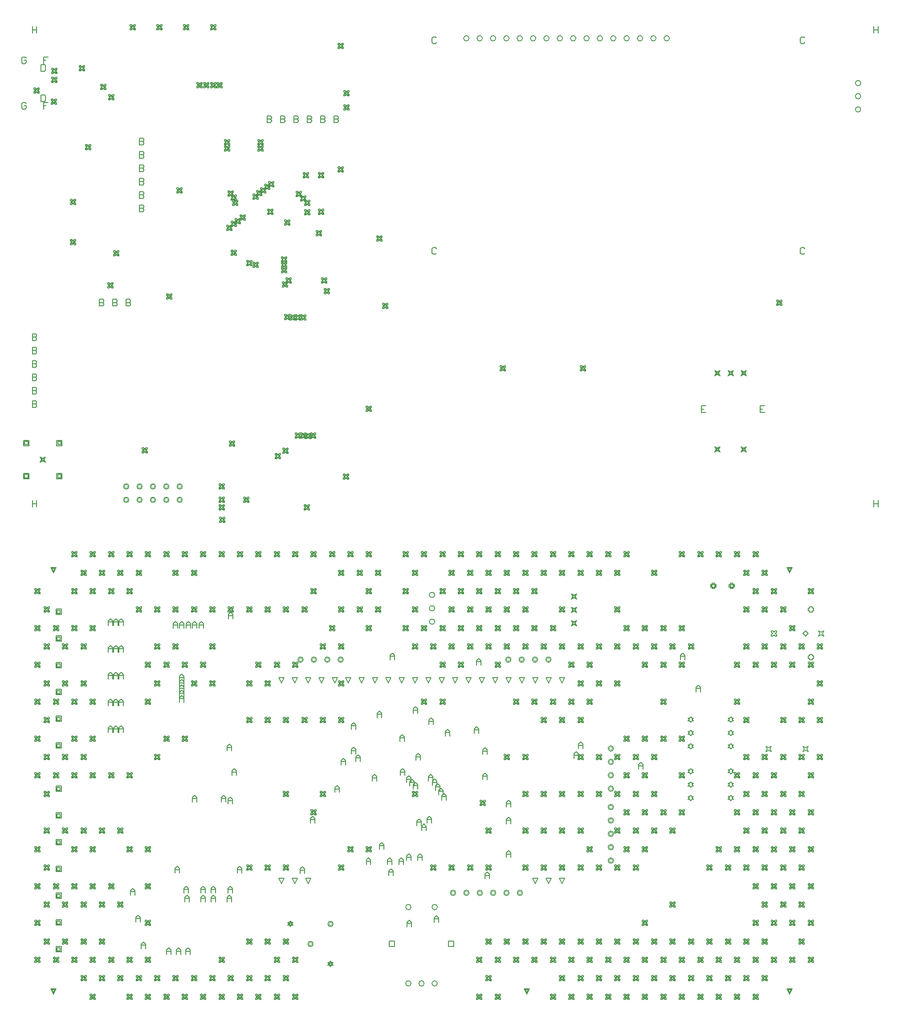
<source format=gbr>
%TF.GenerationSoftware,Altium Limited,Altium Designer,22.11.1 (43)*%
G04 Layer_Color=2752767*
%FSLAX43Y43*%
%MOMM*%
%TF.SameCoordinates,25A6F12C-B93B-4C7C-9F5B-633324915364*%
%TF.FilePolarity,Positive*%
%TF.FileFunction,Drawing*%
%TF.Part,CustomerPanel*%
G01*
G75*
%TA.AperFunction,NonConductor*%
%ADD115C,0.127*%
%ADD154C,0.169*%
%ADD155C,0.102*%
D115*
X24780Y143450D02*
Y142180D01*
X25415D01*
X25626Y142392D01*
Y142603D01*
X25415Y142815D01*
X24780D01*
X25415D01*
X25626Y143026D01*
Y143238D01*
X25415Y143450D01*
X24780D01*
X27320D02*
Y142180D01*
X27955D01*
X28166Y142392D01*
Y142603D01*
X27955Y142815D01*
X27320D01*
X27955D01*
X28166Y143026D01*
Y143238D01*
X27955Y143450D01*
X27320D01*
X29860D02*
Y142180D01*
X30495D01*
X30706Y142392D01*
Y142603D01*
X30495Y142815D01*
X29860D01*
X30495D01*
X30706Y143026D01*
Y143238D01*
X30495Y143450D01*
X29860D01*
X88866Y193058D02*
X88655Y193270D01*
X88232D01*
X88020Y193058D01*
Y192212D01*
X88232Y192000D01*
X88655D01*
X88866Y192212D01*
Y153058D02*
X88655Y153270D01*
X88232D01*
X88020Y153058D01*
Y152212D01*
X88232Y152000D01*
X88655D01*
X88866Y152212D01*
X158866Y153058D02*
X158655Y153270D01*
X158232D01*
X158020Y153058D01*
Y152212D01*
X158232Y152000D01*
X158655D01*
X158866Y152212D01*
Y193058D02*
X158655Y193270D01*
X158232D01*
X158020Y193058D01*
Y192212D01*
X158232Y192000D01*
X158655D01*
X158866Y192212D01*
X13680Y188025D02*
Y186755D01*
X14315D01*
X14526Y186967D01*
Y187813D01*
X14315Y188025D01*
X13680D01*
Y182245D02*
Y180975D01*
X14315D01*
X14526Y181187D01*
Y182033D01*
X14315Y182245D01*
X13680D01*
X151236Y123190D02*
X150390D01*
Y121920D01*
X151236D01*
X150390Y122555D02*
X150813D01*
X140036Y123190D02*
X139190D01*
Y121920D01*
X140036D01*
X139190Y122555D02*
X139613D01*
X146782Y114412D02*
X147036Y114920D01*
X146782Y115428D01*
X147290Y115174D01*
X147798Y115428D01*
X147544Y114920D01*
X147798Y114412D01*
X147290Y114666D01*
X146782Y114412D01*
X146985Y114615D02*
X147138Y114920D01*
X146985Y115225D01*
X147290Y115072D01*
X147595Y115225D01*
X147442Y114920D01*
X147595Y114615D01*
X147290Y114768D01*
X146985Y114615D01*
X141782Y114412D02*
X142036Y114920D01*
X141782Y115428D01*
X142290Y115174D01*
X142798Y115428D01*
X142544Y114920D01*
X142798Y114412D01*
X142290Y114666D01*
X141782Y114412D01*
X141985Y114615D02*
X142138Y114920D01*
X141985Y115225D01*
X142290Y115072D01*
X142595Y115225D01*
X142442Y114920D01*
X142595Y114615D01*
X142290Y114768D01*
X141985Y114615D01*
X146782Y128912D02*
X147036Y129420D01*
X146782Y129928D01*
X147290Y129674D01*
X147798Y129928D01*
X147544Y129420D01*
X147798Y128912D01*
X147290Y129166D01*
X146782Y128912D01*
X146985Y129115D02*
X147138Y129420D01*
X146985Y129725D01*
X147290Y129572D01*
X147595Y129725D01*
X147442Y129420D01*
X147595Y129115D01*
X147290Y129268D01*
X146985Y129115D01*
X144282Y128912D02*
X144536Y129420D01*
X144282Y129928D01*
X144790Y129674D01*
X145298Y129928D01*
X145044Y129420D01*
X145298Y128912D01*
X144790Y129166D01*
X144282Y128912D01*
X144485Y129115D02*
X144638Y129420D01*
X144485Y129725D01*
X144790Y129572D01*
X145095Y129725D01*
X144942Y129420D01*
X145095Y129115D01*
X144790Y129268D01*
X144485Y129115D01*
X141782Y128912D02*
X142036Y129420D01*
X141782Y129928D01*
X142290Y129674D01*
X142798Y129928D01*
X142544Y129420D01*
X142798Y128912D01*
X142290Y129166D01*
X141782Y128912D01*
X141985Y129115D02*
X142138Y129420D01*
X141985Y129725D01*
X142290Y129572D01*
X142595Y129725D01*
X142442Y129420D01*
X142595Y129115D01*
X142290Y129268D01*
X141985Y129115D01*
X12000Y136890D02*
Y135620D01*
X12635D01*
X12846Y135832D01*
Y136043D01*
X12635Y136255D01*
X12000D01*
X12635D01*
X12846Y136466D01*
Y136678D01*
X12635Y136890D01*
X12000D01*
Y134350D02*
Y133080D01*
X12635D01*
X12846Y133292D01*
Y133503D01*
X12635Y133715D01*
X12000D01*
X12635D01*
X12846Y133926D01*
Y134138D01*
X12635Y134350D01*
X12000D01*
Y131810D02*
Y130540D01*
X12635D01*
X12846Y130752D01*
Y130963D01*
X12635Y131175D01*
X12000D01*
X12635D01*
X12846Y131386D01*
Y131598D01*
X12635Y131810D01*
X12000D01*
Y129270D02*
Y128000D01*
X12635D01*
X12846Y128212D01*
Y128423D01*
X12635Y128635D01*
X12000D01*
X12635D01*
X12846Y128846D01*
Y129058D01*
X12635Y129270D01*
X12000D01*
Y126730D02*
Y125460D01*
X12635D01*
X12846Y125672D01*
Y125883D01*
X12635Y126095D01*
X12000D01*
X12635D01*
X12846Y126306D01*
Y126518D01*
X12635Y126730D01*
X12000D01*
Y124190D02*
Y122920D01*
X12635D01*
X12846Y123132D01*
Y123343D01*
X12635Y123555D01*
X12000D01*
X12635D01*
X12846Y123766D01*
Y123978D01*
X12635Y124190D01*
X12000D01*
X10342Y115642D02*
Y116658D01*
X11358D01*
Y115642D01*
X10342D01*
X10545Y115845D02*
Y116455D01*
X11155D01*
Y115845D01*
X10545D01*
X10342Y109342D02*
Y110358D01*
X11358D01*
Y109342D01*
X10342D01*
X10545Y109545D02*
Y110155D01*
X11155D01*
Y109545D01*
X10545D01*
X16642Y109342D02*
Y110358D01*
X17658D01*
Y109342D01*
X16642D01*
X16845Y109545D02*
Y110155D01*
X17455D01*
Y109545D01*
X16845D01*
X16642Y115642D02*
Y116658D01*
X17658D01*
Y115642D01*
X16642D01*
X16845Y115845D02*
Y116455D01*
X17455D01*
Y115845D01*
X16845D01*
X13492Y112492D02*
X13746Y113000D01*
X13492Y113508D01*
X14000Y113254D01*
X14508Y113508D01*
X14254Y113000D01*
X14508Y112492D01*
X14000Y112746D01*
X13492Y112492D01*
X13695Y112695D02*
X13848Y113000D01*
X13695Y113305D01*
X14000Y113152D01*
X14305Y113305D01*
X14152Y113000D01*
X14305Y112695D01*
X14000Y112848D01*
X13695Y112695D01*
X32400Y161330D02*
Y160060D01*
X33035D01*
X33246Y160272D01*
Y160483D01*
X33035Y160695D01*
X32400D01*
X33035D01*
X33246Y160906D01*
Y161118D01*
X33035Y161330D01*
X32400D01*
Y163870D02*
Y162600D01*
X33035D01*
X33246Y162812D01*
Y163023D01*
X33035Y163235D01*
X32400D01*
X33035D01*
X33246Y163446D01*
Y163658D01*
X33035Y163870D01*
X32400D01*
Y166410D02*
Y165140D01*
X33035D01*
X33246Y165352D01*
Y165563D01*
X33035Y165775D01*
X32400D01*
X33035D01*
X33246Y165986D01*
Y166198D01*
X33035Y166410D01*
X32400D01*
Y168950D02*
Y167680D01*
X33035D01*
X33246Y167892D01*
Y168103D01*
X33035Y168315D01*
X32400D01*
X33035D01*
X33246Y168526D01*
Y168738D01*
X33035Y168950D01*
X32400D01*
Y171490D02*
Y170220D01*
X33035D01*
X33246Y170432D01*
Y170643D01*
X33035Y170855D01*
X32400D01*
X33035D01*
X33246Y171066D01*
Y171278D01*
X33035Y171490D01*
X32400D01*
Y174030D02*
Y172760D01*
X33035D01*
X33246Y172972D01*
Y173183D01*
X33035Y173395D01*
X32400D01*
X33035D01*
X33246Y173606D01*
Y173818D01*
X33035Y174030D01*
X32400D01*
X69350Y178270D02*
Y177000D01*
X69985D01*
X70196Y177212D01*
Y177423D01*
X69985Y177635D01*
X69350D01*
X69985D01*
X70196Y177846D01*
Y178058D01*
X69985Y178270D01*
X69350D01*
X66810D02*
Y177000D01*
X67445D01*
X67656Y177212D01*
Y177423D01*
X67445Y177635D01*
X66810D01*
X67445D01*
X67656Y177846D01*
Y178058D01*
X67445Y178270D01*
X66810D01*
X64270D02*
Y177000D01*
X64905D01*
X65116Y177212D01*
Y177423D01*
X64905Y177635D01*
X64270D01*
X64905D01*
X65116Y177846D01*
Y178058D01*
X64905Y178270D01*
X64270D01*
X61730D02*
Y177000D01*
X62365D01*
X62576Y177212D01*
Y177423D01*
X62365Y177635D01*
X61730D01*
X62365D01*
X62576Y177846D01*
Y178058D01*
X62365Y178270D01*
X61730D01*
X59190D02*
Y177000D01*
X59825D01*
X60036Y177212D01*
Y177423D01*
X59825Y177635D01*
X59190D01*
X59825D01*
X60036Y177846D01*
Y178058D01*
X59825Y178270D01*
X59190D01*
X56650D02*
Y177000D01*
X57285D01*
X57496Y177212D01*
Y177423D01*
X57285Y177635D01*
X56650D01*
X57285D01*
X57496Y177846D01*
Y178058D01*
X57285Y178270D01*
X56650D01*
X15026Y180815D02*
X14180D01*
Y180180D01*
X14603D01*
X14180D01*
Y179545D01*
X15026Y189455D02*
X14180D01*
Y188820D01*
X14603D01*
X14180D01*
Y188185D01*
X10846Y180603D02*
X10635Y180815D01*
X10212D01*
X10000Y180603D01*
Y179757D01*
X10212Y179545D01*
X10635D01*
X10846Y179757D01*
Y180180D01*
X10423D01*
X10846Y189243D02*
X10635Y189455D01*
X10212D01*
X10000Y189243D01*
Y188397D01*
X10212Y188185D01*
X10635D01*
X10846Y188397D01*
Y188820D01*
X10423D01*
X153492Y142242D02*
X153746D01*
X154000Y142496D01*
X154254Y142242D01*
X154508D01*
Y142496D01*
X154254Y142750D01*
X154508Y143004D01*
Y143258D01*
X154254D01*
X154000Y143004D01*
X153746Y143258D01*
X153492D01*
Y143004D01*
X153746Y142750D01*
X153492Y142496D01*
Y142242D01*
X153695Y142445D02*
X153848D01*
X154000Y142598D01*
X154152Y142445D01*
X154305D01*
Y142598D01*
X154152Y142750D01*
X154305Y142902D01*
Y143055D01*
X154152D01*
X154000Y142902D01*
X153848Y143055D01*
X153695D01*
Y142902D01*
X153848Y142750D01*
X153695Y142598D01*
Y142445D01*
X63762Y159437D02*
X64016D01*
X64270Y159691D01*
X64524Y159437D01*
X64778D01*
Y159691D01*
X64524Y159945D01*
X64778Y160199D01*
Y160453D01*
X64524D01*
X64270Y160199D01*
X64016Y160453D01*
X63762D01*
Y160199D01*
X64016Y159945D01*
X63762Y159691D01*
Y159437D01*
X63965Y159640D02*
X64118D01*
X64270Y159793D01*
X64422Y159640D01*
X64575D01*
Y159793D01*
X64422Y159945D01*
X64575Y160097D01*
Y160250D01*
X64422D01*
X64270Y160097D01*
X64118Y160250D01*
X63965D01*
Y160097D01*
X64118Y159945D01*
X63965Y159793D01*
Y159640D01*
X66392Y159542D02*
X66646D01*
X66900Y159796D01*
X67154Y159542D01*
X67408D01*
Y159796D01*
X67154Y160050D01*
X67408Y160304D01*
Y160558D01*
X67154D01*
X66900Y160304D01*
X66646Y160558D01*
X66392D01*
Y160304D01*
X66646Y160050D01*
X66392Y159796D01*
Y159542D01*
X66595Y159745D02*
X66748D01*
X66900Y159898D01*
X67052Y159745D01*
X67205D01*
Y159898D01*
X67052Y160050D01*
X67205Y160202D01*
Y160355D01*
X67052D01*
X66900Y160202D01*
X66748Y160355D01*
X66595D01*
Y160202D01*
X66748Y160050D01*
X66595Y159898D01*
Y159745D01*
X19209Y153812D02*
X19463D01*
X19717Y154066D01*
X19971Y153812D01*
X20225D01*
Y154066D01*
X19971Y154320D01*
X20225Y154574D01*
Y154828D01*
X19971D01*
X19717Y154574D01*
X19463Y154828D01*
X19209D01*
Y154574D01*
X19463Y154320D01*
X19209Y154066D01*
Y153812D01*
X19412Y154015D02*
X19565D01*
X19717Y154168D01*
X19870Y154015D01*
X20022D01*
Y154168D01*
X19870Y154320D01*
X20022Y154472D01*
Y154625D01*
X19870D01*
X19717Y154472D01*
X19565Y154625D01*
X19412D01*
Y154472D01*
X19565Y154320D01*
X19412Y154168D01*
Y154015D01*
X19273Y161432D02*
X19527D01*
X19781Y161686D01*
X20035Y161432D01*
X20289D01*
Y161686D01*
X20035Y161940D01*
X20289Y162194D01*
Y162448D01*
X20035D01*
X19781Y162194D01*
X19527Y162448D01*
X19273D01*
Y162194D01*
X19527Y161940D01*
X19273Y161686D01*
Y161432D01*
X19476Y161635D02*
X19629D01*
X19781Y161788D01*
X19934Y161635D01*
X20086D01*
Y161788D01*
X19934Y161940D01*
X20086Y162092D01*
Y162245D01*
X19934D01*
X19781Y162092D01*
X19629Y162245D01*
X19476D01*
Y162092D01*
X19629Y161940D01*
X19476Y161788D01*
Y161635D01*
X15582Y180492D02*
X15836D01*
X16090Y180746D01*
X16344Y180492D01*
X16598D01*
Y180746D01*
X16344Y181000D01*
X16598Y181254D01*
Y181508D01*
X16344D01*
X16090Y181254D01*
X15836Y181508D01*
X15582D01*
Y181254D01*
X15836Y181000D01*
X15582Y180746D01*
Y180492D01*
X15785Y180695D02*
X15938D01*
X16090Y180848D01*
X16242Y180695D01*
X16395D01*
Y180848D01*
X16242Y181000D01*
X16395Y181152D01*
Y181305D01*
X16242D01*
X16090Y181152D01*
X15938Y181305D01*
X15785D01*
Y181152D01*
X15938Y181000D01*
X15785Y180848D01*
Y180695D01*
X50595Y157782D02*
X50849D01*
X51103Y158036D01*
X51357Y157782D01*
X51611D01*
Y158036D01*
X51357Y158290D01*
X51611Y158544D01*
Y158798D01*
X51357D01*
X51103Y158544D01*
X50849Y158798D01*
X50595D01*
Y158544D01*
X50849Y158290D01*
X50595Y158036D01*
Y157782D01*
X50798Y157985D02*
X50951D01*
X51103Y158138D01*
X51256Y157985D01*
X51408D01*
Y158138D01*
X51256Y158290D01*
X51408Y158442D01*
Y158595D01*
X51256D01*
X51103Y158442D01*
X50951Y158595D01*
X50798D01*
Y158442D01*
X50951Y158290D01*
X50798Y158138D01*
Y157985D01*
X71262Y182032D02*
X71516D01*
X71770Y182286D01*
X72024Y182032D01*
X72278D01*
Y182286D01*
X72024Y182540D01*
X72278Y182794D01*
Y183048D01*
X72024D01*
X71770Y182794D01*
X71516Y183048D01*
X71262D01*
Y182794D01*
X71516Y182540D01*
X71262Y182286D01*
Y182032D01*
X71465Y182235D02*
X71618D01*
X71770Y182388D01*
X71922Y182235D01*
X72075D01*
Y182388D01*
X71922Y182540D01*
X72075Y182692D01*
Y182845D01*
X71922D01*
X71770Y182692D01*
X71618Y182845D01*
X71465D01*
Y182692D01*
X71618Y182540D01*
X71465Y182388D01*
Y182235D01*
X64912Y117019D02*
X65166D01*
X65420Y117273D01*
X65674Y117019D01*
X65928D01*
Y117273D01*
X65674Y117527D01*
X65928Y117781D01*
Y118035D01*
X65674D01*
X65420Y117781D01*
X65166Y118035D01*
X64912D01*
Y117781D01*
X65166Y117527D01*
X64912Y117273D01*
Y117019D01*
X65115Y117222D02*
X65268D01*
X65420Y117374D01*
X65572Y117222D01*
X65725D01*
Y117374D01*
X65572Y117527D01*
X65725Y117679D01*
Y117831D01*
X65572D01*
X65420Y117679D01*
X65268Y117831D01*
X65115D01*
Y117679D01*
X65268Y117527D01*
X65115Y117374D01*
Y117222D01*
X63953Y116983D02*
X64207D01*
X64461Y117237D01*
X64715Y116983D01*
X64969D01*
Y117237D01*
X64715Y117491D01*
X64969Y117745D01*
Y117999D01*
X64715D01*
X64461Y117745D01*
X64207Y117999D01*
X63953D01*
Y117745D01*
X64207Y117491D01*
X63953Y117237D01*
Y116983D01*
X64156Y117186D02*
X64308D01*
X64461Y117339D01*
X64613Y117186D01*
X64765D01*
Y117339D01*
X64613Y117491D01*
X64765Y117643D01*
Y117796D01*
X64613D01*
X64461Y117643D01*
X64308Y117796D01*
X64156D01*
Y117643D01*
X64308Y117491D01*
X64156Y117339D01*
Y117186D01*
X53925Y162419D02*
X54179D01*
X54433Y162673D01*
X54687Y162419D01*
X54941D01*
Y162673D01*
X54687Y162927D01*
X54941Y163181D01*
Y163435D01*
X54687D01*
X54433Y163181D01*
X54179Y163435D01*
X53925D01*
Y163181D01*
X54179Y162927D01*
X53925Y162673D01*
Y162419D01*
X54128Y162622D02*
X54281D01*
X54433Y162775D01*
X54585Y162622D01*
X54738D01*
Y162775D01*
X54585Y162927D01*
X54738Y163080D01*
Y163232D01*
X54585D01*
X54433Y163080D01*
X54281Y163232D01*
X54128D01*
Y163080D01*
X54281Y162927D01*
X54128Y162775D01*
Y162622D01*
X67492Y144492D02*
X67746D01*
X68000Y144746D01*
X68254Y144492D01*
X68508D01*
Y144746D01*
X68254Y145000D01*
X68508Y145254D01*
Y145508D01*
X68254D01*
X68000Y145254D01*
X67746Y145508D01*
X67492D01*
Y145254D01*
X67746Y145000D01*
X67492Y144746D01*
Y144492D01*
X67695Y144695D02*
X67848D01*
X68000Y144848D01*
X68152Y144695D01*
X68305D01*
Y144848D01*
X68152Y145000D01*
X68305Y145152D01*
Y145305D01*
X68152D01*
X68000Y145152D01*
X67848Y145305D01*
X67695D01*
Y145152D01*
X67848Y145000D01*
X67695Y144848D01*
Y144695D01*
X61992Y139491D02*
X62246D01*
X62500Y139745D01*
X62754Y139491D01*
X63008D01*
Y139745D01*
X62754Y139999D01*
X63008Y140253D01*
Y140507D01*
X62754D01*
X62500Y140253D01*
X62246Y140507D01*
X61992D01*
Y140253D01*
X62246Y139999D01*
X61992Y139745D01*
Y139491D01*
X62195Y139694D02*
X62348D01*
X62500Y139846D01*
X62652Y139694D01*
X62805D01*
Y139846D01*
X62652Y139999D01*
X62805Y140151D01*
Y140303D01*
X62652D01*
X62500Y140151D01*
X62348Y140303D01*
X62195D01*
Y140151D01*
X62348Y139999D01*
X62195Y139846D01*
Y139694D01*
X62992Y139508D02*
X63246D01*
X63500Y139762D01*
X63754Y139508D01*
X64008D01*
Y139762D01*
X63754Y140016D01*
X64008Y140270D01*
Y140524D01*
X63754D01*
X63500Y140270D01*
X63246Y140524D01*
X62992D01*
Y140270D01*
X63246Y140016D01*
X62992Y139762D01*
Y139508D01*
X63195Y139711D02*
X63348D01*
X63500Y139864D01*
X63652Y139711D01*
X63805D01*
Y139864D01*
X63652Y140016D01*
X63805Y140168D01*
Y140321D01*
X63652D01*
X63500Y140168D01*
X63348Y140321D01*
X63195D01*
Y140168D01*
X63348Y140016D01*
X63195Y139864D01*
Y139711D01*
X59551Y145787D02*
X59805D01*
X60059Y146041D01*
X60313Y145787D01*
X60567D01*
Y146041D01*
X60313Y146295D01*
X60567Y146549D01*
Y146803D01*
X60313D01*
X60059Y146549D01*
X59805Y146803D01*
X59551D01*
Y146549D01*
X59805Y146295D01*
X59551Y146041D01*
Y145787D01*
X59754Y145990D02*
X59906D01*
X60059Y146143D01*
X60211Y145990D01*
X60363D01*
Y146143D01*
X60211Y146295D01*
X60363Y146447D01*
Y146600D01*
X60211D01*
X60059Y146447D01*
X59906Y146600D01*
X59754D01*
Y146447D01*
X59906Y146295D01*
X59754Y146143D01*
Y145990D01*
X59992Y157492D02*
X60246D01*
X60500Y157746D01*
X60754Y157492D01*
X61008D01*
Y157746D01*
X60754Y158000D01*
X61008Y158254D01*
Y158508D01*
X60754D01*
X60500Y158254D01*
X60246Y158508D01*
X59992D01*
Y158254D01*
X60246Y158000D01*
X59992Y157746D01*
Y157492D01*
X60195Y157695D02*
X60348D01*
X60500Y157848D01*
X60652Y157695D01*
X60805D01*
Y157848D01*
X60652Y158000D01*
X60805Y158152D01*
Y158305D01*
X60652D01*
X60500Y158152D01*
X60348Y158305D01*
X60195D01*
Y158152D01*
X60348Y158000D01*
X60195Y157848D01*
Y157695D01*
X56742Y159552D02*
X56996D01*
X57250Y159806D01*
X57504Y159552D01*
X57758D01*
Y159806D01*
X57504Y160060D01*
X57758Y160314D01*
Y160568D01*
X57504D01*
X57250Y160314D01*
X56996Y160568D01*
X56742D01*
Y160314D01*
X56996Y160060D01*
X56742Y159806D01*
Y159552D01*
X56945Y159755D02*
X57098D01*
X57250Y159908D01*
X57402Y159755D01*
X57555D01*
Y159908D01*
X57402Y160060D01*
X57555Y160212D01*
Y160365D01*
X57402D01*
X57250Y160212D01*
X57098Y160365D01*
X56945D01*
Y160212D01*
X57098Y160060D01*
X56945Y159908D01*
Y159755D01*
X51492Y158492D02*
X51746D01*
X52000Y158746D01*
X52254Y158492D01*
X52508D01*
Y158746D01*
X52254Y159000D01*
X52508Y159254D01*
Y159508D01*
X52254D01*
X52000Y159254D01*
X51746Y159508D01*
X51492D01*
Y159254D01*
X51746Y159000D01*
X51492Y158746D01*
Y158492D01*
X51695Y158695D02*
X51848D01*
X52000Y158848D01*
X52152Y158695D01*
X52305D01*
Y158848D01*
X52152Y159000D01*
X52305Y159152D01*
Y159305D01*
X52152D01*
X52000Y159152D01*
X51848Y159305D01*
X51695D01*
Y159152D01*
X51848Y159000D01*
X51695Y158848D01*
Y158695D01*
X49765Y157246D02*
X50019D01*
X50273Y157500D01*
X50527Y157246D01*
X50781D01*
Y157500D01*
X50527Y157754D01*
X50781Y158008D01*
Y158262D01*
X50527D01*
X50273Y158008D01*
X50019Y158262D01*
X49765D01*
Y158008D01*
X50019Y157754D01*
X49765Y157500D01*
Y157246D01*
X49969Y157450D02*
X50121D01*
X50273Y157602D01*
X50426Y157450D01*
X50578D01*
Y157602D01*
X50426Y157754D01*
X50578Y157907D01*
Y158059D01*
X50426D01*
X50273Y157907D01*
X50121Y158059D01*
X49969D01*
Y157907D01*
X50121Y157754D01*
X49969Y157602D01*
Y157450D01*
X48992Y156492D02*
X49246D01*
X49500Y156746D01*
X49754Y156492D01*
X50008D01*
Y156746D01*
X49754Y157000D01*
X50008Y157254D01*
Y157508D01*
X49754D01*
X49500Y157254D01*
X49246Y157508D01*
X48992D01*
Y157254D01*
X49246Y157000D01*
X48992Y156746D01*
Y156492D01*
X49195Y156695D02*
X49348D01*
X49500Y156848D01*
X49652Y156695D01*
X49805D01*
Y156848D01*
X49652Y157000D01*
X49805Y157152D01*
Y157305D01*
X49652D01*
X49500Y157152D01*
X49348Y157305D01*
X49195D01*
Y157152D01*
X49348Y157000D01*
X49195Y156848D01*
Y156695D01*
X50092Y161270D02*
X50346D01*
X50600Y161524D01*
X50854Y161270D01*
X51108D01*
Y161524D01*
X50854Y161778D01*
X51108Y162032D01*
Y162286D01*
X50854D01*
X50600Y162032D01*
X50346Y162286D01*
X50092D01*
Y162032D01*
X50346Y161778D01*
X50092Y161524D01*
Y161270D01*
X50295Y161473D02*
X50448D01*
X50600Y161625D01*
X50752Y161473D01*
X50905D01*
Y161625D01*
X50752Y161778D01*
X50905Y161930D01*
Y162083D01*
X50752D01*
X50600Y161930D01*
X50448Y162083D01*
X50295D01*
Y161930D01*
X50448Y161778D01*
X50295Y161625D01*
Y161473D01*
X49765Y162239D02*
X50019D01*
X50273Y162493D01*
X50527Y162239D01*
X50781D01*
Y162493D01*
X50527Y162747D01*
X50781Y163001D01*
Y163255D01*
X50527D01*
X50273Y163001D01*
X50019Y163255D01*
X49765D01*
Y163001D01*
X50019Y162747D01*
X49765Y162493D01*
Y162239D01*
X49969Y162442D02*
X50121D01*
X50273Y162594D01*
X50426Y162442D01*
X50578D01*
Y162594D01*
X50426Y162747D01*
X50578Y162899D01*
Y163051D01*
X50426D01*
X50273Y162899D01*
X50121Y163051D01*
X49969D01*
Y162899D01*
X50121Y162747D01*
X49969Y162594D01*
Y162442D01*
X49213Y163024D02*
X49467D01*
X49721Y163278D01*
X49975Y163024D01*
X50229D01*
Y163278D01*
X49975Y163532D01*
X50229Y163786D01*
Y164040D01*
X49975D01*
X49721Y163786D01*
X49467Y164040D01*
X49213D01*
Y163786D01*
X49467Y163532D01*
X49213Y163278D01*
Y163024D01*
X49417Y163227D02*
X49569D01*
X49721Y163380D01*
X49874Y163227D01*
X50026D01*
Y163380D01*
X49874Y163532D01*
X50026Y163685D01*
Y163837D01*
X49874D01*
X49721Y163685D01*
X49569Y163837D01*
X49417D01*
Y163685D01*
X49569Y163532D01*
X49417Y163380D01*
Y163227D01*
X54633Y163067D02*
X54887D01*
X55141Y163321D01*
X55395Y163067D01*
X55649D01*
Y163321D01*
X55395Y163575D01*
X55649Y163829D01*
Y164083D01*
X55395D01*
X55141Y163829D01*
X54887Y164083D01*
X54633D01*
Y163829D01*
X54887Y163575D01*
X54633Y163321D01*
Y163067D01*
X54836Y163270D02*
X54989D01*
X55141Y163423D01*
X55294Y163270D01*
X55446D01*
Y163423D01*
X55294Y163575D01*
X55446Y163728D01*
Y163880D01*
X55294D01*
X55141Y163728D01*
X54989Y163880D01*
X54836D01*
Y163728D01*
X54989Y163575D01*
X54836Y163423D01*
Y163270D01*
X56142Y164255D02*
X56396D01*
X56650Y164509D01*
X56904Y164255D01*
X57158D01*
Y164509D01*
X56904Y164763D01*
X57158Y165017D01*
Y165271D01*
X56904D01*
X56650Y165017D01*
X56396Y165271D01*
X56142D01*
Y165017D01*
X56396Y164763D01*
X56142Y164509D01*
Y164255D01*
X56345Y164458D02*
X56498D01*
X56650Y164610D01*
X56802Y164458D01*
X56955D01*
Y164610D01*
X56802Y164763D01*
X56955Y164915D01*
Y165067D01*
X56802D01*
X56650Y164915D01*
X56498Y165067D01*
X56345D01*
Y164915D01*
X56498Y164763D01*
X56345Y164610D01*
Y164458D01*
X56938Y164792D02*
X57192D01*
X57446Y165046D01*
X57700Y164792D01*
X57954D01*
Y165046D01*
X57700Y165300D01*
X57954Y165554D01*
Y165808D01*
X57700D01*
X57446Y165554D01*
X57192Y165808D01*
X56938D01*
Y165554D01*
X57192Y165300D01*
X56938Y165046D01*
Y164792D01*
X57141Y164995D02*
X57293D01*
X57446Y165147D01*
X57598Y164995D01*
X57750D01*
Y165147D01*
X57598Y165300D01*
X57750Y165452D01*
Y165605D01*
X57598D01*
X57446Y165452D01*
X57293Y165605D01*
X57141D01*
Y165452D01*
X57293Y165300D01*
X57141Y165147D01*
Y164995D01*
X55411Y163630D02*
X55665D01*
X55919Y163884D01*
X56173Y163630D01*
X56427D01*
Y163884D01*
X56173Y164138D01*
X56427Y164392D01*
Y164646D01*
X56173D01*
X55919Y164392D01*
X55665Y164646D01*
X55411D01*
Y164392D01*
X55665Y164138D01*
X55411Y163884D01*
Y163630D01*
X55614Y163833D02*
X55767D01*
X55919Y163985D01*
X56072Y163833D01*
X56224D01*
Y163985D01*
X56072Y164138D01*
X56224Y164290D01*
Y164442D01*
X56072D01*
X55919Y164290D01*
X55767Y164442D01*
X55614D01*
Y164290D01*
X55767Y164138D01*
X55614Y163985D01*
Y163833D01*
X26492Y181293D02*
X26746D01*
X27000Y181547D01*
X27254Y181293D01*
X27508D01*
Y181547D01*
X27254Y181801D01*
X27508Y182055D01*
Y182309D01*
X27254D01*
X27000Y182055D01*
X26746Y182309D01*
X26492D01*
Y182055D01*
X26746Y181801D01*
X26492Y181547D01*
Y181293D01*
X26695Y181496D02*
X26848D01*
X27000Y181649D01*
X27152Y181496D01*
X27305D01*
Y181649D01*
X27152Y181801D01*
X27305Y181953D01*
Y182106D01*
X27152D01*
X27000Y181953D01*
X26848Y182106D01*
X26695D01*
Y181953D01*
X26848Y181801D01*
X26695Y181649D01*
Y181496D01*
X24971Y183259D02*
X25225D01*
X25479Y183513D01*
X25733Y183259D01*
X25987D01*
Y183513D01*
X25733Y183767D01*
X25987Y184021D01*
Y184275D01*
X25733D01*
X25479Y184021D01*
X25225Y184275D01*
X24971D01*
Y184021D01*
X25225Y183767D01*
X24971Y183513D01*
Y183259D01*
X25174Y183462D02*
X25326D01*
X25479Y183615D01*
X25631Y183462D01*
X25783D01*
Y183615D01*
X25631Y183767D01*
X25783Y183919D01*
Y184072D01*
X25631D01*
X25479Y183919D01*
X25326Y184072D01*
X25174D01*
Y183919D01*
X25326Y183767D01*
X25174Y183615D01*
Y183462D01*
X48492Y171592D02*
X48746D01*
X49000Y171846D01*
X49254Y171592D01*
X49508D01*
Y171846D01*
X49254Y172100D01*
X49508Y172354D01*
Y172608D01*
X49254D01*
X49000Y172354D01*
X48746Y172608D01*
X48492D01*
Y172354D01*
X48746Y172100D01*
X48492Y171846D01*
Y171592D01*
X48695Y171796D02*
X48848D01*
X49000Y171948D01*
X49152Y171796D01*
X49305D01*
Y171948D01*
X49152Y172100D01*
X49305Y172253D01*
Y172405D01*
X49152D01*
X49000Y172253D01*
X48848Y172405D01*
X48695D01*
Y172253D01*
X48848Y172100D01*
X48695Y171948D01*
Y171796D01*
X48492Y172723D02*
X48746D01*
X49000Y172977D01*
X49254Y172723D01*
X49508D01*
Y172977D01*
X49254Y173231D01*
X49508Y173485D01*
Y173739D01*
X49254D01*
X49000Y173485D01*
X48746Y173739D01*
X48492D01*
Y173485D01*
X48746Y173231D01*
X48492Y172977D01*
Y172723D01*
X48695Y172926D02*
X48848D01*
X49000Y173079D01*
X49152Y172926D01*
X49305D01*
Y173079D01*
X49152Y173231D01*
X49305Y173383D01*
Y173536D01*
X49152D01*
X49000Y173383D01*
X48848Y173536D01*
X48695D01*
Y173383D01*
X48848Y173231D01*
X48695Y173079D01*
Y172926D01*
X54887Y171592D02*
X55141D01*
X55395Y171846D01*
X55649Y171592D01*
X55903D01*
Y171846D01*
X55649Y172100D01*
X55903Y172354D01*
Y172608D01*
X55649D01*
X55395Y172354D01*
X55141Y172608D01*
X54887D01*
Y172354D01*
X55141Y172100D01*
X54887Y171846D01*
Y171592D01*
X55091Y171796D02*
X55243D01*
X55395Y171948D01*
X55548Y171796D01*
X55700D01*
Y171948D01*
X55548Y172100D01*
X55700Y172253D01*
Y172405D01*
X55548D01*
X55395Y172253D01*
X55243Y172405D01*
X55091D01*
Y172253D01*
X55243Y172100D01*
X55091Y171948D01*
Y171796D01*
X54887Y172723D02*
X55141D01*
X55395Y172977D01*
X55649Y172723D01*
X55903D01*
Y172977D01*
X55649Y173231D01*
X55903Y173485D01*
Y173739D01*
X55649D01*
X55395Y173485D01*
X55141Y173739D01*
X54887D01*
Y173485D01*
X55141Y173231D01*
X54887Y172977D01*
Y172723D01*
X55091Y172926D02*
X55243D01*
X55395Y173079D01*
X55548Y172926D01*
X55700D01*
Y173079D01*
X55548Y173231D01*
X55700Y173383D01*
Y173536D01*
X55548D01*
X55395Y173383D01*
X55243Y173536D01*
X55091D01*
Y173383D01*
X55243Y173231D01*
X55091Y173079D01*
Y172926D01*
X71262Y179381D02*
X71516D01*
X71770Y179635D01*
X72024Y179381D01*
X72278D01*
Y179635D01*
X72024Y179889D01*
X72278Y180143D01*
Y180397D01*
X72024D01*
X71770Y180143D01*
X71516Y180397D01*
X71262D01*
Y180143D01*
X71516Y179889D01*
X71262Y179635D01*
Y179381D01*
X71465Y179585D02*
X71618D01*
X71770Y179737D01*
X71922Y179585D01*
X72075D01*
Y179737D01*
X71922Y179889D01*
X72075Y180042D01*
Y180194D01*
X71922D01*
X71770Y180042D01*
X71618Y180194D01*
X71465D01*
Y180042D01*
X71618Y179889D01*
X71465Y179737D01*
Y179585D01*
X63762Y161270D02*
X64016D01*
X64270Y161524D01*
X64524Y161270D01*
X64778D01*
Y161524D01*
X64524Y161778D01*
X64778Y162032D01*
Y162286D01*
X64524D01*
X64270Y162032D01*
X64016Y162286D01*
X63762D01*
Y162032D01*
X64016Y161778D01*
X63762Y161524D01*
Y161270D01*
X63965Y161473D02*
X64118D01*
X64270Y161625D01*
X64422Y161473D01*
X64575D01*
Y161625D01*
X64422Y161778D01*
X64575Y161930D01*
Y162083D01*
X64422D01*
X64270Y161930D01*
X64118Y162083D01*
X63965D01*
Y161930D01*
X64118Y161778D01*
X63965Y161625D01*
Y161473D01*
X62992Y162092D02*
X63246D01*
X63500Y162346D01*
X63754Y162092D01*
X64008D01*
Y162346D01*
X63754Y162600D01*
X64008Y162854D01*
Y163108D01*
X63754D01*
X63500Y162854D01*
X63246Y163108D01*
X62992D01*
Y162854D01*
X63246Y162600D01*
X62992Y162346D01*
Y162092D01*
X63195Y162295D02*
X63348D01*
X63500Y162448D01*
X63652Y162295D01*
X63805D01*
Y162448D01*
X63652Y162600D01*
X63805Y162752D01*
Y162905D01*
X63652D01*
X63500Y162752D01*
X63348Y162905D01*
X63195D01*
Y162752D01*
X63348Y162600D01*
X63195Y162448D01*
Y162295D01*
X62146Y162912D02*
X62400D01*
X62654Y163166D01*
X62908Y162912D01*
X63162D01*
Y163166D01*
X62908Y163420D01*
X63162Y163674D01*
Y163928D01*
X62908D01*
X62654Y163674D01*
X62400Y163928D01*
X62146D01*
Y163674D01*
X62400Y163420D01*
X62146Y163166D01*
Y162912D01*
X62349Y163115D02*
X62502D01*
X62654Y163268D01*
X62807Y163115D01*
X62959D01*
Y163268D01*
X62807Y163420D01*
X62959Y163573D01*
Y163725D01*
X62807D01*
X62654Y163573D01*
X62502Y163725D01*
X62349D01*
Y163573D01*
X62502Y163420D01*
X62349Y163268D01*
Y163115D01*
X59662Y114162D02*
X59916D01*
X60170Y114416D01*
X60424Y114162D01*
X60678D01*
Y114416D01*
X60424Y114670D01*
X60678Y114924D01*
Y115178D01*
X60424D01*
X60170Y114924D01*
X59916Y115178D01*
X59662D01*
Y114924D01*
X59916Y114670D01*
X59662Y114416D01*
Y114162D01*
X59865Y114365D02*
X60018D01*
X60170Y114518D01*
X60322Y114365D01*
X60475D01*
Y114518D01*
X60322Y114670D01*
X60475Y114822D01*
Y114975D01*
X60322D01*
X60170Y114822D01*
X60018Y114975D01*
X59865D01*
Y114822D01*
X60018Y114670D01*
X59865Y114518D01*
Y114365D01*
X75492Y122162D02*
X75746D01*
X76000Y122416D01*
X76254Y122162D01*
X76508D01*
Y122416D01*
X76254Y122670D01*
X76508Y122924D01*
Y123178D01*
X76254D01*
X76000Y122924D01*
X75746Y123178D01*
X75492D01*
Y122924D01*
X75746Y122670D01*
X75492Y122416D01*
Y122162D01*
X75695Y122365D02*
X75848D01*
X76000Y122518D01*
X76152Y122365D01*
X76305D01*
Y122518D01*
X76152Y122670D01*
X76305Y122822D01*
Y122975D01*
X76152D01*
X76000Y122822D01*
X75848Y122975D01*
X75695D01*
Y122822D01*
X75848Y122670D01*
X75695Y122518D01*
Y122365D01*
X71162Y109252D02*
X71416D01*
X71670Y109506D01*
X71924Y109252D01*
X72178D01*
Y109506D01*
X71924Y109760D01*
X72178Y110014D01*
Y110268D01*
X71924D01*
X71670Y110014D01*
X71416Y110268D01*
X71162D01*
Y110014D01*
X71416Y109760D01*
X71162Y109506D01*
Y109252D01*
X71365Y109455D02*
X71518D01*
X71670Y109608D01*
X71822Y109455D01*
X71975D01*
Y109608D01*
X71822Y109760D01*
X71975Y109912D01*
Y110065D01*
X71822D01*
X71670Y109912D01*
X71518Y110065D01*
X71365D01*
Y109912D01*
X71518Y109760D01*
X71365Y109608D01*
Y109455D01*
X63662Y103412D02*
X63916D01*
X64170Y103666D01*
X64424Y103412D01*
X64678D01*
Y103666D01*
X64424Y103920D01*
X64678Y104174D01*
Y104428D01*
X64424D01*
X64170Y104174D01*
X63916Y104428D01*
X63662D01*
Y104174D01*
X63916Y103920D01*
X63662Y103666D01*
Y103412D01*
X63865Y103615D02*
X64018D01*
X64170Y103768D01*
X64322Y103615D01*
X64475D01*
Y103768D01*
X64322Y103920D01*
X64475Y104072D01*
Y104225D01*
X64322D01*
X64170Y104072D01*
X64018Y104225D01*
X63865D01*
Y104072D01*
X64018Y103920D01*
X63865Y103768D01*
Y103615D01*
X49765Y151777D02*
X50019D01*
X50273Y152031D01*
X50527Y151777D01*
X50781D01*
Y152031D01*
X50527Y152285D01*
X50781Y152539D01*
Y152793D01*
X50527D01*
X50273Y152539D01*
X50019Y152793D01*
X49765D01*
Y152539D01*
X50019Y152285D01*
X49765Y152031D01*
Y151777D01*
X49969Y151980D02*
X50121D01*
X50273Y152133D01*
X50426Y151980D01*
X50578D01*
Y152133D01*
X50426Y152285D01*
X50578Y152437D01*
Y152590D01*
X50426D01*
X50273Y152437D01*
X50121Y152590D01*
X49969D01*
Y152437D01*
X50121Y152285D01*
X49969Y152133D01*
Y151980D01*
X53965Y149492D02*
X54219D01*
X54473Y149746D01*
X54727Y149492D01*
X54981D01*
Y149746D01*
X54727Y150000D01*
X54981Y150254D01*
Y150508D01*
X54727D01*
X54473Y150254D01*
X54219Y150508D01*
X53965D01*
Y150254D01*
X54219Y150000D01*
X53965Y149746D01*
Y149492D01*
X54168Y149695D02*
X54321D01*
X54473Y149848D01*
X54625Y149695D01*
X54778D01*
Y149848D01*
X54625Y150000D01*
X54778Y150152D01*
Y150305D01*
X54625D01*
X54473Y150152D01*
X54321Y150305D01*
X54168D01*
Y150152D01*
X54321Y150000D01*
X54168Y149848D01*
Y149695D01*
X63492Y166492D02*
X63746D01*
X64000Y166746D01*
X64254Y166492D01*
X64508D01*
Y166746D01*
X64254Y167000D01*
X64508Y167254D01*
Y167508D01*
X64254D01*
X64000Y167254D01*
X63746Y167508D01*
X63492D01*
Y167254D01*
X63746Y167000D01*
X63492Y166746D01*
Y166492D01*
X63695Y166695D02*
X63848D01*
X64000Y166848D01*
X64152Y166695D01*
X64305D01*
Y166848D01*
X64152Y167000D01*
X64305Y167152D01*
Y167305D01*
X64152D01*
X64000Y167152D01*
X63848Y167305D01*
X63695D01*
Y167152D01*
X63848Y167000D01*
X63695Y166848D01*
Y166695D01*
X77492Y154492D02*
X77746D01*
X78000Y154746D01*
X78254Y154492D01*
X78508D01*
Y154746D01*
X78254Y155000D01*
X78508Y155254D01*
Y155508D01*
X78254D01*
X78000Y155254D01*
X77746Y155508D01*
X77492D01*
Y155254D01*
X77746Y155000D01*
X77492Y154746D01*
Y154492D01*
X77695Y154695D02*
X77848D01*
X78000Y154848D01*
X78152Y154695D01*
X78305D01*
Y154848D01*
X78152Y155000D01*
X78305Y155152D01*
Y155305D01*
X78152D01*
X78000Y155152D01*
X77848Y155305D01*
X77695D01*
Y155152D01*
X77848Y155000D01*
X77695Y154848D01*
Y154695D01*
X52212Y104842D02*
X52466D01*
X52720Y105096D01*
X52974Y104842D01*
X53228D01*
Y105096D01*
X52974Y105350D01*
X53228Y105604D01*
Y105858D01*
X52974D01*
X52720Y105604D01*
X52466Y105858D01*
X52212D01*
Y105604D01*
X52466Y105350D01*
X52212Y105096D01*
Y104842D01*
X52415Y105045D02*
X52568D01*
X52720Y105198D01*
X52872Y105045D01*
X53025D01*
Y105198D01*
X52872Y105350D01*
X53025Y105502D01*
Y105655D01*
X52872D01*
X52720Y105502D01*
X52568Y105655D01*
X52415D01*
Y105502D01*
X52568Y105350D01*
X52415Y105198D01*
Y105045D01*
X47487Y107387D02*
X47741D01*
X47995Y107641D01*
X48249Y107387D01*
X48503D01*
Y107641D01*
X48249Y107895D01*
X48503Y108149D01*
Y108403D01*
X48249D01*
X47995Y108149D01*
X47741Y108403D01*
X47487D01*
Y108149D01*
X47741Y107895D01*
X47487Y107641D01*
Y107387D01*
X47690Y107591D02*
X47842D01*
X47995Y107743D01*
X48147Y107591D01*
X48299D01*
Y107743D01*
X48147Y107895D01*
X48299Y108048D01*
Y108200D01*
X48147D01*
X47995Y108048D01*
X47842Y108200D01*
X47690D01*
Y108048D01*
X47842Y107895D01*
X47690Y107743D01*
Y107591D01*
X70122Y191072D02*
X70376D01*
X70630Y191326D01*
X70884Y191072D01*
X71138D01*
Y191326D01*
X70884Y191580D01*
X71138Y191834D01*
Y192088D01*
X70884D01*
X70630Y191834D01*
X70376Y192088D01*
X70122D01*
Y191834D01*
X70376Y191580D01*
X70122Y191326D01*
Y191072D01*
X70325Y191275D02*
X70478D01*
X70630Y191428D01*
X70782Y191275D01*
X70935D01*
Y191428D01*
X70782Y191580D01*
X70935Y191732D01*
Y191885D01*
X70782D01*
X70630Y191732D01*
X70478Y191885D01*
X70325D01*
Y191732D01*
X70478Y191580D01*
X70325Y191428D01*
Y191275D01*
X58162Y113162D02*
X58416D01*
X58670Y113416D01*
X58924Y113162D01*
X59178D01*
Y113416D01*
X58924Y113670D01*
X59178Y113924D01*
Y114178D01*
X58924D01*
X58670Y113924D01*
X58416Y114178D01*
X58162D01*
Y113924D01*
X58416Y113670D01*
X58162Y113416D01*
Y113162D01*
X58365Y113365D02*
X58518D01*
X58670Y113518D01*
X58822Y113365D01*
X58975D01*
Y113518D01*
X58822Y113670D01*
X58975Y113822D01*
Y113975D01*
X58822D01*
X58670Y113822D01*
X58518Y113975D01*
X58365D01*
Y113822D01*
X58518Y113670D01*
X58365Y113518D01*
Y113365D01*
X49492Y115511D02*
X49746D01*
X50000Y115765D01*
X50254Y115511D01*
X50508D01*
Y115765D01*
X50254Y116019D01*
X50508Y116273D01*
Y116527D01*
X50254D01*
X50000Y116273D01*
X49746Y116527D01*
X49492D01*
Y116273D01*
X49746Y116019D01*
X49492Y115765D01*
Y115511D01*
X49695Y115714D02*
X49848D01*
X50000Y115867D01*
X50152Y115714D01*
X50305D01*
Y115867D01*
X50152Y116019D01*
X50305Y116171D01*
Y116324D01*
X50152D01*
X50000Y116171D01*
X49848Y116324D01*
X49695D01*
Y116171D01*
X49848Y116019D01*
X49695Y115867D01*
Y115714D01*
X39492Y163586D02*
X39746D01*
X40000Y163840D01*
X40254Y163586D01*
X40508D01*
Y163840D01*
X40254Y164094D01*
X40508Y164348D01*
Y164602D01*
X40254D01*
X40000Y164348D01*
X39746Y164602D01*
X39492D01*
Y164348D01*
X39746Y164094D01*
X39492Y163840D01*
Y163586D01*
X39695Y163789D02*
X39848D01*
X40000Y163942D01*
X40152Y163789D01*
X40305D01*
Y163942D01*
X40152Y164094D01*
X40305Y164247D01*
Y164399D01*
X40152D01*
X40000Y164247D01*
X39848Y164399D01*
X39695D01*
Y164247D01*
X39848Y164094D01*
X39695Y163942D01*
Y163789D01*
X59363Y148492D02*
X59617D01*
X59871Y148746D01*
X60125Y148492D01*
X60379D01*
Y148746D01*
X60125Y149000D01*
X60379Y149254D01*
Y149508D01*
X60125D01*
X59871Y149254D01*
X59617Y149508D01*
X59363D01*
Y149254D01*
X59617Y149000D01*
X59363Y148746D01*
Y148492D01*
X59566Y148695D02*
X59719D01*
X59871Y148848D01*
X60023Y148695D01*
X60176D01*
Y148848D01*
X60023Y149000D01*
X60176Y149152D01*
Y149305D01*
X60023D01*
X59871Y149152D01*
X59719Y149305D01*
X59566D01*
Y149152D01*
X59719Y149000D01*
X59566Y148848D01*
Y148695D01*
X65992Y155492D02*
X66246D01*
X66500Y155746D01*
X66754Y155492D01*
X67008D01*
Y155746D01*
X66754Y156000D01*
X67008Y156254D01*
Y156508D01*
X66754D01*
X66500Y156254D01*
X66246Y156508D01*
X65992D01*
Y156254D01*
X66246Y156000D01*
X65992Y155746D01*
Y155492D01*
X66195Y155695D02*
X66348D01*
X66500Y155848D01*
X66652Y155695D01*
X66805D01*
Y155848D01*
X66652Y156000D01*
X66805Y156152D01*
Y156305D01*
X66652D01*
X66500Y156152D01*
X66348Y156305D01*
X66195D01*
Y156152D01*
X66348Y156000D01*
X66195Y155848D01*
Y155695D01*
X59363Y149492D02*
X59617D01*
X59871Y149746D01*
X60125Y149492D01*
X60379D01*
Y149746D01*
X60125Y150000D01*
X60379Y150254D01*
Y150508D01*
X60125D01*
X59871Y150254D01*
X59617Y150508D01*
X59363D01*
Y150254D01*
X59617Y150000D01*
X59363Y149746D01*
Y149492D01*
X59566Y149695D02*
X59719D01*
X59871Y149848D01*
X60023Y149695D01*
X60176D01*
Y149848D01*
X60023Y150000D01*
X60176Y150152D01*
Y150305D01*
X60023D01*
X59871Y150152D01*
X59719Y150305D01*
X59566D01*
Y150152D01*
X59719Y150000D01*
X59566Y149848D01*
Y149695D01*
X59363Y150492D02*
X59617D01*
X59871Y150746D01*
X60125Y150492D01*
X60379D01*
Y150746D01*
X60125Y151000D01*
X60379Y151254D01*
Y151508D01*
X60125D01*
X59871Y151254D01*
X59617Y151508D01*
X59363D01*
Y151254D01*
X59617Y151000D01*
X59363Y150746D01*
Y150492D01*
X59566Y150695D02*
X59719D01*
X59871Y150848D01*
X60023Y150695D01*
X60176D01*
Y150848D01*
X60023Y151000D01*
X60176Y151152D01*
Y151305D01*
X60023D01*
X59871Y151152D01*
X59719Y151305D01*
X59566D01*
Y151152D01*
X59719Y151000D01*
X59566Y150848D01*
Y150695D01*
X45900Y194594D02*
X46154D01*
X46408Y194848D01*
X46662Y194594D01*
X46916D01*
Y194848D01*
X46662Y195102D01*
X46916Y195356D01*
Y195610D01*
X46662D01*
X46408Y195356D01*
X46154Y195610D01*
X45900D01*
Y195356D01*
X46154Y195102D01*
X45900Y194848D01*
Y194594D01*
X46104Y194797D02*
X46256D01*
X46408Y194950D01*
X46561Y194797D01*
X46713D01*
Y194950D01*
X46561Y195102D01*
X46713Y195254D01*
Y195407D01*
X46561D01*
X46408Y195254D01*
X46256Y195407D01*
X46104D01*
Y195254D01*
X46256Y195102D01*
X46104Y194950D01*
Y194797D01*
X66998Y146500D02*
X67252D01*
X67506Y146754D01*
X67760Y146500D01*
X68014D01*
Y146754D01*
X67760Y147008D01*
X68014Y147262D01*
Y147516D01*
X67760D01*
X67506Y147262D01*
X67252Y147516D01*
X66998D01*
Y147262D01*
X67252Y147008D01*
X66998Y146754D01*
Y146500D01*
X67201Y146704D02*
X67353D01*
X67506Y146856D01*
X67658Y146704D01*
X67811D01*
Y146856D01*
X67658Y147008D01*
X67811Y147161D01*
Y147313D01*
X67658D01*
X67506Y147161D01*
X67353Y147313D01*
X67201D01*
Y147161D01*
X67353Y147008D01*
X67201Y146856D01*
Y146704D01*
X60231Y146492D02*
X60485D01*
X60739Y146746D01*
X60993Y146492D01*
X61247D01*
Y146746D01*
X60993Y147000D01*
X61247Y147254D01*
Y147508D01*
X60993D01*
X60739Y147254D01*
X60485Y147508D01*
X60231D01*
Y147254D01*
X60485Y147000D01*
X60231Y146746D01*
Y146492D01*
X60434Y146695D02*
X60587D01*
X60739Y146848D01*
X60892Y146695D01*
X61044D01*
Y146848D01*
X60892Y147000D01*
X61044Y147152D01*
Y147305D01*
X60892D01*
X60739Y147152D01*
X60587Y147305D01*
X60434D01*
Y147152D01*
X60587Y147000D01*
X60434Y146848D01*
Y146695D01*
X52742Y149823D02*
X52996D01*
X53250Y150077D01*
X53504Y149823D01*
X53758D01*
Y150077D01*
X53504Y150331D01*
X53758Y150585D01*
Y150839D01*
X53504D01*
X53250Y150585D01*
X52996Y150839D01*
X52742D01*
Y150585D01*
X52996Y150331D01*
X52742Y150077D01*
Y149823D01*
X52945Y150026D02*
X53098D01*
X53250Y150179D01*
X53402Y150026D01*
X53555D01*
Y150179D01*
X53402Y150331D01*
X53555Y150484D01*
Y150636D01*
X53402D01*
X53250Y150484D01*
X53098Y150636D01*
X52945D01*
Y150484D01*
X53098Y150331D01*
X52945Y150179D01*
Y150026D01*
X27492Y151644D02*
X27746D01*
X28000Y151898D01*
X28254Y151644D01*
X28508D01*
Y151898D01*
X28254Y152152D01*
X28508Y152406D01*
Y152660D01*
X28254D01*
X28000Y152406D01*
X27746Y152660D01*
X27492D01*
Y152406D01*
X27746Y152152D01*
X27492Y151898D01*
Y151644D01*
X27695Y151848D02*
X27848D01*
X28000Y152000D01*
X28152Y151848D01*
X28305D01*
Y152000D01*
X28152Y152152D01*
X28305Y152305D01*
Y152457D01*
X28152D01*
X28000Y152305D01*
X27848Y152457D01*
X27695D01*
Y152305D01*
X27848Y152152D01*
X27695Y152000D01*
Y151848D01*
X26382Y145602D02*
X26636D01*
X26890Y145856D01*
X27144Y145602D01*
X27398D01*
Y145856D01*
X27144Y146110D01*
X27398Y146364D01*
Y146618D01*
X27144D01*
X26890Y146364D01*
X26636Y146618D01*
X26382D01*
Y146364D01*
X26636Y146110D01*
X26382Y145856D01*
Y145602D01*
X26585Y145805D02*
X26738D01*
X26890Y145958D01*
X27042Y145805D01*
X27195D01*
Y145958D01*
X27042Y146110D01*
X27195Y146262D01*
Y146415D01*
X27042D01*
X26890Y146262D01*
X26738Y146415D01*
X26585D01*
Y146262D01*
X26738Y146110D01*
X26585Y145958D01*
Y145805D01*
X37492Y143492D02*
X37746D01*
X38000Y143746D01*
X38254Y143492D01*
X38508D01*
Y143746D01*
X38254Y144000D01*
X38508Y144254D01*
Y144508D01*
X38254D01*
X38000Y144254D01*
X37746Y144508D01*
X37492D01*
Y144254D01*
X37746Y144000D01*
X37492Y143746D01*
Y143492D01*
X37695Y143695D02*
X37848D01*
X38000Y143848D01*
X38152Y143695D01*
X38305D01*
Y143848D01*
X38152Y144000D01*
X38305Y144152D01*
Y144305D01*
X38152D01*
X38000Y144152D01*
X37848Y144305D01*
X37695D01*
Y144152D01*
X37848Y144000D01*
X37695Y143848D01*
Y143695D01*
X59998Y139553D02*
X60252D01*
X60506Y139807D01*
X60760Y139553D01*
X61014D01*
Y139807D01*
X60760Y140061D01*
X61014Y140315D01*
Y140569D01*
X60760D01*
X60506Y140315D01*
X60252Y140569D01*
X59998D01*
Y140315D01*
X60252Y140061D01*
X59998Y139807D01*
Y139553D01*
X60201Y139757D02*
X60353D01*
X60506Y139909D01*
X60658Y139757D01*
X60811D01*
Y139909D01*
X60658Y140061D01*
X60811Y140214D01*
Y140366D01*
X60658D01*
X60506Y140214D01*
X60353Y140366D01*
X60201D01*
Y140214D01*
X60353Y140061D01*
X60201Y139909D01*
Y139757D01*
X43322Y183622D02*
X43576D01*
X43830Y183876D01*
X44084Y183622D01*
X44338D01*
Y183876D01*
X44084Y184130D01*
X44338Y184384D01*
Y184638D01*
X44084D01*
X43830Y184384D01*
X43576Y184638D01*
X43322D01*
Y184384D01*
X43576Y184130D01*
X43322Y183876D01*
Y183622D01*
X43525Y183825D02*
X43678D01*
X43830Y183978D01*
X43982Y183825D01*
X44135D01*
Y183978D01*
X43982Y184130D01*
X44135Y184282D01*
Y184435D01*
X43982D01*
X43830Y184282D01*
X43678Y184435D01*
X43525D01*
Y184282D01*
X43678Y184130D01*
X43525Y183978D01*
Y183825D01*
X44592Y183622D02*
X44846D01*
X45100Y183876D01*
X45354Y183622D01*
X45608D01*
Y183876D01*
X45354Y184130D01*
X45608Y184384D01*
Y184638D01*
X45354D01*
X45100Y184384D01*
X44846Y184638D01*
X44592D01*
Y184384D01*
X44846Y184130D01*
X44592Y183876D01*
Y183622D01*
X44795Y183825D02*
X44948D01*
X45100Y183978D01*
X45252Y183825D01*
X45405D01*
Y183978D01*
X45252Y184130D01*
X45405Y184282D01*
Y184435D01*
X45252D01*
X45100Y184282D01*
X44948Y184435D01*
X44795D01*
Y184282D01*
X44948Y184130D01*
X44795Y183978D01*
Y183825D01*
X12334Y182583D02*
X12588D01*
X12842Y182837D01*
X13096Y182583D01*
X13350D01*
Y182837D01*
X13096Y183091D01*
X13350Y183345D01*
Y183599D01*
X13096D01*
X12842Y183345D01*
X12588Y183599D01*
X12334D01*
Y183345D01*
X12588Y183091D01*
X12334Y182837D01*
Y182583D01*
X12537Y182786D02*
X12690D01*
X12842Y182939D01*
X12994Y182786D01*
X13147D01*
Y182939D01*
X12994Y183091D01*
X13147Y183244D01*
Y183396D01*
X12994D01*
X12842Y183244D01*
X12690Y183396D01*
X12537D01*
Y183244D01*
X12690Y183091D01*
X12537Y182939D01*
Y182786D01*
X15697Y186310D02*
X15951D01*
X16205Y186564D01*
X16459Y186310D01*
X16713D01*
Y186564D01*
X16459Y186818D01*
X16713Y187072D01*
Y187326D01*
X16459D01*
X16205Y187072D01*
X15951Y187326D01*
X15697D01*
Y187072D01*
X15951Y186818D01*
X15697Y186564D01*
Y186310D01*
X15900Y186513D02*
X16052D01*
X16205Y186666D01*
X16357Y186513D01*
X16509D01*
Y186666D01*
X16357Y186818D01*
X16509Y186970D01*
Y187123D01*
X16357D01*
X16205Y186970D01*
X16052Y187123D01*
X15900D01*
Y186970D01*
X16052Y186818D01*
X15900Y186666D01*
Y186513D01*
X15691Y184583D02*
X15945D01*
X16199Y184837D01*
X16453Y184583D01*
X16707D01*
Y184837D01*
X16453Y185091D01*
X16707Y185345D01*
Y185599D01*
X16453D01*
X16199Y185345D01*
X15945Y185599D01*
X15691D01*
Y185345D01*
X15945Y185091D01*
X15691Y184837D01*
Y184583D01*
X15894Y184786D02*
X16047D01*
X16199Y184939D01*
X16351Y184786D01*
X16504D01*
Y184939D01*
X16351Y185091D01*
X16504Y185244D01*
Y185396D01*
X16351D01*
X16199Y185244D01*
X16047Y185396D01*
X15894D01*
Y185244D01*
X16047Y185091D01*
X15894Y184939D01*
Y184786D01*
X20929Y186818D02*
X21183D01*
X21437Y187072D01*
X21691Y186818D01*
X21945D01*
Y187072D01*
X21691Y187326D01*
X21945Y187580D01*
Y187834D01*
X21691D01*
X21437Y187580D01*
X21183Y187834D01*
X20929D01*
Y187580D01*
X21183Y187326D01*
X20929Y187072D01*
Y186818D01*
X21132Y187021D02*
X21284D01*
X21437Y187174D01*
X21589Y187021D01*
X21741D01*
Y187174D01*
X21589Y187326D01*
X21741Y187478D01*
Y187631D01*
X21589D01*
X21437Y187478D01*
X21284Y187631D01*
X21132D01*
Y187478D01*
X21284Y187326D01*
X21132Y187174D01*
Y187021D01*
X22092Y171832D02*
X22346D01*
X22600Y172086D01*
X22854Y171832D01*
X23108D01*
Y172086D01*
X22854Y172340D01*
X23108Y172594D01*
Y172848D01*
X22854D01*
X22600Y172594D01*
X22346Y172848D01*
X22092D01*
Y172594D01*
X22346Y172340D01*
X22092Y172086D01*
Y171832D01*
X22295Y172035D02*
X22448D01*
X22600Y172188D01*
X22752Y172035D01*
X22905D01*
Y172188D01*
X22752Y172340D01*
X22905Y172492D01*
Y172645D01*
X22752D01*
X22600Y172492D01*
X22448Y172645D01*
X22295D01*
Y172492D01*
X22448Y172340D01*
X22295Y172188D01*
Y172035D01*
X47522Y104842D02*
X47776D01*
X48030Y105096D01*
X48284Y104842D01*
X48538D01*
Y105096D01*
X48284Y105350D01*
X48538Y105604D01*
Y105858D01*
X48284D01*
X48030Y105604D01*
X47776Y105858D01*
X47522D01*
Y105604D01*
X47776Y105350D01*
X47522Y105096D01*
Y104842D01*
X47725Y105045D02*
X47878D01*
X48030Y105198D01*
X48182Y105045D01*
X48335D01*
Y105198D01*
X48182Y105350D01*
X48335Y105502D01*
Y105655D01*
X48182D01*
X48030Y105502D01*
X47878Y105655D01*
X47725D01*
Y105502D01*
X47878Y105350D01*
X47725Y105198D01*
Y105045D01*
X47522Y103412D02*
X47776D01*
X48030Y103666D01*
X48284Y103412D01*
X48538D01*
Y103666D01*
X48284Y103920D01*
X48538Y104174D01*
Y104428D01*
X48284D01*
X48030Y104174D01*
X47776Y104428D01*
X47522D01*
Y104174D01*
X47776Y103920D01*
X47522Y103666D01*
Y103412D01*
X47725Y103615D02*
X47878D01*
X48030Y103768D01*
X48182Y103615D01*
X48335D01*
Y103768D01*
X48182Y103920D01*
X48335Y104072D01*
Y104225D01*
X48182D01*
X48030Y104072D01*
X47878Y104225D01*
X47725D01*
Y104072D01*
X47878Y103920D01*
X47725Y103768D01*
Y103615D01*
X47612Y101032D02*
X47866D01*
X48120Y101286D01*
X48374Y101032D01*
X48628D01*
Y101286D01*
X48374Y101540D01*
X48628Y101794D01*
Y102048D01*
X48374D01*
X48120Y101794D01*
X47866Y102048D01*
X47612D01*
Y101794D01*
X47866Y101540D01*
X47612Y101286D01*
Y101032D01*
X47815Y101235D02*
X47968D01*
X48120Y101388D01*
X48272Y101235D01*
X48425D01*
Y101388D01*
X48272Y101540D01*
X48425Y101692D01*
Y101845D01*
X48272D01*
X48120Y101692D01*
X47968Y101845D01*
X47815D01*
Y101692D01*
X47968Y101540D01*
X47815Y101388D01*
Y101235D01*
X35702Y194594D02*
X35956D01*
X36210Y194848D01*
X36464Y194594D01*
X36718D01*
Y194848D01*
X36464Y195102D01*
X36718Y195356D01*
Y195610D01*
X36464D01*
X36210Y195356D01*
X35956Y195610D01*
X35702D01*
Y195356D01*
X35956Y195102D01*
X35702Y194848D01*
Y194594D01*
X35905Y194797D02*
X36058D01*
X36210Y194950D01*
X36362Y194797D01*
X36515D01*
Y194950D01*
X36362Y195102D01*
X36515Y195254D01*
Y195407D01*
X36362D01*
X36210Y195254D01*
X36058Y195407D01*
X35905D01*
Y195254D01*
X36058Y195102D01*
X35905Y194950D01*
Y194797D01*
X61007Y139491D02*
X61261D01*
X61515Y139745D01*
X61769Y139491D01*
X62023D01*
Y139745D01*
X61769Y139999D01*
X62023Y140253D01*
Y140507D01*
X61769D01*
X61515Y140253D01*
X61261Y140507D01*
X61007D01*
Y140253D01*
X61261Y139999D01*
X61007Y139745D01*
Y139491D01*
X61210Y139694D02*
X61362D01*
X61515Y139846D01*
X61667Y139694D01*
X61819D01*
Y139846D01*
X61667Y139999D01*
X61819Y140151D01*
Y140303D01*
X61667D01*
X61515Y140151D01*
X61362Y140303D01*
X61210D01*
Y140151D01*
X61362Y139999D01*
X61210Y139846D01*
Y139694D01*
X70122Y167580D02*
X70376D01*
X70630Y167834D01*
X70884Y167580D01*
X71138D01*
Y167834D01*
X70884Y168088D01*
X71138Y168342D01*
Y168596D01*
X70884D01*
X70630Y168342D01*
X70376Y168596D01*
X70122D01*
Y168342D01*
X70376Y168088D01*
X70122Y167834D01*
Y167580D01*
X70325Y167783D02*
X70478D01*
X70630Y167936D01*
X70782Y167783D01*
X70935D01*
Y167936D01*
X70782Y168088D01*
X70935Y168240D01*
Y168393D01*
X70782D01*
X70630Y168240D01*
X70478Y168393D01*
X70325D01*
Y168240D01*
X70478Y168088D01*
X70325Y167936D01*
Y167783D01*
X45900Y183622D02*
X46154D01*
X46408Y183876D01*
X46662Y183622D01*
X46916D01*
Y183876D01*
X46662Y184130D01*
X46916Y184384D01*
Y184638D01*
X46662D01*
X46408Y184384D01*
X46154Y184638D01*
X45900D01*
Y184384D01*
X46154Y184130D01*
X45900Y183876D01*
Y183622D01*
X46104Y183825D02*
X46256D01*
X46408Y183978D01*
X46561Y183825D01*
X46713D01*
Y183978D01*
X46561Y184130D01*
X46713Y184282D01*
Y184435D01*
X46561D01*
X46408Y184282D01*
X46256Y184435D01*
X46104D01*
Y184282D01*
X46256Y184130D01*
X46104Y183978D01*
Y183825D01*
X30622Y194594D02*
X30876D01*
X31130Y194848D01*
X31384Y194594D01*
X31638D01*
Y194848D01*
X31384Y195102D01*
X31638Y195356D01*
Y195610D01*
X31384D01*
X31130Y195356D01*
X30876Y195610D01*
X30622D01*
Y195356D01*
X30876Y195102D01*
X30622Y194848D01*
Y194594D01*
X30825Y194797D02*
X30978D01*
X31130Y194950D01*
X31282Y194797D01*
X31435D01*
Y194950D01*
X31282Y195102D01*
X31435Y195254D01*
Y195407D01*
X31282D01*
X31130Y195254D01*
X30978Y195407D01*
X30825D01*
Y195254D01*
X30978Y195102D01*
X30825Y194950D01*
Y194797D01*
X40782Y194594D02*
X41036D01*
X41290Y194848D01*
X41544Y194594D01*
X41798D01*
Y194848D01*
X41544Y195102D01*
X41798Y195356D01*
Y195610D01*
X41544D01*
X41290Y195356D01*
X41036Y195610D01*
X40782D01*
Y195356D01*
X41036Y195102D01*
X40782Y194848D01*
Y194594D01*
X40985Y194797D02*
X41138D01*
X41290Y194950D01*
X41442Y194797D01*
X41595D01*
Y194950D01*
X41442Y195102D01*
X41595Y195254D01*
Y195407D01*
X41442D01*
X41290Y195254D01*
X41138Y195407D01*
X40985D01*
Y195254D01*
X41138Y195102D01*
X40985Y194950D01*
Y194797D01*
X47132Y183622D02*
X47386D01*
X47640Y183876D01*
X47894Y183622D01*
X48148D01*
Y183876D01*
X47894Y184130D01*
X48148Y184384D01*
Y184638D01*
X47894D01*
X47640Y184384D01*
X47386Y184638D01*
X47132D01*
Y184384D01*
X47386Y184130D01*
X47132Y183876D01*
Y183622D01*
X47335Y183825D02*
X47488D01*
X47640Y183978D01*
X47792Y183825D01*
X47945D01*
Y183978D01*
X47792Y184130D01*
X47945Y184282D01*
Y184435D01*
X47792D01*
X47640Y184282D01*
X47488Y184435D01*
X47335D01*
Y184282D01*
X47488Y184130D01*
X47335Y183978D01*
Y183825D01*
X100980Y129802D02*
X101234D01*
X101488Y130056D01*
X101742Y129802D01*
X101996D01*
Y130056D01*
X101742Y130310D01*
X101996Y130564D01*
Y130818D01*
X101742D01*
X101488Y130564D01*
X101234Y130818D01*
X100980D01*
Y130564D01*
X101234Y130310D01*
X100980Y130056D01*
Y129802D01*
X101183Y130005D02*
X101336D01*
X101488Y130158D01*
X101640Y130005D01*
X101793D01*
Y130158D01*
X101640Y130310D01*
X101793Y130462D01*
Y130615D01*
X101640D01*
X101488Y130462D01*
X101336Y130615D01*
X101183D01*
Y130462D01*
X101336Y130310D01*
X101183Y130158D01*
Y130005D01*
X116220Y129802D02*
X116474D01*
X116728Y130056D01*
X116982Y129802D01*
X117236D01*
Y130056D01*
X116982Y130310D01*
X117236Y130564D01*
Y130818D01*
X116982D01*
X116728Y130564D01*
X116474Y130818D01*
X116220D01*
Y130564D01*
X116474Y130310D01*
X116220Y130056D01*
Y129802D01*
X116423Y130005D02*
X116576D01*
X116728Y130158D01*
X116880Y130005D01*
X117033D01*
Y130158D01*
X116880Y130310D01*
X117033Y130462D01*
Y130615D01*
X116880D01*
X116728Y130462D01*
X116576Y130615D01*
X116423D01*
Y130462D01*
X116576Y130310D01*
X116423Y130158D01*
Y130005D01*
X61992Y117019D02*
X62246D01*
X62500Y117273D01*
X62754Y117019D01*
X63008D01*
Y117273D01*
X62754Y117527D01*
X63008Y117781D01*
Y118035D01*
X62754D01*
X62500Y117781D01*
X62246Y118035D01*
X61992D01*
Y117781D01*
X62246Y117527D01*
X61992Y117273D01*
Y117019D01*
X62195Y117222D02*
X62348D01*
X62500Y117374D01*
X62652Y117222D01*
X62805D01*
Y117374D01*
X62652Y117527D01*
X62805Y117679D01*
Y117831D01*
X62652D01*
X62500Y117679D01*
X62348Y117831D01*
X62195D01*
Y117679D01*
X62348Y117527D01*
X62195Y117374D01*
Y117222D01*
X66392Y166492D02*
X66646D01*
X66900Y166746D01*
X67154Y166492D01*
X67408D01*
Y166746D01*
X67154Y167000D01*
X67408Y167254D01*
Y167508D01*
X67154D01*
X66900Y167254D01*
X66646Y167508D01*
X66392D01*
Y167254D01*
X66646Y167000D01*
X66392Y166746D01*
Y166492D01*
X66595Y166695D02*
X66748D01*
X66900Y166848D01*
X67052Y166695D01*
X67205D01*
Y166848D01*
X67052Y167000D01*
X67205Y167152D01*
Y167305D01*
X67052D01*
X66900Y167152D01*
X66748Y167305D01*
X66595D01*
Y167152D01*
X66748Y167000D01*
X66595Y166848D01*
Y166695D01*
X62992Y117019D02*
X63246D01*
X63500Y117273D01*
X63754Y117019D01*
X64008D01*
Y117273D01*
X63754Y117527D01*
X64008Y117781D01*
Y118035D01*
X63754D01*
X63500Y117781D01*
X63246Y118035D01*
X62992D01*
Y117781D01*
X63246Y117527D01*
X62992Y117273D01*
Y117019D01*
X63195Y117222D02*
X63348D01*
X63500Y117374D01*
X63652Y117222D01*
X63805D01*
Y117374D01*
X63652Y117527D01*
X63805Y117679D01*
Y117831D01*
X63652D01*
X63500Y117679D01*
X63348Y117831D01*
X63195D01*
Y117679D01*
X63348Y117527D01*
X63195Y117374D01*
Y117222D01*
X78628Y141672D02*
X78882D01*
X79136Y141926D01*
X79390Y141672D01*
X79644D01*
Y141926D01*
X79390Y142180D01*
X79644Y142434D01*
Y142688D01*
X79390D01*
X79136Y142434D01*
X78882Y142688D01*
X78628D01*
Y142434D01*
X78882Y142180D01*
X78628Y141926D01*
Y141672D01*
X78831Y141875D02*
X78984D01*
X79136Y142028D01*
X79288Y141875D01*
X79441D01*
Y142028D01*
X79288Y142180D01*
X79441Y142332D01*
Y142485D01*
X79288D01*
X79136Y142332D01*
X78984Y142485D01*
X78831D01*
Y142332D01*
X78984Y142180D01*
X78831Y142028D01*
Y141875D01*
X32908Y114240D02*
X33162D01*
X33416Y114494D01*
X33670Y114240D01*
X33924D01*
Y114494D01*
X33670Y114748D01*
X33924Y115002D01*
Y115256D01*
X33670D01*
X33416Y115002D01*
X33162Y115256D01*
X32908D01*
Y115002D01*
X33162Y114748D01*
X32908Y114494D01*
Y114240D01*
X33111Y114443D02*
X33264D01*
X33416Y114596D01*
X33568Y114443D01*
X33721D01*
Y114596D01*
X33568Y114748D01*
X33721Y114900D01*
Y115053D01*
X33568D01*
X33416Y114900D01*
X33264Y115053D01*
X33111D01*
Y114900D01*
X33264Y114748D01*
X33111Y114596D01*
Y114443D01*
X172000Y105270D02*
Y104000D01*
Y104635D01*
X172846D01*
Y105270D01*
Y104000D01*
X12000Y105270D02*
Y104000D01*
Y104635D01*
X12846D01*
Y105270D01*
Y104000D01*
X12000Y195270D02*
Y194000D01*
Y194635D01*
X12846D01*
Y195270D01*
Y194000D01*
X172000Y195270D02*
Y194000D01*
Y194635D01*
X172846D01*
Y195270D01*
Y194000D01*
X79892Y20492D02*
Y21508D01*
X80908D01*
Y20492D01*
X79892D01*
X91092D02*
Y21508D01*
X92108D01*
Y20492D01*
X91092D01*
X59330Y32442D02*
X58822Y33458D01*
X59838D01*
X59330Y32442D01*
X64410D02*
X63902Y33458D01*
X64918D01*
X64410Y32442D01*
X61870D02*
X61362Y33458D01*
X62378D01*
X61870Y32442D01*
X72030Y70542D02*
X71522Y71558D01*
X72538D01*
X72030Y70542D01*
X82190D02*
X81682Y71558D01*
X82698D01*
X82190Y70542D01*
X79650D02*
X79142Y71558D01*
X80158D01*
X79650Y70542D01*
X77110D02*
X76602Y71558D01*
X77618D01*
X77110Y70542D01*
X74570D02*
X74062Y71558D01*
X75078D01*
X74570Y70542D01*
X69490D02*
X68982Y71558D01*
X69998D01*
X69490Y70542D01*
X66950D02*
X66442Y71558D01*
X67458D01*
X66950Y70542D01*
X64410D02*
X63902Y71558D01*
X64918D01*
X64410Y70542D01*
X61870D02*
X61362Y71558D01*
X62378D01*
X61870Y70542D01*
X59330D02*
X58822Y71558D01*
X59838D01*
X59330Y70542D01*
X112670Y32442D02*
X112162Y33458D01*
X113178D01*
X112670Y32442D01*
X110130D02*
X109622Y33458D01*
X110638D01*
X110130Y32442D01*
X107590D02*
X107082Y33458D01*
X108098D01*
X107590Y32442D01*
X84730Y70542D02*
X84222Y71558D01*
X85238D01*
X84730Y70542D01*
X112670D02*
X112162Y71558D01*
X113178D01*
X112670Y70542D01*
X99970D02*
X99462Y71558D01*
X100478D01*
X99970Y70542D01*
X94890D02*
X94382Y71558D01*
X95398D01*
X94890Y70542D01*
X92350D02*
X91842Y71558D01*
X92858D01*
X92350Y70542D01*
X89810D02*
X89302Y71558D01*
X90318D01*
X89810Y70542D01*
X87270D02*
X86762Y71558D01*
X87778D01*
X87270Y70542D01*
X102510D02*
X102002Y71558D01*
X103018D01*
X102510Y70542D01*
X105050D02*
X104542Y71558D01*
X105558D01*
X105050Y70542D01*
X107590D02*
X107082Y71558D01*
X108098D01*
X107590Y70542D01*
X97430D02*
X96922Y71558D01*
X97938D01*
X97430Y70542D01*
X110130D02*
X109622Y71558D01*
X110638D01*
X110130Y70542D01*
X137190Y63132D02*
X137444Y63386D01*
X137698D01*
X137444Y63640D01*
X137698Y63894D01*
X137444D01*
X137190Y64148D01*
X136936Y63894D01*
X136682D01*
X136936Y63640D01*
X136682Y63386D01*
X136936D01*
X137190Y63132D01*
Y60592D02*
X137444Y60846D01*
X137698D01*
X137444Y61100D01*
X137698Y61354D01*
X137444D01*
X137190Y61608D01*
X136936Y61354D01*
X136682D01*
X136936Y61100D01*
X136682Y60846D01*
X136936D01*
X137190Y60592D01*
Y58052D02*
X137444Y58306D01*
X137698D01*
X137444Y58560D01*
X137698Y58814D01*
X137444D01*
X137190Y59068D01*
X136936Y58814D01*
X136682D01*
X136936Y58560D01*
X136682Y58306D01*
X136936D01*
X137190Y58052D01*
X144810D02*
X145064Y58306D01*
X145318D01*
X145064Y58560D01*
X145318Y58814D01*
X145064D01*
X144810Y59068D01*
X144556Y58814D01*
X144302D01*
X144556Y58560D01*
X144302Y58306D01*
X144556D01*
X144810Y58052D01*
Y60592D02*
X145064Y60846D01*
X145318D01*
X145064Y61100D01*
X145318Y61354D01*
X145064D01*
X144810Y61608D01*
X144556Y61354D01*
X144302D01*
X144556Y61100D01*
X144302Y60846D01*
X144556D01*
X144810Y60592D01*
Y63132D02*
X145064Y63386D01*
X145318D01*
X145064Y63640D01*
X145318Y63894D01*
X145064D01*
X144810Y64148D01*
X144556Y63894D01*
X144302D01*
X144556Y63640D01*
X144302Y63386D01*
X144556D01*
X144810Y63132D01*
X158492Y57492D02*
X158746Y58000D01*
X158492Y58508D01*
X159000Y58254D01*
X159508Y58508D01*
X159254Y58000D01*
X159508Y57492D01*
X159000Y57746D01*
X158492Y57492D01*
X151492D02*
X151746Y58000D01*
X151492Y58508D01*
X152000Y58254D01*
X152508Y58508D01*
X152254Y58000D01*
X152508Y57492D01*
X152000Y57746D01*
X151492Y57492D01*
X159746Y75246D02*
Y74992D01*
X160254D01*
Y75246D01*
X160508D01*
Y75754D01*
X160254D01*
Y76008D01*
X159746D01*
Y75754D01*
X159492D01*
Y75246D01*
X159746D01*
X161492Y79492D02*
X161746Y80000D01*
X161492Y80508D01*
X162000Y80254D01*
X162508Y80508D01*
X162254Y80000D01*
X162508Y79492D01*
X162000Y79746D01*
X161492Y79492D01*
X152492D02*
X152746D01*
X153000Y79746D01*
X153254Y79492D01*
X153508D01*
Y79746D01*
X153254Y80000D01*
X153508Y80254D01*
Y80508D01*
X153254D01*
X153000Y80254D01*
X152746Y80508D01*
X152492D01*
Y80254D01*
X152746Y80000D01*
X152492Y79746D01*
Y79492D01*
X158492Y80000D02*
X159000Y80508D01*
X159508Y80000D01*
X159000Y79492D01*
X158492Y80000D01*
X159746Y84246D02*
Y83992D01*
X160254D01*
Y84246D01*
X160508D01*
Y84754D01*
X160254D01*
Y85008D01*
X159746D01*
Y84754D01*
X159492D01*
Y84246D01*
X159746D01*
X16492Y19492D02*
Y20508D01*
X17508D01*
Y19492D01*
X16492D01*
X16695Y19695D02*
Y20305D01*
X17305D01*
Y19695D01*
X16695D01*
X16492Y24572D02*
Y25588D01*
X17508D01*
Y24572D01*
X16492D01*
X16695Y24775D02*
Y25385D01*
X17305D01*
Y24775D01*
X16695D01*
X16492Y34732D02*
Y35748D01*
X17508D01*
Y34732D01*
X16492D01*
X16695Y34935D02*
Y35545D01*
X17305D01*
Y34935D01*
X16695D01*
X16492Y44892D02*
Y45908D01*
X17508D01*
Y44892D01*
X16492D01*
X16695Y45095D02*
Y45705D01*
X17305D01*
Y45095D01*
X16695D01*
X16492Y49972D02*
Y50988D01*
X17508D01*
Y49972D01*
X16492D01*
X16695Y50175D02*
Y50785D01*
X17305D01*
Y50175D01*
X16695D01*
X16492Y39812D02*
Y40828D01*
X17508D01*
Y39812D01*
X16492D01*
X16695Y40015D02*
Y40625D01*
X17305D01*
Y40015D01*
X16695D01*
X16492Y29652D02*
Y30668D01*
X17508D01*
Y29652D01*
X16492D01*
X16695Y29855D02*
Y30465D01*
X17305D01*
Y29855D01*
X16695D01*
X106000Y11492D02*
X105492Y12508D01*
X106508D01*
X106000Y11492D01*
Y11695D02*
X105695Y12305D01*
X106305D01*
X106000Y11695D01*
X137190Y53332D02*
X137444Y53586D01*
X137698D01*
X137444Y53840D01*
X137698Y54094D01*
X137444D01*
X137190Y54348D01*
X136936Y54094D01*
X136682D01*
X136936Y53840D01*
X136682Y53586D01*
X136936D01*
X137190Y53332D01*
Y50792D02*
X137444Y51046D01*
X137698D01*
X137444Y51300D01*
X137698Y51554D01*
X137444D01*
X137190Y51808D01*
X136936Y51554D01*
X136682D01*
X136936Y51300D01*
X136682Y51046D01*
X136936D01*
X137190Y50792D01*
Y48252D02*
X137444Y48506D01*
X137698D01*
X137444Y48760D01*
X137698Y49014D01*
X137444D01*
X137190Y49268D01*
X136936Y49014D01*
X136682D01*
X136936Y48760D01*
X136682Y48506D01*
X136936D01*
X137190Y48252D01*
X144810D02*
X145064Y48506D01*
X145318D01*
X145064Y48760D01*
X145318Y49014D01*
X145064D01*
X144810Y49268D01*
X144556Y49014D01*
X144302D01*
X144556Y48760D01*
X144302Y48506D01*
X144556D01*
X144810Y48252D01*
Y50792D02*
X145064Y51046D01*
X145318D01*
X145064Y51300D01*
X145318Y51554D01*
X145064D01*
X144810Y51808D01*
X144556Y51554D01*
X144302D01*
X144556Y51300D01*
X144302Y51046D01*
X144556D01*
X144810Y50792D01*
Y53332D02*
X145064Y53586D01*
X145318D01*
X145064Y53840D01*
X145318Y54094D01*
X145064D01*
X144810Y54348D01*
X144556Y54094D01*
X144302D01*
X144556Y53840D01*
X144302Y53586D01*
X144556D01*
X144810Y53332D01*
X61090Y24302D02*
X61344Y24556D01*
X61598D01*
X61344Y24810D01*
X61598Y25064D01*
X61344D01*
X61090Y25318D01*
X60836Y25064D01*
X60582D01*
X60836Y24810D01*
X60582Y24556D01*
X60836D01*
X61090Y24302D01*
Y24505D02*
X61242Y24658D01*
X61395D01*
X61242Y24810D01*
X61395Y24962D01*
X61242D01*
X61090Y25115D01*
X60938Y24962D01*
X60785D01*
X60938Y24810D01*
X60785Y24658D01*
X60938D01*
X61090Y24505D01*
X68710Y16682D02*
X68964Y16936D01*
X69218D01*
X68964Y17190D01*
X69218Y17444D01*
X68964D01*
X68710Y17698D01*
X68456Y17444D01*
X68202D01*
X68456Y17190D01*
X68202Y16936D01*
X68456D01*
X68710Y16682D01*
Y16885D02*
X68862Y17038D01*
X69015D01*
X68862Y17190D01*
X69015Y17342D01*
X68862D01*
X68710Y17495D01*
X68558Y17342D01*
X68405D01*
X68558Y17190D01*
X68405Y17038D01*
X68558D01*
X68710Y16885D01*
X16492Y58192D02*
Y59208D01*
X17508D01*
Y58192D01*
X16492D01*
X16695Y58395D02*
Y59005D01*
X17305D01*
Y58395D01*
X16695D01*
X16492Y63272D02*
Y64288D01*
X17508D01*
Y63272D01*
X16492D01*
X16695Y63475D02*
Y64085D01*
X17305D01*
Y63475D01*
X16695D01*
X16492Y73432D02*
Y74448D01*
X17508D01*
Y73432D01*
X16492D01*
X16695Y73635D02*
Y74245D01*
X17305D01*
Y73635D01*
X16695D01*
X16492Y83592D02*
Y84608D01*
X17508D01*
Y83592D01*
X16492D01*
X16695Y83795D02*
Y84405D01*
X17305D01*
Y83795D01*
X16695D01*
X16492Y78512D02*
Y79528D01*
X17508D01*
Y78512D01*
X16492D01*
X16695Y78715D02*
Y79325D01*
X17305D01*
Y78715D01*
X16695D01*
X16492Y68352D02*
Y69368D01*
X17508D01*
Y68352D01*
X16492D01*
X16695Y68555D02*
Y69165D01*
X17305D01*
Y68555D01*
X16695D01*
X16000Y91492D02*
X15492Y92508D01*
X16508D01*
X16000Y91492D01*
Y91695D02*
X15695Y92305D01*
X16305D01*
X16000Y91695D01*
X114492Y81412D02*
X114746Y81920D01*
X114492Y82428D01*
X115000Y82174D01*
X115508Y82428D01*
X115254Y81920D01*
X115508Y81412D01*
X115000Y81666D01*
X114492Y81412D01*
X114695Y81615D02*
X114848Y81920D01*
X114695Y82225D01*
X115000Y82072D01*
X115305Y82225D01*
X115152Y81920D01*
X115305Y81615D01*
X115000Y81768D01*
X114695Y81615D01*
X114492Y83952D02*
X114746Y84460D01*
X114492Y84968D01*
X115000Y84714D01*
X115508Y84968D01*
X115254Y84460D01*
X115508Y83952D01*
X115000Y84206D01*
X114492Y83952D01*
X114695Y84155D02*
X114848Y84460D01*
X114695Y84765D01*
X115000Y84612D01*
X115305Y84765D01*
X115152Y84460D01*
X115305Y84155D01*
X115000Y84308D01*
X114695Y84155D01*
X114492Y86492D02*
X114746Y87000D01*
X114492Y87508D01*
X115000Y87254D01*
X115508Y87508D01*
X115254Y87000D01*
X115508Y86492D01*
X115000Y86746D01*
X114492Y86492D01*
X114695Y86695D02*
X114848Y87000D01*
X114695Y87305D01*
X115000Y87152D01*
X115305Y87305D01*
X115152Y87000D01*
X115305Y86695D01*
X115000Y86848D01*
X114695Y86695D01*
X141246Y88746D02*
Y88492D01*
X141754D01*
Y88746D01*
X142008D01*
Y89254D01*
X141754D01*
Y89508D01*
X141246D01*
Y89254D01*
X140992D01*
Y88746D01*
X141246D01*
X141348Y88848D02*
Y88695D01*
X141652D01*
Y88848D01*
X141805D01*
Y89152D01*
X141652D01*
Y89305D01*
X141348D01*
Y89152D01*
X141195D01*
Y88848D01*
X141348D01*
X144746Y88746D02*
Y88492D01*
X145254D01*
Y88746D01*
X145508D01*
Y89254D01*
X145254D01*
Y89508D01*
X144746D01*
Y89254D01*
X144492D01*
Y88746D01*
X144746D01*
X144848Y88848D02*
Y88695D01*
X145152D01*
Y88848D01*
X145305D01*
Y89152D01*
X145152D01*
Y89305D01*
X144848D01*
Y89152D01*
X144695D01*
Y88848D01*
X144848D01*
X156000Y91492D02*
X155492Y92508D01*
X156508D01*
X156000Y91492D01*
Y91695D02*
X155695Y92305D01*
X156305D01*
X156000Y91695D01*
X16000Y11492D02*
X15492Y12508D01*
X16508D01*
X16000Y11492D01*
Y11695D02*
X15695Y12305D01*
X16305D01*
X16000Y11695D01*
X156000Y11492D02*
X155492Y12508D01*
X156508D01*
X156000Y11492D01*
Y11695D02*
X155695Y12305D01*
X156305D01*
X156000Y11695D01*
X97092Y47253D02*
X97346D01*
X97600Y47507D01*
X97854Y47253D01*
X98108D01*
Y47507D01*
X97854Y47761D01*
X98108Y48015D01*
Y48269D01*
X97854D01*
X97600Y48015D01*
X97346Y48269D01*
X97092D01*
Y48015D01*
X97346Y47761D01*
X97092Y47507D01*
Y47253D01*
X97295Y47456D02*
X97448D01*
X97600Y47609D01*
X97752Y47456D01*
X97905D01*
Y47609D01*
X97752Y47761D01*
X97905Y47913D01*
Y48066D01*
X97752D01*
X97600Y47913D01*
X97448Y48066D01*
X97295D01*
Y47913D01*
X97448Y47761D01*
X97295Y47609D01*
Y47456D01*
X148992Y94492D02*
X149246D01*
X149500Y94746D01*
X149754Y94492D01*
X150008D01*
Y94746D01*
X149754Y95000D01*
X150008Y95254D01*
Y95508D01*
X149754D01*
X149500Y95254D01*
X149246Y95508D01*
X148992D01*
Y95254D01*
X149246Y95000D01*
X148992Y94746D01*
Y94492D01*
X149195Y94695D02*
X149348D01*
X149500Y94848D01*
X149652Y94695D01*
X149805D01*
Y94848D01*
X149652Y95000D01*
X149805Y95152D01*
Y95305D01*
X149652D01*
X149500Y95152D01*
X149348Y95305D01*
X149195D01*
Y95152D01*
X149348Y95000D01*
X149195Y94848D01*
Y94695D01*
X150742Y90992D02*
X150996D01*
X151250Y91246D01*
X151504Y90992D01*
X151758D01*
Y91246D01*
X151504Y91500D01*
X151758Y91754D01*
Y92008D01*
X151504D01*
X151250Y91754D01*
X150996Y92008D01*
X150742D01*
Y91754D01*
X150996Y91500D01*
X150742Y91246D01*
Y90992D01*
X150945Y91195D02*
X151098D01*
X151250Y91348D01*
X151402Y91195D01*
X151555D01*
Y91348D01*
X151402Y91500D01*
X151555Y91652D01*
Y91805D01*
X151402D01*
X151250Y91652D01*
X151098Y91805D01*
X150945D01*
Y91652D01*
X151098Y91500D01*
X150945Y91348D01*
Y91195D01*
X145492Y94492D02*
X145746D01*
X146000Y94746D01*
X146254Y94492D01*
X146508D01*
Y94746D01*
X146254Y95000D01*
X146508Y95254D01*
Y95508D01*
X146254D01*
X146000Y95254D01*
X145746Y95508D01*
X145492D01*
Y95254D01*
X145746Y95000D01*
X145492Y94746D01*
Y94492D01*
X145695Y94695D02*
X145848D01*
X146000Y94848D01*
X146152Y94695D01*
X146305D01*
Y94848D01*
X146152Y95000D01*
X146305Y95152D01*
Y95305D01*
X146152D01*
X146000Y95152D01*
X145848Y95305D01*
X145695D01*
Y95152D01*
X145848Y95000D01*
X145695Y94848D01*
Y94695D01*
X147242Y90992D02*
X147496D01*
X147750Y91246D01*
X148004Y90992D01*
X148258D01*
Y91246D01*
X148004Y91500D01*
X148258Y91754D01*
Y92008D01*
X148004D01*
X147750Y91754D01*
X147496Y92008D01*
X147242D01*
Y91754D01*
X147496Y91500D01*
X147242Y91246D01*
Y90992D01*
X147445Y91195D02*
X147598D01*
X147750Y91348D01*
X147902Y91195D01*
X148055D01*
Y91348D01*
X147902Y91500D01*
X148055Y91652D01*
Y91805D01*
X147902D01*
X147750Y91652D01*
X147598Y91805D01*
X147445D01*
Y91652D01*
X147598Y91500D01*
X147445Y91348D01*
Y91195D01*
X141992Y94492D02*
X142246D01*
X142500Y94746D01*
X142754Y94492D01*
X143008D01*
Y94746D01*
X142754Y95000D01*
X143008Y95254D01*
Y95508D01*
X142754D01*
X142500Y95254D01*
X142246Y95508D01*
X141992D01*
Y95254D01*
X142246Y95000D01*
X141992Y94746D01*
Y94492D01*
X142195Y94695D02*
X142348D01*
X142500Y94848D01*
X142652Y94695D01*
X142805D01*
Y94848D01*
X142652Y95000D01*
X142805Y95152D01*
Y95305D01*
X142652D01*
X142500Y95152D01*
X142348Y95305D01*
X142195D01*
Y95152D01*
X142348Y95000D01*
X142195Y94848D01*
Y94695D01*
X138492Y94492D02*
X138746D01*
X139000Y94746D01*
X139254Y94492D01*
X139508D01*
Y94746D01*
X139254Y95000D01*
X139508Y95254D01*
Y95508D01*
X139254D01*
X139000Y95254D01*
X138746Y95508D01*
X138492D01*
Y95254D01*
X138746Y95000D01*
X138492Y94746D01*
Y94492D01*
X138695Y94695D02*
X138848D01*
X139000Y94848D01*
X139152Y94695D01*
X139305D01*
Y94848D01*
X139152Y95000D01*
X139305Y95152D01*
Y95305D01*
X139152D01*
X139000Y95152D01*
X138848Y95305D01*
X138695D01*
Y95152D01*
X138848Y95000D01*
X138695Y94848D01*
Y94695D01*
X134992Y94492D02*
X135246D01*
X135500Y94746D01*
X135754Y94492D01*
X136008D01*
Y94746D01*
X135754Y95000D01*
X136008Y95254D01*
Y95508D01*
X135754D01*
X135500Y95254D01*
X135246Y95508D01*
X134992D01*
Y95254D01*
X135246Y95000D01*
X134992Y94746D01*
Y94492D01*
X135195Y94695D02*
X135348D01*
X135500Y94848D01*
X135652Y94695D01*
X135805D01*
Y94848D01*
X135652Y95000D01*
X135805Y95152D01*
Y95305D01*
X135652D01*
X135500Y95152D01*
X135348Y95305D01*
X135195D01*
Y95152D01*
X135348Y95000D01*
X135195Y94848D01*
Y94695D01*
X134992Y80492D02*
X135246D01*
X135500Y80746D01*
X135754Y80492D01*
X136008D01*
Y80746D01*
X135754Y81000D01*
X136008Y81254D01*
Y81508D01*
X135754D01*
X135500Y81254D01*
X135246Y81508D01*
X134992D01*
Y81254D01*
X135246Y81000D01*
X134992Y80746D01*
Y80492D01*
X135195Y80695D02*
X135348D01*
X135500Y80848D01*
X135652Y80695D01*
X135805D01*
Y80848D01*
X135652Y81000D01*
X135805Y81152D01*
Y81305D01*
X135652D01*
X135500Y81152D01*
X135348Y81305D01*
X135195D01*
Y81152D01*
X135348Y81000D01*
X135195Y80848D01*
Y80695D01*
X136742Y76992D02*
X136996D01*
X137250Y77246D01*
X137504Y76992D01*
X137758D01*
Y77246D01*
X137504Y77500D01*
X137758Y77754D01*
Y78008D01*
X137504D01*
X137250Y77754D01*
X136996Y78008D01*
X136742D01*
Y77754D01*
X136996Y77500D01*
X136742Y77246D01*
Y76992D01*
X136945Y77195D02*
X137098D01*
X137250Y77348D01*
X137402Y77195D01*
X137555D01*
Y77348D01*
X137402Y77500D01*
X137555Y77652D01*
Y77805D01*
X137402D01*
X137250Y77652D01*
X137098Y77805D01*
X136945D01*
Y77652D01*
X137098Y77500D01*
X136945Y77348D01*
Y77195D01*
X134992Y73492D02*
X135246D01*
X135500Y73746D01*
X135754Y73492D01*
X136008D01*
Y73746D01*
X135754Y74000D01*
X136008Y74254D01*
Y74508D01*
X135754D01*
X135500Y74254D01*
X135246Y74508D01*
X134992D01*
Y74254D01*
X135246Y74000D01*
X134992Y73746D01*
Y73492D01*
X135195Y73695D02*
X135348D01*
X135500Y73848D01*
X135652Y73695D01*
X135805D01*
Y73848D01*
X135652Y74000D01*
X135805Y74152D01*
Y74305D01*
X135652D01*
X135500Y74152D01*
X135348Y74305D01*
X135195D01*
Y74152D01*
X135348Y74000D01*
X135195Y73848D01*
Y73695D01*
X134992Y59492D02*
X135246D01*
X135500Y59746D01*
X135754Y59492D01*
X136008D01*
Y59746D01*
X135754Y60000D01*
X136008Y60254D01*
Y60508D01*
X135754D01*
X135500Y60254D01*
X135246Y60508D01*
X134992D01*
Y60254D01*
X135246Y60000D01*
X134992Y59746D01*
Y59492D01*
X135195Y59695D02*
X135348D01*
X135500Y59848D01*
X135652Y59695D01*
X135805D01*
Y59848D01*
X135652Y60000D01*
X135805Y60152D01*
Y60305D01*
X135652D01*
X135500Y60152D01*
X135348Y60305D01*
X135195D01*
Y60152D01*
X135348Y60000D01*
X135195Y59848D01*
Y59695D01*
X134992Y52492D02*
X135246D01*
X135500Y52746D01*
X135754Y52492D01*
X136008D01*
Y52746D01*
X135754Y53000D01*
X136008Y53254D01*
Y53508D01*
X135754D01*
X135500Y53254D01*
X135246Y53508D01*
X134992D01*
Y53254D01*
X135246Y53000D01*
X134992Y52746D01*
Y52492D01*
X135195Y52695D02*
X135348D01*
X135500Y52848D01*
X135652Y52695D01*
X135805D01*
Y52848D01*
X135652Y53000D01*
X135805Y53152D01*
Y53305D01*
X135652D01*
X135500Y53152D01*
X135348Y53305D01*
X135195D01*
Y53152D01*
X135348Y53000D01*
X135195Y52848D01*
Y52695D01*
X134992Y45492D02*
X135246D01*
X135500Y45746D01*
X135754Y45492D01*
X136008D01*
Y45746D01*
X135754Y46000D01*
X136008Y46254D01*
Y46508D01*
X135754D01*
X135500Y46254D01*
X135246Y46508D01*
X134992D01*
Y46254D01*
X135246Y46000D01*
X134992Y45746D01*
Y45492D01*
X135195Y45695D02*
X135348D01*
X135500Y45848D01*
X135652Y45695D01*
X135805D01*
Y45848D01*
X135652Y46000D01*
X135805Y46152D01*
Y46305D01*
X135652D01*
X135500Y46152D01*
X135348Y46305D01*
X135195D01*
Y46152D01*
X135348Y46000D01*
X135195Y45848D01*
Y45695D01*
X131492Y80492D02*
X131746D01*
X132000Y80746D01*
X132254Y80492D01*
X132508D01*
Y80746D01*
X132254Y81000D01*
X132508Y81254D01*
Y81508D01*
X132254D01*
X132000Y81254D01*
X131746Y81508D01*
X131492D01*
Y81254D01*
X131746Y81000D01*
X131492Y80746D01*
Y80492D01*
X131695Y80695D02*
X131848D01*
X132000Y80848D01*
X132152Y80695D01*
X132305D01*
Y80848D01*
X132152Y81000D01*
X132305Y81152D01*
Y81305D01*
X132152D01*
X132000Y81152D01*
X131848Y81305D01*
X131695D01*
Y81152D01*
X131848Y81000D01*
X131695Y80848D01*
Y80695D01*
X133242Y76992D02*
X133496D01*
X133750Y77246D01*
X134004Y76992D01*
X134258D01*
Y77246D01*
X134004Y77500D01*
X134258Y77754D01*
Y78008D01*
X134004D01*
X133750Y77754D01*
X133496Y78008D01*
X133242D01*
Y77754D01*
X133496Y77500D01*
X133242Y77246D01*
Y76992D01*
X133445Y77195D02*
X133598D01*
X133750Y77348D01*
X133902Y77195D01*
X134055D01*
Y77348D01*
X133902Y77500D01*
X134055Y77652D01*
Y77805D01*
X133902D01*
X133750Y77652D01*
X133598Y77805D01*
X133445D01*
Y77652D01*
X133598Y77500D01*
X133445Y77348D01*
Y77195D01*
X131492Y73492D02*
X131746D01*
X132000Y73746D01*
X132254Y73492D01*
X132508D01*
Y73746D01*
X132254Y74000D01*
X132508Y74254D01*
Y74508D01*
X132254D01*
X132000Y74254D01*
X131746Y74508D01*
X131492D01*
Y74254D01*
X131746Y74000D01*
X131492Y73746D01*
Y73492D01*
X131695Y73695D02*
X131848D01*
X132000Y73848D01*
X132152Y73695D01*
X132305D01*
Y73848D01*
X132152Y74000D01*
X132305Y74152D01*
Y74305D01*
X132152D01*
X132000Y74152D01*
X131848Y74305D01*
X131695D01*
Y74152D01*
X131848Y74000D01*
X131695Y73848D01*
Y73695D01*
X131492Y66492D02*
X131746D01*
X132000Y66746D01*
X132254Y66492D01*
X132508D01*
Y66746D01*
X132254Y67000D01*
X132508Y67254D01*
Y67508D01*
X132254D01*
X132000Y67254D01*
X131746Y67508D01*
X131492D01*
Y67254D01*
X131746Y67000D01*
X131492Y66746D01*
Y66492D01*
X131695Y66695D02*
X131848D01*
X132000Y66848D01*
X132152Y66695D01*
X132305D01*
Y66848D01*
X132152Y67000D01*
X132305Y67152D01*
Y67305D01*
X132152D01*
X132000Y67152D01*
X131848Y67305D01*
X131695D01*
Y67152D01*
X131848Y67000D01*
X131695Y66848D01*
Y66695D01*
X131492Y59492D02*
X131746D01*
X132000Y59746D01*
X132254Y59492D01*
X132508D01*
Y59746D01*
X132254Y60000D01*
X132508Y60254D01*
Y60508D01*
X132254D01*
X132000Y60254D01*
X131746Y60508D01*
X131492D01*
Y60254D01*
X131746Y60000D01*
X131492Y59746D01*
Y59492D01*
X131695Y59695D02*
X131848D01*
X132000Y59848D01*
X132152Y59695D01*
X132305D01*
Y59848D01*
X132152Y60000D01*
X132305Y60152D01*
Y60305D01*
X132152D01*
X132000Y60152D01*
X131848Y60305D01*
X131695D01*
Y60152D01*
X131848Y60000D01*
X131695Y59848D01*
Y59695D01*
X131492Y45492D02*
X131746D01*
X132000Y45746D01*
X132254Y45492D01*
X132508D01*
Y45746D01*
X132254Y46000D01*
X132508Y46254D01*
Y46508D01*
X132254D01*
X132000Y46254D01*
X131746Y46508D01*
X131492D01*
Y46254D01*
X131746Y46000D01*
X131492Y45746D01*
Y45492D01*
X131695Y45695D02*
X131848D01*
X132000Y45848D01*
X132152Y45695D01*
X132305D01*
Y45848D01*
X132152Y46000D01*
X132305Y46152D01*
Y46305D01*
X132152D01*
X132000Y46152D01*
X131848Y46305D01*
X131695D01*
Y46152D01*
X131848Y46000D01*
X131695Y45848D01*
Y45695D01*
X133242Y41992D02*
X133496D01*
X133750Y42246D01*
X134004Y41992D01*
X134258D01*
Y42246D01*
X134004Y42500D01*
X134258Y42754D01*
Y43008D01*
X134004D01*
X133750Y42754D01*
X133496Y43008D01*
X133242D01*
Y42754D01*
X133496Y42500D01*
X133242Y42246D01*
Y41992D01*
X133445Y42195D02*
X133598D01*
X133750Y42348D01*
X133902Y42195D01*
X134055D01*
Y42348D01*
X133902Y42500D01*
X134055Y42652D01*
Y42805D01*
X133902D01*
X133750Y42652D01*
X133598Y42805D01*
X133445D01*
Y42652D01*
X133598Y42500D01*
X133445Y42348D01*
Y42195D01*
X129742Y90992D02*
X129996D01*
X130250Y91246D01*
X130504Y90992D01*
X130758D01*
Y91246D01*
X130504Y91500D01*
X130758Y91754D01*
Y92008D01*
X130504D01*
X130250Y91754D01*
X129996Y92008D01*
X129742D01*
Y91754D01*
X129996Y91500D01*
X129742Y91246D01*
Y90992D01*
X129945Y91195D02*
X130098D01*
X130250Y91348D01*
X130402Y91195D01*
X130555D01*
Y91348D01*
X130402Y91500D01*
X130555Y91652D01*
Y91805D01*
X130402D01*
X130250Y91652D01*
X130098Y91805D01*
X129945D01*
Y91652D01*
X130098Y91500D01*
X129945Y91348D01*
Y91195D01*
X127992Y80492D02*
X128246D01*
X128500Y80746D01*
X128754Y80492D01*
X129008D01*
Y80746D01*
X128754Y81000D01*
X129008Y81254D01*
Y81508D01*
X128754D01*
X128500Y81254D01*
X128246Y81508D01*
X127992D01*
Y81254D01*
X128246Y81000D01*
X127992Y80746D01*
Y80492D01*
X128195Y80695D02*
X128348D01*
X128500Y80848D01*
X128652Y80695D01*
X128805D01*
Y80848D01*
X128652Y81000D01*
X128805Y81152D01*
Y81305D01*
X128652D01*
X128500Y81152D01*
X128348Y81305D01*
X128195D01*
Y81152D01*
X128348Y81000D01*
X128195Y80848D01*
Y80695D01*
X129742Y76992D02*
X129996D01*
X130250Y77246D01*
X130504Y76992D01*
X130758D01*
Y77246D01*
X130504Y77500D01*
X130758Y77754D01*
Y78008D01*
X130504D01*
X130250Y77754D01*
X129996Y78008D01*
X129742D01*
Y77754D01*
X129996Y77500D01*
X129742Y77246D01*
Y76992D01*
X129945Y77195D02*
X130098D01*
X130250Y77348D01*
X130402Y77195D01*
X130555D01*
Y77348D01*
X130402Y77500D01*
X130555Y77652D01*
Y77805D01*
X130402D01*
X130250Y77652D01*
X130098Y77805D01*
X129945D01*
Y77652D01*
X130098Y77500D01*
X129945Y77348D01*
Y77195D01*
X127992Y73492D02*
X128246D01*
X128500Y73746D01*
X128754Y73492D01*
X129008D01*
Y73746D01*
X128754Y74000D01*
X129008Y74254D01*
Y74508D01*
X128754D01*
X128500Y74254D01*
X128246Y74508D01*
X127992D01*
Y74254D01*
X128246Y74000D01*
X127992Y73746D01*
Y73492D01*
X128195Y73695D02*
X128348D01*
X128500Y73848D01*
X128652Y73695D01*
X128805D01*
Y73848D01*
X128652Y74000D01*
X128805Y74152D01*
Y74305D01*
X128652D01*
X128500Y74152D01*
X128348Y74305D01*
X128195D01*
Y74152D01*
X128348Y74000D01*
X128195Y73848D01*
Y73695D01*
X127992Y59492D02*
X128246D01*
X128500Y59746D01*
X128754Y59492D01*
X129008D01*
Y59746D01*
X128754Y60000D01*
X129008Y60254D01*
Y60508D01*
X128754D01*
X128500Y60254D01*
X128246Y60508D01*
X127992D01*
Y60254D01*
X128246Y60000D01*
X127992Y59746D01*
Y59492D01*
X128195Y59695D02*
X128348D01*
X128500Y59848D01*
X128652Y59695D01*
X128805D01*
Y59848D01*
X128652Y60000D01*
X128805Y60152D01*
Y60305D01*
X128652D01*
X128500Y60152D01*
X128348Y60305D01*
X128195D01*
Y60152D01*
X128348Y60000D01*
X128195Y59848D01*
Y59695D01*
X129742Y55992D02*
X129996D01*
X130250Y56246D01*
X130504Y55992D01*
X130758D01*
Y56246D01*
X130504Y56500D01*
X130758Y56754D01*
Y57008D01*
X130504D01*
X130250Y56754D01*
X129996Y57008D01*
X129742D01*
Y56754D01*
X129996Y56500D01*
X129742Y56246D01*
Y55992D01*
X129945Y56195D02*
X130098D01*
X130250Y56348D01*
X130402Y56195D01*
X130555D01*
Y56348D01*
X130402Y56500D01*
X130555Y56652D01*
Y56805D01*
X130402D01*
X130250Y56652D01*
X130098Y56805D01*
X129945D01*
Y56652D01*
X130098Y56500D01*
X129945Y56348D01*
Y56195D01*
X127992Y52492D02*
X128246D01*
X128500Y52746D01*
X128754Y52492D01*
X129008D01*
Y52746D01*
X128754Y53000D01*
X129008Y53254D01*
Y53508D01*
X128754D01*
X128500Y53254D01*
X128246Y53508D01*
X127992D01*
Y53254D01*
X128246Y53000D01*
X127992Y52746D01*
Y52492D01*
X128195Y52695D02*
X128348D01*
X128500Y52848D01*
X128652Y52695D01*
X128805D01*
Y52848D01*
X128652Y53000D01*
X128805Y53152D01*
Y53305D01*
X128652D01*
X128500Y53152D01*
X128348Y53305D01*
X128195D01*
Y53152D01*
X128348Y53000D01*
X128195Y52848D01*
Y52695D01*
X129742Y48992D02*
X129996D01*
X130250Y49246D01*
X130504Y48992D01*
X130758D01*
Y49246D01*
X130504Y49500D01*
X130758Y49754D01*
Y50008D01*
X130504D01*
X130250Y49754D01*
X129996Y50008D01*
X129742D01*
Y49754D01*
X129996Y49500D01*
X129742Y49246D01*
Y48992D01*
X129945Y49195D02*
X130098D01*
X130250Y49348D01*
X130402Y49195D01*
X130555D01*
Y49348D01*
X130402Y49500D01*
X130555Y49652D01*
Y49805D01*
X130402D01*
X130250Y49652D01*
X130098Y49805D01*
X129945D01*
Y49652D01*
X130098Y49500D01*
X129945Y49348D01*
Y49195D01*
X127992Y45492D02*
X128246D01*
X128500Y45746D01*
X128754Y45492D01*
X129008D01*
Y45746D01*
X128754Y46000D01*
X129008Y46254D01*
Y46508D01*
X128754D01*
X128500Y46254D01*
X128246Y46508D01*
X127992D01*
Y46254D01*
X128246Y46000D01*
X127992Y45746D01*
Y45492D01*
X128195Y45695D02*
X128348D01*
X128500Y45848D01*
X128652Y45695D01*
X128805D01*
Y45848D01*
X128652Y46000D01*
X128805Y46152D01*
Y46305D01*
X128652D01*
X128500Y46152D01*
X128348Y46305D01*
X128195D01*
Y46152D01*
X128348Y46000D01*
X128195Y45848D01*
Y45695D01*
X129742Y41992D02*
X129996D01*
X130250Y42246D01*
X130504Y41992D01*
X130758D01*
Y42246D01*
X130504Y42500D01*
X130758Y42754D01*
Y43008D01*
X130504D01*
X130250Y42754D01*
X129996Y43008D01*
X129742D01*
Y42754D01*
X129996Y42500D01*
X129742Y42246D01*
Y41992D01*
X129945Y42195D02*
X130098D01*
X130250Y42348D01*
X130402Y42195D01*
X130555D01*
Y42348D01*
X130402Y42500D01*
X130555Y42652D01*
Y42805D01*
X130402D01*
X130250Y42652D01*
X130098Y42805D01*
X129945D01*
Y42652D01*
X130098Y42500D01*
X129945Y42348D01*
Y42195D01*
X127992Y38492D02*
X128246D01*
X128500Y38746D01*
X128754Y38492D01*
X129008D01*
Y38746D01*
X128754Y39000D01*
X129008Y39254D01*
Y39508D01*
X128754D01*
X128500Y39254D01*
X128246Y39508D01*
X127992D01*
Y39254D01*
X128246Y39000D01*
X127992Y38746D01*
Y38492D01*
X128195Y38695D02*
X128348D01*
X128500Y38848D01*
X128652Y38695D01*
X128805D01*
Y38848D01*
X128652Y39000D01*
X128805Y39152D01*
Y39305D01*
X128652D01*
X128500Y39152D01*
X128348Y39305D01*
X128195D01*
Y39152D01*
X128348Y39000D01*
X128195Y38848D01*
Y38695D01*
X124492Y94492D02*
X124746D01*
X125000Y94746D01*
X125254Y94492D01*
X125508D01*
Y94746D01*
X125254Y95000D01*
X125508Y95254D01*
Y95508D01*
X125254D01*
X125000Y95254D01*
X124746Y95508D01*
X124492D01*
Y95254D01*
X124746Y95000D01*
X124492Y94746D01*
Y94492D01*
X124695Y94695D02*
X124848D01*
X125000Y94848D01*
X125152Y94695D01*
X125305D01*
Y94848D01*
X125152Y95000D01*
X125305Y95152D01*
Y95305D01*
X125152D01*
X125000Y95152D01*
X124848Y95305D01*
X124695D01*
Y95152D01*
X124848Y95000D01*
X124695Y94848D01*
Y94695D01*
X124492Y80492D02*
X124746D01*
X125000Y80746D01*
X125254Y80492D01*
X125508D01*
Y80746D01*
X125254Y81000D01*
X125508Y81254D01*
Y81508D01*
X125254D01*
X125000Y81254D01*
X124746Y81508D01*
X124492D01*
Y81254D01*
X124746Y81000D01*
X124492Y80746D01*
Y80492D01*
X124695Y80695D02*
X124848D01*
X125000Y80848D01*
X125152Y80695D01*
X125305D01*
Y80848D01*
X125152Y81000D01*
X125305Y81152D01*
Y81305D01*
X125152D01*
X125000Y81152D01*
X124848Y81305D01*
X124695D01*
Y81152D01*
X124848Y81000D01*
X124695Y80848D01*
Y80695D01*
X126242Y76992D02*
X126496D01*
X126750Y77246D01*
X127004Y76992D01*
X127258D01*
Y77246D01*
X127004Y77500D01*
X127258Y77754D01*
Y78008D01*
X127004D01*
X126750Y77754D01*
X126496Y78008D01*
X126242D01*
Y77754D01*
X126496Y77500D01*
X126242Y77246D01*
Y76992D01*
X126445Y77195D02*
X126598D01*
X126750Y77348D01*
X126902Y77195D01*
X127055D01*
Y77348D01*
X126902Y77500D01*
X127055Y77652D01*
Y77805D01*
X126902D01*
X126750Y77652D01*
X126598Y77805D01*
X126445D01*
Y77652D01*
X126598Y77500D01*
X126445Y77348D01*
Y77195D01*
X124492Y59492D02*
X124746D01*
X125000Y59746D01*
X125254Y59492D01*
X125508D01*
Y59746D01*
X125254Y60000D01*
X125508Y60254D01*
Y60508D01*
X125254D01*
X125000Y60254D01*
X124746Y60508D01*
X124492D01*
Y60254D01*
X124746Y60000D01*
X124492Y59746D01*
Y59492D01*
X124695Y59695D02*
X124848D01*
X125000Y59848D01*
X125152Y59695D01*
X125305D01*
Y59848D01*
X125152Y60000D01*
X125305Y60152D01*
Y60305D01*
X125152D01*
X125000Y60152D01*
X124848Y60305D01*
X124695D01*
Y60152D01*
X124848Y60000D01*
X124695Y59848D01*
Y59695D01*
X126242Y55992D02*
X126496D01*
X126750Y56246D01*
X127004Y55992D01*
X127258D01*
Y56246D01*
X127004Y56500D01*
X127258Y56754D01*
Y57008D01*
X127004D01*
X126750Y56754D01*
X126496Y57008D01*
X126242D01*
Y56754D01*
X126496Y56500D01*
X126242Y56246D01*
Y55992D01*
X126445Y56195D02*
X126598D01*
X126750Y56348D01*
X126902Y56195D01*
X127055D01*
Y56348D01*
X126902Y56500D01*
X127055Y56652D01*
Y56805D01*
X126902D01*
X126750Y56652D01*
X126598Y56805D01*
X126445D01*
Y56652D01*
X126598Y56500D01*
X126445Y56348D01*
Y56195D01*
X124492Y52492D02*
X124746D01*
X125000Y52746D01*
X125254Y52492D01*
X125508D01*
Y52746D01*
X125254Y53000D01*
X125508Y53254D01*
Y53508D01*
X125254D01*
X125000Y53254D01*
X124746Y53508D01*
X124492D01*
Y53254D01*
X124746Y53000D01*
X124492Y52746D01*
Y52492D01*
X124695Y52695D02*
X124848D01*
X125000Y52848D01*
X125152Y52695D01*
X125305D01*
Y52848D01*
X125152Y53000D01*
X125305Y53152D01*
Y53305D01*
X125152D01*
X125000Y53152D01*
X124848Y53305D01*
X124695D01*
Y53152D01*
X124848Y53000D01*
X124695Y52848D01*
Y52695D01*
X126242Y48992D02*
X126496D01*
X126750Y49246D01*
X127004Y48992D01*
X127258D01*
Y49246D01*
X127004Y49500D01*
X127258Y49754D01*
Y50008D01*
X127004D01*
X126750Y49754D01*
X126496Y50008D01*
X126242D01*
Y49754D01*
X126496Y49500D01*
X126242Y49246D01*
Y48992D01*
X126445Y49195D02*
X126598D01*
X126750Y49348D01*
X126902Y49195D01*
X127055D01*
Y49348D01*
X126902Y49500D01*
X127055Y49652D01*
Y49805D01*
X126902D01*
X126750Y49652D01*
X126598Y49805D01*
X126445D01*
Y49652D01*
X126598Y49500D01*
X126445Y49348D01*
Y49195D01*
X124492Y45492D02*
X124746D01*
X125000Y45746D01*
X125254Y45492D01*
X125508D01*
Y45746D01*
X125254Y46000D01*
X125508Y46254D01*
Y46508D01*
X125254D01*
X125000Y46254D01*
X124746Y46508D01*
X124492D01*
Y46254D01*
X124746Y46000D01*
X124492Y45746D01*
Y45492D01*
X124695Y45695D02*
X124848D01*
X125000Y45848D01*
X125152Y45695D01*
X125305D01*
Y45848D01*
X125152Y46000D01*
X125305Y46152D01*
Y46305D01*
X125152D01*
X125000Y46152D01*
X124848Y46305D01*
X124695D01*
Y46152D01*
X124848Y46000D01*
X124695Y45848D01*
Y45695D01*
X126242Y41992D02*
X126496D01*
X126750Y42246D01*
X127004Y41992D01*
X127258D01*
Y42246D01*
X127004Y42500D01*
X127258Y42754D01*
Y43008D01*
X127004D01*
X126750Y42754D01*
X126496Y43008D01*
X126242D01*
Y42754D01*
X126496Y42500D01*
X126242Y42246D01*
Y41992D01*
X126445Y42195D02*
X126598D01*
X126750Y42348D01*
X126902Y42195D01*
X127055D01*
Y42348D01*
X126902Y42500D01*
X127055Y42652D01*
Y42805D01*
X126902D01*
X126750Y42652D01*
X126598Y42805D01*
X126445D01*
Y42652D01*
X126598Y42500D01*
X126445Y42348D01*
Y42195D01*
X124492Y38492D02*
X124746D01*
X125000Y38746D01*
X125254Y38492D01*
X125508D01*
Y38746D01*
X125254Y39000D01*
X125508Y39254D01*
Y39508D01*
X125254D01*
X125000Y39254D01*
X124746Y39508D01*
X124492D01*
Y39254D01*
X124746Y39000D01*
X124492Y38746D01*
Y38492D01*
X124695Y38695D02*
X124848D01*
X125000Y38848D01*
X125152Y38695D01*
X125305D01*
Y38848D01*
X125152Y39000D01*
X125305Y39152D01*
Y39305D01*
X125152D01*
X125000Y39152D01*
X124848Y39305D01*
X124695D01*
Y39152D01*
X124848Y39000D01*
X124695Y38848D01*
Y38695D01*
X126242Y34992D02*
X126496D01*
X126750Y35246D01*
X127004Y34992D01*
X127258D01*
Y35246D01*
X127004Y35500D01*
X127258Y35754D01*
Y36008D01*
X127004D01*
X126750Y35754D01*
X126496Y36008D01*
X126242D01*
Y35754D01*
X126496Y35500D01*
X126242Y35246D01*
Y34992D01*
X126445Y35195D02*
X126598D01*
X126750Y35348D01*
X126902Y35195D01*
X127055D01*
Y35348D01*
X126902Y35500D01*
X127055Y35652D01*
Y35805D01*
X126902D01*
X126750Y35652D01*
X126598Y35805D01*
X126445D01*
Y35652D01*
X126598Y35500D01*
X126445Y35348D01*
Y35195D01*
X120992Y94492D02*
X121246D01*
X121500Y94746D01*
X121754Y94492D01*
X122008D01*
Y94746D01*
X121754Y95000D01*
X122008Y95254D01*
Y95508D01*
X121754D01*
X121500Y95254D01*
X121246Y95508D01*
X120992D01*
Y95254D01*
X121246Y95000D01*
X120992Y94746D01*
Y94492D01*
X121195Y94695D02*
X121348D01*
X121500Y94848D01*
X121652Y94695D01*
X121805D01*
Y94848D01*
X121652Y95000D01*
X121805Y95152D01*
Y95305D01*
X121652D01*
X121500Y95152D01*
X121348Y95305D01*
X121195D01*
Y95152D01*
X121348Y95000D01*
X121195Y94848D01*
Y94695D01*
X122742Y90992D02*
X122996D01*
X123250Y91246D01*
X123504Y90992D01*
X123758D01*
Y91246D01*
X123504Y91500D01*
X123758Y91754D01*
Y92008D01*
X123504D01*
X123250Y91754D01*
X122996Y92008D01*
X122742D01*
Y91754D01*
X122996Y91500D01*
X122742Y91246D01*
Y90992D01*
X122945Y91195D02*
X123098D01*
X123250Y91348D01*
X123402Y91195D01*
X123555D01*
Y91348D01*
X123402Y91500D01*
X123555Y91652D01*
Y91805D01*
X123402D01*
X123250Y91652D01*
X123098Y91805D01*
X122945D01*
Y91652D01*
X123098Y91500D01*
X122945Y91348D01*
Y91195D01*
X122742Y83992D02*
X122996D01*
X123250Y84246D01*
X123504Y83992D01*
X123758D01*
Y84246D01*
X123504Y84500D01*
X123758Y84754D01*
Y85008D01*
X123504D01*
X123250Y84754D01*
X122996Y85008D01*
X122742D01*
Y84754D01*
X122996Y84500D01*
X122742Y84246D01*
Y83992D01*
X122945Y84195D02*
X123098D01*
X123250Y84348D01*
X123402Y84195D01*
X123555D01*
Y84348D01*
X123402Y84500D01*
X123555Y84652D01*
Y84805D01*
X123402D01*
X123250Y84652D01*
X123098Y84805D01*
X122945D01*
Y84652D01*
X123098Y84500D01*
X122945Y84348D01*
Y84195D01*
X122742Y76992D02*
X122996D01*
X123250Y77246D01*
X123504Y76992D01*
X123758D01*
Y77246D01*
X123504Y77500D01*
X123758Y77754D01*
Y78008D01*
X123504D01*
X123250Y77754D01*
X122996Y78008D01*
X122742D01*
Y77754D01*
X122996Y77500D01*
X122742Y77246D01*
Y76992D01*
X122945Y77195D02*
X123098D01*
X123250Y77348D01*
X123402Y77195D01*
X123555D01*
Y77348D01*
X123402Y77500D01*
X123555Y77652D01*
Y77805D01*
X123402D01*
X123250Y77652D01*
X123098Y77805D01*
X122945D01*
Y77652D01*
X123098Y77500D01*
X122945Y77348D01*
Y77195D01*
X122742Y69992D02*
X122996D01*
X123250Y70246D01*
X123504Y69992D01*
X123758D01*
Y70246D01*
X123504Y70500D01*
X123758Y70754D01*
Y71008D01*
X123504D01*
X123250Y70754D01*
X122996Y71008D01*
X122742D01*
Y70754D01*
X122996Y70500D01*
X122742Y70246D01*
Y69992D01*
X122945Y70195D02*
X123098D01*
X123250Y70348D01*
X123402Y70195D01*
X123555D01*
Y70348D01*
X123402Y70500D01*
X123555Y70652D01*
Y70805D01*
X123402D01*
X123250Y70652D01*
X123098Y70805D01*
X122945D01*
Y70652D01*
X123098Y70500D01*
X122945Y70348D01*
Y70195D01*
X122742Y55992D02*
X122996D01*
X123250Y56246D01*
X123504Y55992D01*
X123758D01*
Y56246D01*
X123504Y56500D01*
X123758Y56754D01*
Y57008D01*
X123504D01*
X123250Y56754D01*
X122996Y57008D01*
X122742D01*
Y56754D01*
X122996Y56500D01*
X122742Y56246D01*
Y55992D01*
X122945Y56195D02*
X123098D01*
X123250Y56348D01*
X123402Y56195D01*
X123555D01*
Y56348D01*
X123402Y56500D01*
X123555Y56652D01*
Y56805D01*
X123402D01*
X123250Y56652D01*
X123098Y56805D01*
X122945D01*
Y56652D01*
X123098Y56500D01*
X122945Y56348D01*
Y56195D01*
X122742Y48992D02*
X122996D01*
X123250Y49246D01*
X123504Y48992D01*
X123758D01*
Y49246D01*
X123504Y49500D01*
X123758Y49754D01*
Y50008D01*
X123504D01*
X123250Y49754D01*
X122996Y50008D01*
X122742D01*
Y49754D01*
X122996Y49500D01*
X122742Y49246D01*
Y48992D01*
X122945Y49195D02*
X123098D01*
X123250Y49348D01*
X123402Y49195D01*
X123555D01*
Y49348D01*
X123402Y49500D01*
X123555Y49652D01*
Y49805D01*
X123402D01*
X123250Y49652D01*
X123098Y49805D01*
X122945D01*
Y49652D01*
X123098Y49500D01*
X122945Y49348D01*
Y49195D01*
X122742Y41992D02*
X122996D01*
X123250Y42246D01*
X123504Y41992D01*
X123758D01*
Y42246D01*
X123504Y42500D01*
X123758Y42754D01*
Y43008D01*
X123504D01*
X123250Y42754D01*
X122996Y43008D01*
X122742D01*
Y42754D01*
X122996Y42500D01*
X122742Y42246D01*
Y41992D01*
X122945Y42195D02*
X123098D01*
X123250Y42348D01*
X123402Y42195D01*
X123555D01*
Y42348D01*
X123402Y42500D01*
X123555Y42652D01*
Y42805D01*
X123402D01*
X123250Y42652D01*
X123098Y42805D01*
X122945D01*
Y42652D01*
X123098Y42500D01*
X122945Y42348D01*
Y42195D01*
X122742Y34992D02*
X122996D01*
X123250Y35246D01*
X123504Y34992D01*
X123758D01*
Y35246D01*
X123504Y35500D01*
X123758Y35754D01*
Y36008D01*
X123504D01*
X123250Y35754D01*
X122996Y36008D01*
X122742D01*
Y35754D01*
X122996Y35500D01*
X122742Y35246D01*
Y34992D01*
X122945Y35195D02*
X123098D01*
X123250Y35348D01*
X123402Y35195D01*
X123555D01*
Y35348D01*
X123402Y35500D01*
X123555Y35652D01*
Y35805D01*
X123402D01*
X123250Y35652D01*
X123098Y35805D01*
X122945D01*
Y35652D01*
X123098Y35500D01*
X122945Y35348D01*
Y35195D01*
X117492Y94492D02*
X117746D01*
X118000Y94746D01*
X118254Y94492D01*
X118508D01*
Y94746D01*
X118254Y95000D01*
X118508Y95254D01*
Y95508D01*
X118254D01*
X118000Y95254D01*
X117746Y95508D01*
X117492D01*
Y95254D01*
X117746Y95000D01*
X117492Y94746D01*
Y94492D01*
X117695Y94695D02*
X117848D01*
X118000Y94848D01*
X118152Y94695D01*
X118305D01*
Y94848D01*
X118152Y95000D01*
X118305Y95152D01*
Y95305D01*
X118152D01*
X118000Y95152D01*
X117848Y95305D01*
X117695D01*
Y95152D01*
X117848Y95000D01*
X117695Y94848D01*
Y94695D01*
X119242Y90992D02*
X119496D01*
X119750Y91246D01*
X120004Y90992D01*
X120258D01*
Y91246D01*
X120004Y91500D01*
X120258Y91754D01*
Y92008D01*
X120004D01*
X119750Y91754D01*
X119496Y92008D01*
X119242D01*
Y91754D01*
X119496Y91500D01*
X119242Y91246D01*
Y90992D01*
X119445Y91195D02*
X119598D01*
X119750Y91348D01*
X119902Y91195D01*
X120055D01*
Y91348D01*
X119902Y91500D01*
X120055Y91652D01*
Y91805D01*
X119902D01*
X119750Y91652D01*
X119598Y91805D01*
X119445D01*
Y91652D01*
X119598Y91500D01*
X119445Y91348D01*
Y91195D01*
X119242Y76992D02*
X119496D01*
X119750Y77246D01*
X120004Y76992D01*
X120258D01*
Y77246D01*
X120004Y77500D01*
X120258Y77754D01*
Y78008D01*
X120004D01*
X119750Y77754D01*
X119496Y78008D01*
X119242D01*
Y77754D01*
X119496Y77500D01*
X119242Y77246D01*
Y76992D01*
X119445Y77195D02*
X119598D01*
X119750Y77348D01*
X119902Y77195D01*
X120055D01*
Y77348D01*
X119902Y77500D01*
X120055Y77652D01*
Y77805D01*
X119902D01*
X119750Y77652D01*
X119598Y77805D01*
X119445D01*
Y77652D01*
X119598Y77500D01*
X119445Y77348D01*
Y77195D01*
X117492Y73492D02*
X117746D01*
X118000Y73746D01*
X118254Y73492D01*
X118508D01*
Y73746D01*
X118254Y74000D01*
X118508Y74254D01*
Y74508D01*
X118254D01*
X118000Y74254D01*
X117746Y74508D01*
X117492D01*
Y74254D01*
X117746Y74000D01*
X117492Y73746D01*
Y73492D01*
X117695Y73695D02*
X117848D01*
X118000Y73848D01*
X118152Y73695D01*
X118305D01*
Y73848D01*
X118152Y74000D01*
X118305Y74152D01*
Y74305D01*
X118152D01*
X118000Y74152D01*
X117848Y74305D01*
X117695D01*
Y74152D01*
X117848Y74000D01*
X117695Y73848D01*
Y73695D01*
X119242Y69992D02*
X119496D01*
X119750Y70246D01*
X120004Y69992D01*
X120258D01*
Y70246D01*
X120004Y70500D01*
X120258Y70754D01*
Y71008D01*
X120004D01*
X119750Y70754D01*
X119496Y71008D01*
X119242D01*
Y70754D01*
X119496Y70500D01*
X119242Y70246D01*
Y69992D01*
X119445Y70195D02*
X119598D01*
X119750Y70348D01*
X119902Y70195D01*
X120055D01*
Y70348D01*
X119902Y70500D01*
X120055Y70652D01*
Y70805D01*
X119902D01*
X119750Y70652D01*
X119598Y70805D01*
X119445D01*
Y70652D01*
X119598Y70500D01*
X119445Y70348D01*
Y70195D01*
X117492Y66492D02*
X117746D01*
X118000Y66746D01*
X118254Y66492D01*
X118508D01*
Y66746D01*
X118254Y67000D01*
X118508Y67254D01*
Y67508D01*
X118254D01*
X118000Y67254D01*
X117746Y67508D01*
X117492D01*
Y67254D01*
X117746Y67000D01*
X117492Y66746D01*
Y66492D01*
X117695Y66695D02*
X117848D01*
X118000Y66848D01*
X118152Y66695D01*
X118305D01*
Y66848D01*
X118152Y67000D01*
X118305Y67152D01*
Y67305D01*
X118152D01*
X118000Y67152D01*
X117848Y67305D01*
X117695D01*
Y67152D01*
X117848Y67000D01*
X117695Y66848D01*
Y66695D01*
X119242Y55992D02*
X119496D01*
X119750Y56246D01*
X120004Y55992D01*
X120258D01*
Y56246D01*
X120004Y56500D01*
X120258Y56754D01*
Y57008D01*
X120004D01*
X119750Y56754D01*
X119496Y57008D01*
X119242D01*
Y56754D01*
X119496Y56500D01*
X119242Y56246D01*
Y55992D01*
X119445Y56195D02*
X119598D01*
X119750Y56348D01*
X119902Y56195D01*
X120055D01*
Y56348D01*
X119902Y56500D01*
X120055Y56652D01*
Y56805D01*
X119902D01*
X119750Y56652D01*
X119598Y56805D01*
X119445D01*
Y56652D01*
X119598Y56500D01*
X119445Y56348D01*
Y56195D01*
X119242Y48992D02*
X119496D01*
X119750Y49246D01*
X120004Y48992D01*
X120258D01*
Y49246D01*
X120004Y49500D01*
X120258Y49754D01*
Y50008D01*
X120004D01*
X119750Y49754D01*
X119496Y50008D01*
X119242D01*
Y49754D01*
X119496Y49500D01*
X119242Y49246D01*
Y48992D01*
X119445Y49195D02*
X119598D01*
X119750Y49348D01*
X119902Y49195D01*
X120055D01*
Y49348D01*
X119902Y49500D01*
X120055Y49652D01*
Y49805D01*
X119902D01*
X119750Y49652D01*
X119598Y49805D01*
X119445D01*
Y49652D01*
X119598Y49500D01*
X119445Y49348D01*
Y49195D01*
X117492Y38492D02*
X117746D01*
X118000Y38746D01*
X118254Y38492D01*
X118508D01*
Y38746D01*
X118254Y39000D01*
X118508Y39254D01*
Y39508D01*
X118254D01*
X118000Y39254D01*
X117746Y39508D01*
X117492D01*
Y39254D01*
X117746Y39000D01*
X117492Y38746D01*
Y38492D01*
X117695Y38695D02*
X117848D01*
X118000Y38848D01*
X118152Y38695D01*
X118305D01*
Y38848D01*
X118152Y39000D01*
X118305Y39152D01*
Y39305D01*
X118152D01*
X118000Y39152D01*
X117848Y39305D01*
X117695D01*
Y39152D01*
X117848Y39000D01*
X117695Y38848D01*
Y38695D01*
X119242Y34992D02*
X119496D01*
X119750Y35246D01*
X120004Y34992D01*
X120258D01*
Y35246D01*
X120004Y35500D01*
X120258Y35754D01*
Y36008D01*
X120004D01*
X119750Y35754D01*
X119496Y36008D01*
X119242D01*
Y35754D01*
X119496Y35500D01*
X119242Y35246D01*
Y34992D01*
X119445Y35195D02*
X119598D01*
X119750Y35348D01*
X119902Y35195D01*
X120055D01*
Y35348D01*
X119902Y35500D01*
X120055Y35652D01*
Y35805D01*
X119902D01*
X119750Y35652D01*
X119598Y35805D01*
X119445D01*
Y35652D01*
X119598Y35500D01*
X119445Y35348D01*
Y35195D01*
X113992Y94492D02*
X114246D01*
X114500Y94746D01*
X114754Y94492D01*
X115008D01*
Y94746D01*
X114754Y95000D01*
X115008Y95254D01*
Y95508D01*
X114754D01*
X114500Y95254D01*
X114246Y95508D01*
X113992D01*
Y95254D01*
X114246Y95000D01*
X113992Y94746D01*
Y94492D01*
X114195Y94695D02*
X114348D01*
X114500Y94848D01*
X114652Y94695D01*
X114805D01*
Y94848D01*
X114652Y95000D01*
X114805Y95152D01*
Y95305D01*
X114652D01*
X114500Y95152D01*
X114348Y95305D01*
X114195D01*
Y95152D01*
X114348Y95000D01*
X114195Y94848D01*
Y94695D01*
X115742Y90992D02*
X115996D01*
X116250Y91246D01*
X116504Y90992D01*
X116758D01*
Y91246D01*
X116504Y91500D01*
X116758Y91754D01*
Y92008D01*
X116504D01*
X116250Y91754D01*
X115996Y92008D01*
X115742D01*
Y91754D01*
X115996Y91500D01*
X115742Y91246D01*
Y90992D01*
X115945Y91195D02*
X116098D01*
X116250Y91348D01*
X116402Y91195D01*
X116555D01*
Y91348D01*
X116402Y91500D01*
X116555Y91652D01*
Y91805D01*
X116402D01*
X116250Y91652D01*
X116098Y91805D01*
X115945D01*
Y91652D01*
X116098Y91500D01*
X115945Y91348D01*
Y91195D01*
X115742Y76992D02*
X115996D01*
X116250Y77246D01*
X116504Y76992D01*
X116758D01*
Y77246D01*
X116504Y77500D01*
X116758Y77754D01*
Y78008D01*
X116504D01*
X116250Y77754D01*
X115996Y78008D01*
X115742D01*
Y77754D01*
X115996Y77500D01*
X115742Y77246D01*
Y76992D01*
X115945Y77195D02*
X116098D01*
X116250Y77348D01*
X116402Y77195D01*
X116555D01*
Y77348D01*
X116402Y77500D01*
X116555Y77652D01*
Y77805D01*
X116402D01*
X116250Y77652D01*
X116098Y77805D01*
X115945D01*
Y77652D01*
X116098Y77500D01*
X115945Y77348D01*
Y77195D01*
X113992Y73492D02*
X114246D01*
X114500Y73746D01*
X114754Y73492D01*
X115008D01*
Y73746D01*
X114754Y74000D01*
X115008Y74254D01*
Y74508D01*
X114754D01*
X114500Y74254D01*
X114246Y74508D01*
X113992D01*
Y74254D01*
X114246Y74000D01*
X113992Y73746D01*
Y73492D01*
X114195Y73695D02*
X114348D01*
X114500Y73848D01*
X114652Y73695D01*
X114805D01*
Y73848D01*
X114652Y74000D01*
X114805Y74152D01*
Y74305D01*
X114652D01*
X114500Y74152D01*
X114348Y74305D01*
X114195D01*
Y74152D01*
X114348Y74000D01*
X114195Y73848D01*
Y73695D01*
X115742Y69992D02*
X115996D01*
X116250Y70246D01*
X116504Y69992D01*
X116758D01*
Y70246D01*
X116504Y70500D01*
X116758Y70754D01*
Y71008D01*
X116504D01*
X116250Y70754D01*
X115996Y71008D01*
X115742D01*
Y70754D01*
X115996Y70500D01*
X115742Y70246D01*
Y69992D01*
X115945Y70195D02*
X116098D01*
X116250Y70348D01*
X116402Y70195D01*
X116555D01*
Y70348D01*
X116402Y70500D01*
X116555Y70652D01*
Y70805D01*
X116402D01*
X116250Y70652D01*
X116098Y70805D01*
X115945D01*
Y70652D01*
X116098Y70500D01*
X115945Y70348D01*
Y70195D01*
X113992Y66492D02*
X114246D01*
X114500Y66746D01*
X114754Y66492D01*
X115008D01*
Y66746D01*
X114754Y67000D01*
X115008Y67254D01*
Y67508D01*
X114754D01*
X114500Y67254D01*
X114246Y67508D01*
X113992D01*
Y67254D01*
X114246Y67000D01*
X113992Y66746D01*
Y66492D01*
X114195Y66695D02*
X114348D01*
X114500Y66848D01*
X114652Y66695D01*
X114805D01*
Y66848D01*
X114652Y67000D01*
X114805Y67152D01*
Y67305D01*
X114652D01*
X114500Y67152D01*
X114348Y67305D01*
X114195D01*
Y67152D01*
X114348Y67000D01*
X114195Y66848D01*
Y66695D01*
X115742Y62992D02*
X115996D01*
X116250Y63246D01*
X116504Y62992D01*
X116758D01*
Y63246D01*
X116504Y63500D01*
X116758Y63754D01*
Y64008D01*
X116504D01*
X116250Y63754D01*
X115996Y64008D01*
X115742D01*
Y63754D01*
X115996Y63500D01*
X115742Y63246D01*
Y62992D01*
X115945Y63195D02*
X116098D01*
X116250Y63348D01*
X116402Y63195D01*
X116555D01*
Y63348D01*
X116402Y63500D01*
X116555Y63652D01*
Y63805D01*
X116402D01*
X116250Y63652D01*
X116098Y63805D01*
X115945D01*
Y63652D01*
X116098Y63500D01*
X115945Y63348D01*
Y63195D01*
X115742Y55992D02*
X115996D01*
X116250Y56246D01*
X116504Y55992D01*
X116758D01*
Y56246D01*
X116504Y56500D01*
X116758Y56754D01*
Y57008D01*
X116504D01*
X116250Y56754D01*
X115996Y57008D01*
X115742D01*
Y56754D01*
X115996Y56500D01*
X115742Y56246D01*
Y55992D01*
X115945Y56195D02*
X116098D01*
X116250Y56348D01*
X116402Y56195D01*
X116555D01*
Y56348D01*
X116402Y56500D01*
X116555Y56652D01*
Y56805D01*
X116402D01*
X116250Y56652D01*
X116098Y56805D01*
X115945D01*
Y56652D01*
X116098Y56500D01*
X115945Y56348D01*
Y56195D01*
X115742Y48992D02*
X115996D01*
X116250Y49246D01*
X116504Y48992D01*
X116758D01*
Y49246D01*
X116504Y49500D01*
X116758Y49754D01*
Y50008D01*
X116504D01*
X116250Y49754D01*
X115996Y50008D01*
X115742D01*
Y49754D01*
X115996Y49500D01*
X115742Y49246D01*
Y48992D01*
X115945Y49195D02*
X116098D01*
X116250Y49348D01*
X116402Y49195D01*
X116555D01*
Y49348D01*
X116402Y49500D01*
X116555Y49652D01*
Y49805D01*
X116402D01*
X116250Y49652D01*
X116098Y49805D01*
X115945D01*
Y49652D01*
X116098Y49500D01*
X115945Y49348D01*
Y49195D01*
X115742Y41992D02*
X115996D01*
X116250Y42246D01*
X116504Y41992D01*
X116758D01*
Y42246D01*
X116504Y42500D01*
X116758Y42754D01*
Y43008D01*
X116504D01*
X116250Y42754D01*
X115996Y43008D01*
X115742D01*
Y42754D01*
X115996Y42500D01*
X115742Y42246D01*
Y41992D01*
X115945Y42195D02*
X116098D01*
X116250Y42348D01*
X116402Y42195D01*
X116555D01*
Y42348D01*
X116402Y42500D01*
X116555Y42652D01*
Y42805D01*
X116402D01*
X116250Y42652D01*
X116098Y42805D01*
X115945D01*
Y42652D01*
X116098Y42500D01*
X115945Y42348D01*
Y42195D01*
X115742Y34992D02*
X115996D01*
X116250Y35246D01*
X116504Y34992D01*
X116758D01*
Y35246D01*
X116504Y35500D01*
X116758Y35754D01*
Y36008D01*
X116504D01*
X116250Y35754D01*
X115996Y36008D01*
X115742D01*
Y35754D01*
X115996Y35500D01*
X115742Y35246D01*
Y34992D01*
X115945Y35195D02*
X116098D01*
X116250Y35348D01*
X116402Y35195D01*
X116555D01*
Y35348D01*
X116402Y35500D01*
X116555Y35652D01*
Y35805D01*
X116402D01*
X116250Y35652D01*
X116098Y35805D01*
X115945D01*
Y35652D01*
X116098Y35500D01*
X115945Y35348D01*
Y35195D01*
X110492Y94492D02*
X110746D01*
X111000Y94746D01*
X111254Y94492D01*
X111508D01*
Y94746D01*
X111254Y95000D01*
X111508Y95254D01*
Y95508D01*
X111254D01*
X111000Y95254D01*
X110746Y95508D01*
X110492D01*
Y95254D01*
X110746Y95000D01*
X110492Y94746D01*
Y94492D01*
X110695Y94695D02*
X110848D01*
X111000Y94848D01*
X111152Y94695D01*
X111305D01*
Y94848D01*
X111152Y95000D01*
X111305Y95152D01*
Y95305D01*
X111152D01*
X111000Y95152D01*
X110848Y95305D01*
X110695D01*
Y95152D01*
X110848Y95000D01*
X110695Y94848D01*
Y94695D01*
X112242Y90992D02*
X112496D01*
X112750Y91246D01*
X113004Y90992D01*
X113258D01*
Y91246D01*
X113004Y91500D01*
X113258Y91754D01*
Y92008D01*
X113004D01*
X112750Y91754D01*
X112496Y92008D01*
X112242D01*
Y91754D01*
X112496Y91500D01*
X112242Y91246D01*
Y90992D01*
X112445Y91195D02*
X112598D01*
X112750Y91348D01*
X112902Y91195D01*
X113055D01*
Y91348D01*
X112902Y91500D01*
X113055Y91652D01*
Y91805D01*
X112902D01*
X112750Y91652D01*
X112598Y91805D01*
X112445D01*
Y91652D01*
X112598Y91500D01*
X112445Y91348D01*
Y91195D01*
X112242Y83992D02*
X112496D01*
X112750Y84246D01*
X113004Y83992D01*
X113258D01*
Y84246D01*
X113004Y84500D01*
X113258Y84754D01*
Y85008D01*
X113004D01*
X112750Y84754D01*
X112496Y85008D01*
X112242D01*
Y84754D01*
X112496Y84500D01*
X112242Y84246D01*
Y83992D01*
X112445Y84195D02*
X112598D01*
X112750Y84348D01*
X112902Y84195D01*
X113055D01*
Y84348D01*
X112902Y84500D01*
X113055Y84652D01*
Y84805D01*
X112902D01*
X112750Y84652D01*
X112598Y84805D01*
X112445D01*
Y84652D01*
X112598Y84500D01*
X112445Y84348D01*
Y84195D01*
X110492Y80492D02*
X110746D01*
X111000Y80746D01*
X111254Y80492D01*
X111508D01*
Y80746D01*
X111254Y81000D01*
X111508Y81254D01*
Y81508D01*
X111254D01*
X111000Y81254D01*
X110746Y81508D01*
X110492D01*
Y81254D01*
X110746Y81000D01*
X110492Y80746D01*
Y80492D01*
X110695Y80695D02*
X110848D01*
X111000Y80848D01*
X111152Y80695D01*
X111305D01*
Y80848D01*
X111152Y81000D01*
X111305Y81152D01*
Y81305D01*
X111152D01*
X111000Y81152D01*
X110848Y81305D01*
X110695D01*
Y81152D01*
X110848Y81000D01*
X110695Y80848D01*
Y80695D01*
X112242Y76992D02*
X112496D01*
X112750Y77246D01*
X113004Y76992D01*
X113258D01*
Y77246D01*
X113004Y77500D01*
X113258Y77754D01*
Y78008D01*
X113004D01*
X112750Y77754D01*
X112496Y78008D01*
X112242D01*
Y77754D01*
X112496Y77500D01*
X112242Y77246D01*
Y76992D01*
X112445Y77195D02*
X112598D01*
X112750Y77348D01*
X112902Y77195D01*
X113055D01*
Y77348D01*
X112902Y77500D01*
X113055Y77652D01*
Y77805D01*
X112902D01*
X112750Y77652D01*
X112598Y77805D01*
X112445D01*
Y77652D01*
X112598Y77500D01*
X112445Y77348D01*
Y77195D01*
X110492Y66492D02*
X110746D01*
X111000Y66746D01*
X111254Y66492D01*
X111508D01*
Y66746D01*
X111254Y67000D01*
X111508Y67254D01*
Y67508D01*
X111254D01*
X111000Y67254D01*
X110746Y67508D01*
X110492D01*
Y67254D01*
X110746Y67000D01*
X110492Y66746D01*
Y66492D01*
X110695Y66695D02*
X110848D01*
X111000Y66848D01*
X111152Y66695D01*
X111305D01*
Y66848D01*
X111152Y67000D01*
X111305Y67152D01*
Y67305D01*
X111152D01*
X111000Y67152D01*
X110848Y67305D01*
X110695D01*
Y67152D01*
X110848Y67000D01*
X110695Y66848D01*
Y66695D01*
X112242Y62992D02*
X112496D01*
X112750Y63246D01*
X113004Y62992D01*
X113258D01*
Y63246D01*
X113004Y63500D01*
X113258Y63754D01*
Y64008D01*
X113004D01*
X112750Y63754D01*
X112496Y64008D01*
X112242D01*
Y63754D01*
X112496Y63500D01*
X112242Y63246D01*
Y62992D01*
X112445Y63195D02*
X112598D01*
X112750Y63348D01*
X112902Y63195D01*
X113055D01*
Y63348D01*
X112902Y63500D01*
X113055Y63652D01*
Y63805D01*
X112902D01*
X112750Y63652D01*
X112598Y63805D01*
X112445D01*
Y63652D01*
X112598Y63500D01*
X112445Y63348D01*
Y63195D01*
X112242Y48992D02*
X112496D01*
X112750Y49246D01*
X113004Y48992D01*
X113258D01*
Y49246D01*
X113004Y49500D01*
X113258Y49754D01*
Y50008D01*
X113004D01*
X112750Y49754D01*
X112496Y50008D01*
X112242D01*
Y49754D01*
X112496Y49500D01*
X112242Y49246D01*
Y48992D01*
X112445Y49195D02*
X112598D01*
X112750Y49348D01*
X112902Y49195D01*
X113055D01*
Y49348D01*
X112902Y49500D01*
X113055Y49652D01*
Y49805D01*
X112902D01*
X112750Y49652D01*
X112598Y49805D01*
X112445D01*
Y49652D01*
X112598Y49500D01*
X112445Y49348D01*
Y49195D01*
X112242Y41992D02*
X112496D01*
X112750Y42246D01*
X113004Y41992D01*
X113258D01*
Y42246D01*
X113004Y42500D01*
X113258Y42754D01*
Y43008D01*
X113004D01*
X112750Y42754D01*
X112496Y43008D01*
X112242D01*
Y42754D01*
X112496Y42500D01*
X112242Y42246D01*
Y41992D01*
X112445Y42195D02*
X112598D01*
X112750Y42348D01*
X112902Y42195D01*
X113055D01*
Y42348D01*
X112902Y42500D01*
X113055Y42652D01*
Y42805D01*
X112902D01*
X112750Y42652D01*
X112598Y42805D01*
X112445D01*
Y42652D01*
X112598Y42500D01*
X112445Y42348D01*
Y42195D01*
X112242Y34992D02*
X112496D01*
X112750Y35246D01*
X113004Y34992D01*
X113258D01*
Y35246D01*
X113004Y35500D01*
X113258Y35754D01*
Y36008D01*
X113004D01*
X112750Y35754D01*
X112496Y36008D01*
X112242D01*
Y35754D01*
X112496Y35500D01*
X112242Y35246D01*
Y34992D01*
X112445Y35195D02*
X112598D01*
X112750Y35348D01*
X112902Y35195D01*
X113055D01*
Y35348D01*
X112902Y35500D01*
X113055Y35652D01*
Y35805D01*
X112902D01*
X112750Y35652D01*
X112598Y35805D01*
X112445D01*
Y35652D01*
X112598Y35500D01*
X112445Y35348D01*
Y35195D01*
X106992Y94492D02*
X107246D01*
X107500Y94746D01*
X107754Y94492D01*
X108008D01*
Y94746D01*
X107754Y95000D01*
X108008Y95254D01*
Y95508D01*
X107754D01*
X107500Y95254D01*
X107246Y95508D01*
X106992D01*
Y95254D01*
X107246Y95000D01*
X106992Y94746D01*
Y94492D01*
X107195Y94695D02*
X107348D01*
X107500Y94848D01*
X107652Y94695D01*
X107805D01*
Y94848D01*
X107652Y95000D01*
X107805Y95152D01*
Y95305D01*
X107652D01*
X107500Y95152D01*
X107348Y95305D01*
X107195D01*
Y95152D01*
X107348Y95000D01*
X107195Y94848D01*
Y94695D01*
X108742Y90992D02*
X108996D01*
X109250Y91246D01*
X109504Y90992D01*
X109758D01*
Y91246D01*
X109504Y91500D01*
X109758Y91754D01*
Y92008D01*
X109504D01*
X109250Y91754D01*
X108996Y92008D01*
X108742D01*
Y91754D01*
X108996Y91500D01*
X108742Y91246D01*
Y90992D01*
X108945Y91195D02*
X109098D01*
X109250Y91348D01*
X109402Y91195D01*
X109555D01*
Y91348D01*
X109402Y91500D01*
X109555Y91652D01*
Y91805D01*
X109402D01*
X109250Y91652D01*
X109098Y91805D01*
X108945D01*
Y91652D01*
X109098Y91500D01*
X108945Y91348D01*
Y91195D01*
X106992Y87492D02*
X107246D01*
X107500Y87746D01*
X107754Y87492D01*
X108008D01*
Y87746D01*
X107754Y88000D01*
X108008Y88254D01*
Y88508D01*
X107754D01*
X107500Y88254D01*
X107246Y88508D01*
X106992D01*
Y88254D01*
X107246Y88000D01*
X106992Y87746D01*
Y87492D01*
X107195Y87695D02*
X107348D01*
X107500Y87848D01*
X107652Y87695D01*
X107805D01*
Y87848D01*
X107652Y88000D01*
X107805Y88152D01*
Y88305D01*
X107652D01*
X107500Y88152D01*
X107348Y88305D01*
X107195D01*
Y88152D01*
X107348Y88000D01*
X107195Y87848D01*
Y87695D01*
X106992Y80492D02*
X107246D01*
X107500Y80746D01*
X107754Y80492D01*
X108008D01*
Y80746D01*
X107754Y81000D01*
X108008Y81254D01*
Y81508D01*
X107754D01*
X107500Y81254D01*
X107246Y81508D01*
X106992D01*
Y81254D01*
X107246Y81000D01*
X106992Y80746D01*
Y80492D01*
X107195Y80695D02*
X107348D01*
X107500Y80848D01*
X107652Y80695D01*
X107805D01*
Y80848D01*
X107652Y81000D01*
X107805Y81152D01*
Y81305D01*
X107652D01*
X107500Y81152D01*
X107348Y81305D01*
X107195D01*
Y81152D01*
X107348Y81000D01*
X107195Y80848D01*
Y80695D01*
X108742Y76992D02*
X108996D01*
X109250Y77246D01*
X109504Y76992D01*
X109758D01*
Y77246D01*
X109504Y77500D01*
X109758Y77754D01*
Y78008D01*
X109504D01*
X109250Y77754D01*
X108996Y78008D01*
X108742D01*
Y77754D01*
X108996Y77500D01*
X108742Y77246D01*
Y76992D01*
X108945Y77195D02*
X109098D01*
X109250Y77348D01*
X109402Y77195D01*
X109555D01*
Y77348D01*
X109402Y77500D01*
X109555Y77652D01*
Y77805D01*
X109402D01*
X109250Y77652D01*
X109098Y77805D01*
X108945D01*
Y77652D01*
X109098Y77500D01*
X108945Y77348D01*
Y77195D01*
X106992Y66492D02*
X107246D01*
X107500Y66746D01*
X107754Y66492D01*
X108008D01*
Y66746D01*
X107754Y67000D01*
X108008Y67254D01*
Y67508D01*
X107754D01*
X107500Y67254D01*
X107246Y67508D01*
X106992D01*
Y67254D01*
X107246Y67000D01*
X106992Y66746D01*
Y66492D01*
X107195Y66695D02*
X107348D01*
X107500Y66848D01*
X107652Y66695D01*
X107805D01*
Y66848D01*
X107652Y67000D01*
X107805Y67152D01*
Y67305D01*
X107652D01*
X107500Y67152D01*
X107348Y67305D01*
X107195D01*
Y67152D01*
X107348Y67000D01*
X107195Y66848D01*
Y66695D01*
X108742Y62992D02*
X108996D01*
X109250Y63246D01*
X109504Y62992D01*
X109758D01*
Y63246D01*
X109504Y63500D01*
X109758Y63754D01*
Y64008D01*
X109504D01*
X109250Y63754D01*
X108996Y64008D01*
X108742D01*
Y63754D01*
X108996Y63500D01*
X108742Y63246D01*
Y62992D01*
X108945Y63195D02*
X109098D01*
X109250Y63348D01*
X109402Y63195D01*
X109555D01*
Y63348D01*
X109402Y63500D01*
X109555Y63652D01*
Y63805D01*
X109402D01*
X109250Y63652D01*
X109098Y63805D01*
X108945D01*
Y63652D01*
X109098Y63500D01*
X108945Y63348D01*
Y63195D01*
X108742Y48992D02*
X108996D01*
X109250Y49246D01*
X109504Y48992D01*
X109758D01*
Y49246D01*
X109504Y49500D01*
X109758Y49754D01*
Y50008D01*
X109504D01*
X109250Y49754D01*
X108996Y50008D01*
X108742D01*
Y49754D01*
X108996Y49500D01*
X108742Y49246D01*
Y48992D01*
X108945Y49195D02*
X109098D01*
X109250Y49348D01*
X109402Y49195D01*
X109555D01*
Y49348D01*
X109402Y49500D01*
X109555Y49652D01*
Y49805D01*
X109402D01*
X109250Y49652D01*
X109098Y49805D01*
X108945D01*
Y49652D01*
X109098Y49500D01*
X108945Y49348D01*
Y49195D01*
X108742Y41992D02*
X108996D01*
X109250Y42246D01*
X109504Y41992D01*
X109758D01*
Y42246D01*
X109504Y42500D01*
X109758Y42754D01*
Y43008D01*
X109504D01*
X109250Y42754D01*
X108996Y43008D01*
X108742D01*
Y42754D01*
X108996Y42500D01*
X108742Y42246D01*
Y41992D01*
X108945Y42195D02*
X109098D01*
X109250Y42348D01*
X109402Y42195D01*
X109555D01*
Y42348D01*
X109402Y42500D01*
X109555Y42652D01*
Y42805D01*
X109402D01*
X109250Y42652D01*
X109098Y42805D01*
X108945D01*
Y42652D01*
X109098Y42500D01*
X108945Y42348D01*
Y42195D01*
X108742Y34992D02*
X108996D01*
X109250Y35246D01*
X109504Y34992D01*
X109758D01*
Y35246D01*
X109504Y35500D01*
X109758Y35754D01*
Y36008D01*
X109504D01*
X109250Y35754D01*
X108996Y36008D01*
X108742D01*
Y35754D01*
X108996Y35500D01*
X108742Y35246D01*
Y34992D01*
X108945Y35195D02*
X109098D01*
X109250Y35348D01*
X109402Y35195D01*
X109555D01*
Y35348D01*
X109402Y35500D01*
X109555Y35652D01*
Y35805D01*
X109402D01*
X109250Y35652D01*
X109098Y35805D01*
X108945D01*
Y35652D01*
X109098Y35500D01*
X108945Y35348D01*
Y35195D01*
X103492Y94492D02*
X103746D01*
X104000Y94746D01*
X104254Y94492D01*
X104508D01*
Y94746D01*
X104254Y95000D01*
X104508Y95254D01*
Y95508D01*
X104254D01*
X104000Y95254D01*
X103746Y95508D01*
X103492D01*
Y95254D01*
X103746Y95000D01*
X103492Y94746D01*
Y94492D01*
X103695Y94695D02*
X103848D01*
X104000Y94848D01*
X104152Y94695D01*
X104305D01*
Y94848D01*
X104152Y95000D01*
X104305Y95152D01*
Y95305D01*
X104152D01*
X104000Y95152D01*
X103848Y95305D01*
X103695D01*
Y95152D01*
X103848Y95000D01*
X103695Y94848D01*
Y94695D01*
X105242Y90992D02*
X105496D01*
X105750Y91246D01*
X106004Y90992D01*
X106258D01*
Y91246D01*
X106004Y91500D01*
X106258Y91754D01*
Y92008D01*
X106004D01*
X105750Y91754D01*
X105496Y92008D01*
X105242D01*
Y91754D01*
X105496Y91500D01*
X105242Y91246D01*
Y90992D01*
X105445Y91195D02*
X105598D01*
X105750Y91348D01*
X105902Y91195D01*
X106055D01*
Y91348D01*
X105902Y91500D01*
X106055Y91652D01*
Y91805D01*
X105902D01*
X105750Y91652D01*
X105598Y91805D01*
X105445D01*
Y91652D01*
X105598Y91500D01*
X105445Y91348D01*
Y91195D01*
X103492Y87492D02*
X103746D01*
X104000Y87746D01*
X104254Y87492D01*
X104508D01*
Y87746D01*
X104254Y88000D01*
X104508Y88254D01*
Y88508D01*
X104254D01*
X104000Y88254D01*
X103746Y88508D01*
X103492D01*
Y88254D01*
X103746Y88000D01*
X103492Y87746D01*
Y87492D01*
X103695Y87695D02*
X103848D01*
X104000Y87848D01*
X104152Y87695D01*
X104305D01*
Y87848D01*
X104152Y88000D01*
X104305Y88152D01*
Y88305D01*
X104152D01*
X104000Y88152D01*
X103848Y88305D01*
X103695D01*
Y88152D01*
X103848Y88000D01*
X103695Y87848D01*
Y87695D01*
X105242Y83992D02*
X105496D01*
X105750Y84246D01*
X106004Y83992D01*
X106258D01*
Y84246D01*
X106004Y84500D01*
X106258Y84754D01*
Y85008D01*
X106004D01*
X105750Y84754D01*
X105496Y85008D01*
X105242D01*
Y84754D01*
X105496Y84500D01*
X105242Y84246D01*
Y83992D01*
X105445Y84195D02*
X105598D01*
X105750Y84348D01*
X105902Y84195D01*
X106055D01*
Y84348D01*
X105902Y84500D01*
X106055Y84652D01*
Y84805D01*
X105902D01*
X105750Y84652D01*
X105598Y84805D01*
X105445D01*
Y84652D01*
X105598Y84500D01*
X105445Y84348D01*
Y84195D01*
X103492Y80492D02*
X103746D01*
X104000Y80746D01*
X104254Y80492D01*
X104508D01*
Y80746D01*
X104254Y81000D01*
X104508Y81254D01*
Y81508D01*
X104254D01*
X104000Y81254D01*
X103746Y81508D01*
X103492D01*
Y81254D01*
X103746Y81000D01*
X103492Y80746D01*
Y80492D01*
X103695Y80695D02*
X103848D01*
X104000Y80848D01*
X104152Y80695D01*
X104305D01*
Y80848D01*
X104152Y81000D01*
X104305Y81152D01*
Y81305D01*
X104152D01*
X104000Y81152D01*
X103848Y81305D01*
X103695D01*
Y81152D01*
X103848Y81000D01*
X103695Y80848D01*
Y80695D01*
X105242Y76992D02*
X105496D01*
X105750Y77246D01*
X106004Y76992D01*
X106258D01*
Y77246D01*
X106004Y77500D01*
X106258Y77754D01*
Y78008D01*
X106004D01*
X105750Y77754D01*
X105496Y78008D01*
X105242D01*
Y77754D01*
X105496Y77500D01*
X105242Y77246D01*
Y76992D01*
X105445Y77195D02*
X105598D01*
X105750Y77348D01*
X105902Y77195D01*
X106055D01*
Y77348D01*
X105902Y77500D01*
X106055Y77652D01*
Y77805D01*
X105902D01*
X105750Y77652D01*
X105598Y77805D01*
X105445D01*
Y77652D01*
X105598Y77500D01*
X105445Y77348D01*
Y77195D01*
X103492Y66492D02*
X103746D01*
X104000Y66746D01*
X104254Y66492D01*
X104508D01*
Y66746D01*
X104254Y67000D01*
X104508Y67254D01*
Y67508D01*
X104254D01*
X104000Y67254D01*
X103746Y67508D01*
X103492D01*
Y67254D01*
X103746Y67000D01*
X103492Y66746D01*
Y66492D01*
X103695Y66695D02*
X103848D01*
X104000Y66848D01*
X104152Y66695D01*
X104305D01*
Y66848D01*
X104152Y67000D01*
X104305Y67152D01*
Y67305D01*
X104152D01*
X104000Y67152D01*
X103848Y67305D01*
X103695D01*
Y67152D01*
X103848Y67000D01*
X103695Y66848D01*
Y66695D01*
X105242Y55992D02*
X105496D01*
X105750Y56246D01*
X106004Y55992D01*
X106258D01*
Y56246D01*
X106004Y56500D01*
X106258Y56754D01*
Y57008D01*
X106004D01*
X105750Y56754D01*
X105496Y57008D01*
X105242D01*
Y56754D01*
X105496Y56500D01*
X105242Y56246D01*
Y55992D01*
X105445Y56195D02*
X105598D01*
X105750Y56348D01*
X105902Y56195D01*
X106055D01*
Y56348D01*
X105902Y56500D01*
X106055Y56652D01*
Y56805D01*
X105902D01*
X105750Y56652D01*
X105598Y56805D01*
X105445D01*
Y56652D01*
X105598Y56500D01*
X105445Y56348D01*
Y56195D01*
X105242Y48992D02*
X105496D01*
X105750Y49246D01*
X106004Y48992D01*
X106258D01*
Y49246D01*
X106004Y49500D01*
X106258Y49754D01*
Y50008D01*
X106004D01*
X105750Y49754D01*
X105496Y50008D01*
X105242D01*
Y49754D01*
X105496Y49500D01*
X105242Y49246D01*
Y48992D01*
X105445Y49195D02*
X105598D01*
X105750Y49348D01*
X105902Y49195D01*
X106055D01*
Y49348D01*
X105902Y49500D01*
X106055Y49652D01*
Y49805D01*
X105902D01*
X105750Y49652D01*
X105598Y49805D01*
X105445D01*
Y49652D01*
X105598Y49500D01*
X105445Y49348D01*
Y49195D01*
X105242Y41992D02*
X105496D01*
X105750Y42246D01*
X106004Y41992D01*
X106258D01*
Y42246D01*
X106004Y42500D01*
X106258Y42754D01*
Y43008D01*
X106004D01*
X105750Y42754D01*
X105496Y43008D01*
X105242D01*
Y42754D01*
X105496Y42500D01*
X105242Y42246D01*
Y41992D01*
X105445Y42195D02*
X105598D01*
X105750Y42348D01*
X105902Y42195D01*
X106055D01*
Y42348D01*
X105902Y42500D01*
X106055Y42652D01*
Y42805D01*
X105902D01*
X105750Y42652D01*
X105598Y42805D01*
X105445D01*
Y42652D01*
X105598Y42500D01*
X105445Y42348D01*
Y42195D01*
X105242Y34992D02*
X105496D01*
X105750Y35246D01*
X106004Y34992D01*
X106258D01*
Y35246D01*
X106004Y35500D01*
X106258Y35754D01*
Y36008D01*
X106004D01*
X105750Y35754D01*
X105496Y36008D01*
X105242D01*
Y35754D01*
X105496Y35500D01*
X105242Y35246D01*
Y34992D01*
X105445Y35195D02*
X105598D01*
X105750Y35348D01*
X105902Y35195D01*
X106055D01*
Y35348D01*
X105902Y35500D01*
X106055Y35652D01*
Y35805D01*
X105902D01*
X105750Y35652D01*
X105598Y35805D01*
X105445D01*
Y35652D01*
X105598Y35500D01*
X105445Y35348D01*
Y35195D01*
X99992Y94492D02*
X100246D01*
X100500Y94746D01*
X100754Y94492D01*
X101008D01*
Y94746D01*
X100754Y95000D01*
X101008Y95254D01*
Y95508D01*
X100754D01*
X100500Y95254D01*
X100246Y95508D01*
X99992D01*
Y95254D01*
X100246Y95000D01*
X99992Y94746D01*
Y94492D01*
X100195Y94695D02*
X100348D01*
X100500Y94848D01*
X100652Y94695D01*
X100805D01*
Y94848D01*
X100652Y95000D01*
X100805Y95152D01*
Y95305D01*
X100652D01*
X100500Y95152D01*
X100348Y95305D01*
X100195D01*
Y95152D01*
X100348Y95000D01*
X100195Y94848D01*
Y94695D01*
X101742Y90992D02*
X101996D01*
X102250Y91246D01*
X102504Y90992D01*
X102758D01*
Y91246D01*
X102504Y91500D01*
X102758Y91754D01*
Y92008D01*
X102504D01*
X102250Y91754D01*
X101996Y92008D01*
X101742D01*
Y91754D01*
X101996Y91500D01*
X101742Y91246D01*
Y90992D01*
X101945Y91195D02*
X102098D01*
X102250Y91348D01*
X102402Y91195D01*
X102555D01*
Y91348D01*
X102402Y91500D01*
X102555Y91652D01*
Y91805D01*
X102402D01*
X102250Y91652D01*
X102098Y91805D01*
X101945D01*
Y91652D01*
X102098Y91500D01*
X101945Y91348D01*
Y91195D01*
X99992Y87492D02*
X100246D01*
X100500Y87746D01*
X100754Y87492D01*
X101008D01*
Y87746D01*
X100754Y88000D01*
X101008Y88254D01*
Y88508D01*
X100754D01*
X100500Y88254D01*
X100246Y88508D01*
X99992D01*
Y88254D01*
X100246Y88000D01*
X99992Y87746D01*
Y87492D01*
X100195Y87695D02*
X100348D01*
X100500Y87848D01*
X100652Y87695D01*
X100805D01*
Y87848D01*
X100652Y88000D01*
X100805Y88152D01*
Y88305D01*
X100652D01*
X100500Y88152D01*
X100348Y88305D01*
X100195D01*
Y88152D01*
X100348Y88000D01*
X100195Y87848D01*
Y87695D01*
X101742Y83992D02*
X101996D01*
X102250Y84246D01*
X102504Y83992D01*
X102758D01*
Y84246D01*
X102504Y84500D01*
X102758Y84754D01*
Y85008D01*
X102504D01*
X102250Y84754D01*
X101996Y85008D01*
X101742D01*
Y84754D01*
X101996Y84500D01*
X101742Y84246D01*
Y83992D01*
X101945Y84195D02*
X102098D01*
X102250Y84348D01*
X102402Y84195D01*
X102555D01*
Y84348D01*
X102402Y84500D01*
X102555Y84652D01*
Y84805D01*
X102402D01*
X102250Y84652D01*
X102098Y84805D01*
X101945D01*
Y84652D01*
X102098Y84500D01*
X101945Y84348D01*
Y84195D01*
X99992Y80492D02*
X100246D01*
X100500Y80746D01*
X100754Y80492D01*
X101008D01*
Y80746D01*
X100754Y81000D01*
X101008Y81254D01*
Y81508D01*
X100754D01*
X100500Y81254D01*
X100246Y81508D01*
X99992D01*
Y81254D01*
X100246Y81000D01*
X99992Y80746D01*
Y80492D01*
X100195Y80695D02*
X100348D01*
X100500Y80848D01*
X100652Y80695D01*
X100805D01*
Y80848D01*
X100652Y81000D01*
X100805Y81152D01*
Y81305D01*
X100652D01*
X100500Y81152D01*
X100348Y81305D01*
X100195D01*
Y81152D01*
X100348Y81000D01*
X100195Y80848D01*
Y80695D01*
X101742Y76992D02*
X101996D01*
X102250Y77246D01*
X102504Y76992D01*
X102758D01*
Y77246D01*
X102504Y77500D01*
X102758Y77754D01*
Y78008D01*
X102504D01*
X102250Y77754D01*
X101996Y78008D01*
X101742D01*
Y77754D01*
X101996Y77500D01*
X101742Y77246D01*
Y76992D01*
X101945Y77195D02*
X102098D01*
X102250Y77348D01*
X102402Y77195D01*
X102555D01*
Y77348D01*
X102402Y77500D01*
X102555Y77652D01*
Y77805D01*
X102402D01*
X102250Y77652D01*
X102098Y77805D01*
X101945D01*
Y77652D01*
X102098Y77500D01*
X101945Y77348D01*
Y77195D01*
X99992Y73492D02*
X100246D01*
X100500Y73746D01*
X100754Y73492D01*
X101008D01*
Y73746D01*
X100754Y74000D01*
X101008Y74254D01*
Y74508D01*
X100754D01*
X100500Y74254D01*
X100246Y74508D01*
X99992D01*
Y74254D01*
X100246Y74000D01*
X99992Y73746D01*
Y73492D01*
X100195Y73695D02*
X100348D01*
X100500Y73848D01*
X100652Y73695D01*
X100805D01*
Y73848D01*
X100652Y74000D01*
X100805Y74152D01*
Y74305D01*
X100652D01*
X100500Y74152D01*
X100348Y74305D01*
X100195D01*
Y74152D01*
X100348Y74000D01*
X100195Y73848D01*
Y73695D01*
X101742Y55992D02*
X101996D01*
X102250Y56246D01*
X102504Y55992D01*
X102758D01*
Y56246D01*
X102504Y56500D01*
X102758Y56754D01*
Y57008D01*
X102504D01*
X102250Y56754D01*
X101996Y57008D01*
X101742D01*
Y56754D01*
X101996Y56500D01*
X101742Y56246D01*
Y55992D01*
X101945Y56195D02*
X102098D01*
X102250Y56348D01*
X102402Y56195D01*
X102555D01*
Y56348D01*
X102402Y56500D01*
X102555Y56652D01*
Y56805D01*
X102402D01*
X102250Y56652D01*
X102098Y56805D01*
X101945D01*
Y56652D01*
X102098Y56500D01*
X101945Y56348D01*
Y56195D01*
X96492Y94492D02*
X96746D01*
X97000Y94746D01*
X97254Y94492D01*
X97508D01*
Y94746D01*
X97254Y95000D01*
X97508Y95254D01*
Y95508D01*
X97254D01*
X97000Y95254D01*
X96746Y95508D01*
X96492D01*
Y95254D01*
X96746Y95000D01*
X96492Y94746D01*
Y94492D01*
X96695Y94695D02*
X96848D01*
X97000Y94848D01*
X97152Y94695D01*
X97305D01*
Y94848D01*
X97152Y95000D01*
X97305Y95152D01*
Y95305D01*
X97152D01*
X97000Y95152D01*
X96848Y95305D01*
X96695D01*
Y95152D01*
X96848Y95000D01*
X96695Y94848D01*
Y94695D01*
X98242Y90992D02*
X98496D01*
X98750Y91246D01*
X99004Y90992D01*
X99258D01*
Y91246D01*
X99004Y91500D01*
X99258Y91754D01*
Y92008D01*
X99004D01*
X98750Y91754D01*
X98496Y92008D01*
X98242D01*
Y91754D01*
X98496Y91500D01*
X98242Y91246D01*
Y90992D01*
X98445Y91195D02*
X98598D01*
X98750Y91348D01*
X98902Y91195D01*
X99055D01*
Y91348D01*
X98902Y91500D01*
X99055Y91652D01*
Y91805D01*
X98902D01*
X98750Y91652D01*
X98598Y91805D01*
X98445D01*
Y91652D01*
X98598Y91500D01*
X98445Y91348D01*
Y91195D01*
X96492Y87492D02*
X96746D01*
X97000Y87746D01*
X97254Y87492D01*
X97508D01*
Y87746D01*
X97254Y88000D01*
X97508Y88254D01*
Y88508D01*
X97254D01*
X97000Y88254D01*
X96746Y88508D01*
X96492D01*
Y88254D01*
X96746Y88000D01*
X96492Y87746D01*
Y87492D01*
X96695Y87695D02*
X96848D01*
X97000Y87848D01*
X97152Y87695D01*
X97305D01*
Y87848D01*
X97152Y88000D01*
X97305Y88152D01*
Y88305D01*
X97152D01*
X97000Y88152D01*
X96848Y88305D01*
X96695D01*
Y88152D01*
X96848Y88000D01*
X96695Y87848D01*
Y87695D01*
X98242Y83992D02*
X98496D01*
X98750Y84246D01*
X99004Y83992D01*
X99258D01*
Y84246D01*
X99004Y84500D01*
X99258Y84754D01*
Y85008D01*
X99004D01*
X98750Y84754D01*
X98496Y85008D01*
X98242D01*
Y84754D01*
X98496Y84500D01*
X98242Y84246D01*
Y83992D01*
X98445Y84195D02*
X98598D01*
X98750Y84348D01*
X98902Y84195D01*
X99055D01*
Y84348D01*
X98902Y84500D01*
X99055Y84652D01*
Y84805D01*
X98902D01*
X98750Y84652D01*
X98598Y84805D01*
X98445D01*
Y84652D01*
X98598Y84500D01*
X98445Y84348D01*
Y84195D01*
X96492Y80492D02*
X96746D01*
X97000Y80746D01*
X97254Y80492D01*
X97508D01*
Y80746D01*
X97254Y81000D01*
X97508Y81254D01*
Y81508D01*
X97254D01*
X97000Y81254D01*
X96746Y81508D01*
X96492D01*
Y81254D01*
X96746Y81000D01*
X96492Y80746D01*
Y80492D01*
X96695Y80695D02*
X96848D01*
X97000Y80848D01*
X97152Y80695D01*
X97305D01*
Y80848D01*
X97152Y81000D01*
X97305Y81152D01*
Y81305D01*
X97152D01*
X97000Y81152D01*
X96848Y81305D01*
X96695D01*
Y81152D01*
X96848Y81000D01*
X96695Y80848D01*
Y80695D01*
X98242Y76992D02*
X98496D01*
X98750Y77246D01*
X99004Y76992D01*
X99258D01*
Y77246D01*
X99004Y77500D01*
X99258Y77754D01*
Y78008D01*
X99004D01*
X98750Y77754D01*
X98496Y78008D01*
X98242D01*
Y77754D01*
X98496Y77500D01*
X98242Y77246D01*
Y76992D01*
X98445Y77195D02*
X98598D01*
X98750Y77348D01*
X98902Y77195D01*
X99055D01*
Y77348D01*
X98902Y77500D01*
X99055Y77652D01*
Y77805D01*
X98902D01*
X98750Y77652D01*
X98598Y77805D01*
X98445D01*
Y77652D01*
X98598Y77500D01*
X98445Y77348D01*
Y77195D01*
X98242Y41992D02*
X98496D01*
X98750Y42246D01*
X99004Y41992D01*
X99258D01*
Y42246D01*
X99004Y42500D01*
X99258Y42754D01*
Y43008D01*
X99004D01*
X98750Y42754D01*
X98496Y43008D01*
X98242D01*
Y42754D01*
X98496Y42500D01*
X98242Y42246D01*
Y41992D01*
X98445Y42195D02*
X98598D01*
X98750Y42348D01*
X98902Y42195D01*
X99055D01*
Y42348D01*
X98902Y42500D01*
X99055Y42652D01*
Y42805D01*
X98902D01*
X98750Y42652D01*
X98598Y42805D01*
X98445D01*
Y42652D01*
X98598Y42500D01*
X98445Y42348D01*
Y42195D01*
X98242Y34992D02*
X98496D01*
X98750Y35246D01*
X99004Y34992D01*
X99258D01*
Y35246D01*
X99004Y35500D01*
X99258Y35754D01*
Y36008D01*
X99004D01*
X98750Y35754D01*
X98496Y36008D01*
X98242D01*
Y35754D01*
X98496Y35500D01*
X98242Y35246D01*
Y34992D01*
X98445Y35195D02*
X98598D01*
X98750Y35348D01*
X98902Y35195D01*
X99055D01*
Y35348D01*
X98902Y35500D01*
X99055Y35652D01*
Y35805D01*
X98902D01*
X98750Y35652D01*
X98598Y35805D01*
X98445D01*
Y35652D01*
X98598Y35500D01*
X98445Y35348D01*
Y35195D01*
X92992Y94492D02*
X93246D01*
X93500Y94746D01*
X93754Y94492D01*
X94008D01*
Y94746D01*
X93754Y95000D01*
X94008Y95254D01*
Y95508D01*
X93754D01*
X93500Y95254D01*
X93246Y95508D01*
X92992D01*
Y95254D01*
X93246Y95000D01*
X92992Y94746D01*
Y94492D01*
X93195Y94695D02*
X93348D01*
X93500Y94848D01*
X93652Y94695D01*
X93805D01*
Y94848D01*
X93652Y95000D01*
X93805Y95152D01*
Y95305D01*
X93652D01*
X93500Y95152D01*
X93348Y95305D01*
X93195D01*
Y95152D01*
X93348Y95000D01*
X93195Y94848D01*
Y94695D01*
X94742Y90992D02*
X94996D01*
X95250Y91246D01*
X95504Y90992D01*
X95758D01*
Y91246D01*
X95504Y91500D01*
X95758Y91754D01*
Y92008D01*
X95504D01*
X95250Y91754D01*
X94996Y92008D01*
X94742D01*
Y91754D01*
X94996Y91500D01*
X94742Y91246D01*
Y90992D01*
X94945Y91195D02*
X95098D01*
X95250Y91348D01*
X95402Y91195D01*
X95555D01*
Y91348D01*
X95402Y91500D01*
X95555Y91652D01*
Y91805D01*
X95402D01*
X95250Y91652D01*
X95098Y91805D01*
X94945D01*
Y91652D01*
X95098Y91500D01*
X94945Y91348D01*
Y91195D01*
X92992Y87492D02*
X93246D01*
X93500Y87746D01*
X93754Y87492D01*
X94008D01*
Y87746D01*
X93754Y88000D01*
X94008Y88254D01*
Y88508D01*
X93754D01*
X93500Y88254D01*
X93246Y88508D01*
X92992D01*
Y88254D01*
X93246Y88000D01*
X92992Y87746D01*
Y87492D01*
X93195Y87695D02*
X93348D01*
X93500Y87848D01*
X93652Y87695D01*
X93805D01*
Y87848D01*
X93652Y88000D01*
X93805Y88152D01*
Y88305D01*
X93652D01*
X93500Y88152D01*
X93348Y88305D01*
X93195D01*
Y88152D01*
X93348Y88000D01*
X93195Y87848D01*
Y87695D01*
X94742Y83992D02*
X94996D01*
X95250Y84246D01*
X95504Y83992D01*
X95758D01*
Y84246D01*
X95504Y84500D01*
X95758Y84754D01*
Y85008D01*
X95504D01*
X95250Y84754D01*
X94996Y85008D01*
X94742D01*
Y84754D01*
X94996Y84500D01*
X94742Y84246D01*
Y83992D01*
X94945Y84195D02*
X95098D01*
X95250Y84348D01*
X95402Y84195D01*
X95555D01*
Y84348D01*
X95402Y84500D01*
X95555Y84652D01*
Y84805D01*
X95402D01*
X95250Y84652D01*
X95098Y84805D01*
X94945D01*
Y84652D01*
X95098Y84500D01*
X94945Y84348D01*
Y84195D01*
X92992Y80492D02*
X93246D01*
X93500Y80746D01*
X93754Y80492D01*
X94008D01*
Y80746D01*
X93754Y81000D01*
X94008Y81254D01*
Y81508D01*
X93754D01*
X93500Y81254D01*
X93246Y81508D01*
X92992D01*
Y81254D01*
X93246Y81000D01*
X92992Y80746D01*
Y80492D01*
X93195Y80695D02*
X93348D01*
X93500Y80848D01*
X93652Y80695D01*
X93805D01*
Y80848D01*
X93652Y81000D01*
X93805Y81152D01*
Y81305D01*
X93652D01*
X93500Y81152D01*
X93348Y81305D01*
X93195D01*
Y81152D01*
X93348Y81000D01*
X93195Y80848D01*
Y80695D01*
X94742Y76992D02*
X94996D01*
X95250Y77246D01*
X95504Y76992D01*
X95758D01*
Y77246D01*
X95504Y77500D01*
X95758Y77754D01*
Y78008D01*
X95504D01*
X95250Y77754D01*
X94996Y78008D01*
X94742D01*
Y77754D01*
X94996Y77500D01*
X94742Y77246D01*
Y76992D01*
X94945Y77195D02*
X95098D01*
X95250Y77348D01*
X95402Y77195D01*
X95555D01*
Y77348D01*
X95402Y77500D01*
X95555Y77652D01*
Y77805D01*
X95402D01*
X95250Y77652D01*
X95098Y77805D01*
X94945D01*
Y77652D01*
X95098Y77500D01*
X94945Y77348D01*
Y77195D01*
X92992Y73492D02*
X93246D01*
X93500Y73746D01*
X93754Y73492D01*
X94008D01*
Y73746D01*
X93754Y74000D01*
X94008Y74254D01*
Y74508D01*
X93754D01*
X93500Y74254D01*
X93246Y74508D01*
X92992D01*
Y74254D01*
X93246Y74000D01*
X92992Y73746D01*
Y73492D01*
X93195Y73695D02*
X93348D01*
X93500Y73848D01*
X93652Y73695D01*
X93805D01*
Y73848D01*
X93652Y74000D01*
X93805Y74152D01*
Y74305D01*
X93652D01*
X93500Y74152D01*
X93348Y74305D01*
X93195D01*
Y74152D01*
X93348Y74000D01*
X93195Y73848D01*
Y73695D01*
X94742Y34992D02*
X94996D01*
X95250Y35246D01*
X95504Y34992D01*
X95758D01*
Y35246D01*
X95504Y35500D01*
X95758Y35754D01*
Y36008D01*
X95504D01*
X95250Y35754D01*
X94996Y36008D01*
X94742D01*
Y35754D01*
X94996Y35500D01*
X94742Y35246D01*
Y34992D01*
X94945Y35195D02*
X95098D01*
X95250Y35348D01*
X95402Y35195D01*
X95555D01*
Y35348D01*
X95402Y35500D01*
X95555Y35652D01*
Y35805D01*
X95402D01*
X95250Y35652D01*
X95098Y35805D01*
X94945D01*
Y35652D01*
X95098Y35500D01*
X94945Y35348D01*
Y35195D01*
X89492Y94492D02*
X89746D01*
X90000Y94746D01*
X90254Y94492D01*
X90508D01*
Y94746D01*
X90254Y95000D01*
X90508Y95254D01*
Y95508D01*
X90254D01*
X90000Y95254D01*
X89746Y95508D01*
X89492D01*
Y95254D01*
X89746Y95000D01*
X89492Y94746D01*
Y94492D01*
X89695Y94695D02*
X89848D01*
X90000Y94848D01*
X90152Y94695D01*
X90305D01*
Y94848D01*
X90152Y95000D01*
X90305Y95152D01*
Y95305D01*
X90152D01*
X90000Y95152D01*
X89848Y95305D01*
X89695D01*
Y95152D01*
X89848Y95000D01*
X89695Y94848D01*
Y94695D01*
X91242Y90992D02*
X91496D01*
X91750Y91246D01*
X92004Y90992D01*
X92258D01*
Y91246D01*
X92004Y91500D01*
X92258Y91754D01*
Y92008D01*
X92004D01*
X91750Y91754D01*
X91496Y92008D01*
X91242D01*
Y91754D01*
X91496Y91500D01*
X91242Y91246D01*
Y90992D01*
X91445Y91195D02*
X91598D01*
X91750Y91348D01*
X91902Y91195D01*
X92055D01*
Y91348D01*
X91902Y91500D01*
X92055Y91652D01*
Y91805D01*
X91902D01*
X91750Y91652D01*
X91598Y91805D01*
X91445D01*
Y91652D01*
X91598Y91500D01*
X91445Y91348D01*
Y91195D01*
X89492Y87492D02*
X89746D01*
X90000Y87746D01*
X90254Y87492D01*
X90508D01*
Y87746D01*
X90254Y88000D01*
X90508Y88254D01*
Y88508D01*
X90254D01*
X90000Y88254D01*
X89746Y88508D01*
X89492D01*
Y88254D01*
X89746Y88000D01*
X89492Y87746D01*
Y87492D01*
X89695Y87695D02*
X89848D01*
X90000Y87848D01*
X90152Y87695D01*
X90305D01*
Y87848D01*
X90152Y88000D01*
X90305Y88152D01*
Y88305D01*
X90152D01*
X90000Y88152D01*
X89848Y88305D01*
X89695D01*
Y88152D01*
X89848Y88000D01*
X89695Y87848D01*
Y87695D01*
X91242Y83992D02*
X91496D01*
X91750Y84246D01*
X92004Y83992D01*
X92258D01*
Y84246D01*
X92004Y84500D01*
X92258Y84754D01*
Y85008D01*
X92004D01*
X91750Y84754D01*
X91496Y85008D01*
X91242D01*
Y84754D01*
X91496Y84500D01*
X91242Y84246D01*
Y83992D01*
X91445Y84195D02*
X91598D01*
X91750Y84348D01*
X91902Y84195D01*
X92055D01*
Y84348D01*
X91902Y84500D01*
X92055Y84652D01*
Y84805D01*
X91902D01*
X91750Y84652D01*
X91598Y84805D01*
X91445D01*
Y84652D01*
X91598Y84500D01*
X91445Y84348D01*
Y84195D01*
X89492Y80492D02*
X89746D01*
X90000Y80746D01*
X90254Y80492D01*
X90508D01*
Y80746D01*
X90254Y81000D01*
X90508Y81254D01*
Y81508D01*
X90254D01*
X90000Y81254D01*
X89746Y81508D01*
X89492D01*
Y81254D01*
X89746Y81000D01*
X89492Y80746D01*
Y80492D01*
X89695Y80695D02*
X89848D01*
X90000Y80848D01*
X90152Y80695D01*
X90305D01*
Y80848D01*
X90152Y81000D01*
X90305Y81152D01*
Y81305D01*
X90152D01*
X90000Y81152D01*
X89848Y81305D01*
X89695D01*
Y81152D01*
X89848Y81000D01*
X89695Y80848D01*
Y80695D01*
X91242Y76992D02*
X91496D01*
X91750Y77246D01*
X92004Y76992D01*
X92258D01*
Y77246D01*
X92004Y77500D01*
X92258Y77754D01*
Y78008D01*
X92004D01*
X91750Y77754D01*
X91496Y78008D01*
X91242D01*
Y77754D01*
X91496Y77500D01*
X91242Y77246D01*
Y76992D01*
X91445Y77195D02*
X91598D01*
X91750Y77348D01*
X91902Y77195D01*
X92055D01*
Y77348D01*
X91902Y77500D01*
X92055Y77652D01*
Y77805D01*
X91902D01*
X91750Y77652D01*
X91598Y77805D01*
X91445D01*
Y77652D01*
X91598Y77500D01*
X91445Y77348D01*
Y77195D01*
X89492Y73492D02*
X89746D01*
X90000Y73746D01*
X90254Y73492D01*
X90508D01*
Y73746D01*
X90254Y74000D01*
X90508Y74254D01*
Y74508D01*
X90254D01*
X90000Y74254D01*
X89746Y74508D01*
X89492D01*
Y74254D01*
X89746Y74000D01*
X89492Y73746D01*
Y73492D01*
X89695Y73695D02*
X89848D01*
X90000Y73848D01*
X90152Y73695D01*
X90305D01*
Y73848D01*
X90152Y74000D01*
X90305Y74152D01*
Y74305D01*
X90152D01*
X90000Y74152D01*
X89848Y74305D01*
X89695D01*
Y74152D01*
X89848Y74000D01*
X89695Y73848D01*
Y73695D01*
X89492Y66492D02*
X89746D01*
X90000Y66746D01*
X90254Y66492D01*
X90508D01*
Y66746D01*
X90254Y67000D01*
X90508Y67254D01*
Y67508D01*
X90254D01*
X90000Y67254D01*
X89746Y67508D01*
X89492D01*
Y67254D01*
X89746Y67000D01*
X89492Y66746D01*
Y66492D01*
X89695Y66695D02*
X89848D01*
X90000Y66848D01*
X90152Y66695D01*
X90305D01*
Y66848D01*
X90152Y67000D01*
X90305Y67152D01*
Y67305D01*
X90152D01*
X90000Y67152D01*
X89848Y67305D01*
X89695D01*
Y67152D01*
X89848Y67000D01*
X89695Y66848D01*
Y66695D01*
X91242Y34992D02*
X91496D01*
X91750Y35246D01*
X92004Y34992D01*
X92258D01*
Y35246D01*
X92004Y35500D01*
X92258Y35754D01*
Y36008D01*
X92004D01*
X91750Y35754D01*
X91496Y36008D01*
X91242D01*
Y35754D01*
X91496Y35500D01*
X91242Y35246D01*
Y34992D01*
X91445Y35195D02*
X91598D01*
X91750Y35348D01*
X91902Y35195D01*
X92055D01*
Y35348D01*
X91902Y35500D01*
X92055Y35652D01*
Y35805D01*
X91902D01*
X91750Y35652D01*
X91598Y35805D01*
X91445D01*
Y35652D01*
X91598Y35500D01*
X91445Y35348D01*
Y35195D01*
X85992Y94492D02*
X86246D01*
X86500Y94746D01*
X86754Y94492D01*
X87008D01*
Y94746D01*
X86754Y95000D01*
X87008Y95254D01*
Y95508D01*
X86754D01*
X86500Y95254D01*
X86246Y95508D01*
X85992D01*
Y95254D01*
X86246Y95000D01*
X85992Y94746D01*
Y94492D01*
X86195Y94695D02*
X86348D01*
X86500Y94848D01*
X86652Y94695D01*
X86805D01*
Y94848D01*
X86652Y95000D01*
X86805Y95152D01*
Y95305D01*
X86652D01*
X86500Y95152D01*
X86348Y95305D01*
X86195D01*
Y95152D01*
X86348Y95000D01*
X86195Y94848D01*
Y94695D01*
X85992Y80492D02*
X86246D01*
X86500Y80746D01*
X86754Y80492D01*
X87008D01*
Y80746D01*
X86754Y81000D01*
X87008Y81254D01*
Y81508D01*
X86754D01*
X86500Y81254D01*
X86246Y81508D01*
X85992D01*
Y81254D01*
X86246Y81000D01*
X85992Y80746D01*
Y80492D01*
X86195Y80695D02*
X86348D01*
X86500Y80848D01*
X86652Y80695D01*
X86805D01*
Y80848D01*
X86652Y81000D01*
X86805Y81152D01*
Y81305D01*
X86652D01*
X86500Y81152D01*
X86348Y81305D01*
X86195D01*
Y81152D01*
X86348Y81000D01*
X86195Y80848D01*
Y80695D01*
X87742Y76992D02*
X87996D01*
X88250Y77246D01*
X88504Y76992D01*
X88758D01*
Y77246D01*
X88504Y77500D01*
X88758Y77754D01*
Y78008D01*
X88504D01*
X88250Y77754D01*
X87996Y78008D01*
X87742D01*
Y77754D01*
X87996Y77500D01*
X87742Y77246D01*
Y76992D01*
X87945Y77195D02*
X88098D01*
X88250Y77348D01*
X88402Y77195D01*
X88555D01*
Y77348D01*
X88402Y77500D01*
X88555Y77652D01*
Y77805D01*
X88402D01*
X88250Y77652D01*
X88098Y77805D01*
X87945D01*
Y77652D01*
X88098Y77500D01*
X87945Y77348D01*
Y77195D01*
X85992Y66492D02*
X86246D01*
X86500Y66746D01*
X86754Y66492D01*
X87008D01*
Y66746D01*
X86754Y67000D01*
X87008Y67254D01*
Y67508D01*
X86754D01*
X86500Y67254D01*
X86246Y67508D01*
X85992D01*
Y67254D01*
X86246Y67000D01*
X85992Y66746D01*
Y66492D01*
X86195Y66695D02*
X86348D01*
X86500Y66848D01*
X86652Y66695D01*
X86805D01*
Y66848D01*
X86652Y67000D01*
X86805Y67152D01*
Y67305D01*
X86652D01*
X86500Y67152D01*
X86348Y67305D01*
X86195D01*
Y67152D01*
X86348Y67000D01*
X86195Y66848D01*
Y66695D01*
X87742Y34992D02*
X87996D01*
X88250Y35246D01*
X88504Y34992D01*
X88758D01*
Y35246D01*
X88504Y35500D01*
X88758Y35754D01*
Y36008D01*
X88504D01*
X88250Y35754D01*
X87996Y36008D01*
X87742D01*
Y35754D01*
X87996Y35500D01*
X87742Y35246D01*
Y34992D01*
X87945Y35195D02*
X88098D01*
X88250Y35348D01*
X88402Y35195D01*
X88555D01*
Y35348D01*
X88402Y35500D01*
X88555Y35652D01*
Y35805D01*
X88402D01*
X88250Y35652D01*
X88098Y35805D01*
X87945D01*
Y35652D01*
X88098Y35500D01*
X87945Y35348D01*
Y35195D01*
X82492Y94492D02*
X82746D01*
X83000Y94746D01*
X83254Y94492D01*
X83508D01*
Y94746D01*
X83254Y95000D01*
X83508Y95254D01*
Y95508D01*
X83254D01*
X83000Y95254D01*
X82746Y95508D01*
X82492D01*
Y95254D01*
X82746Y95000D01*
X82492Y94746D01*
Y94492D01*
X82695Y94695D02*
X82848D01*
X83000Y94848D01*
X83152Y94695D01*
X83305D01*
Y94848D01*
X83152Y95000D01*
X83305Y95152D01*
Y95305D01*
X83152D01*
X83000Y95152D01*
X82848Y95305D01*
X82695D01*
Y95152D01*
X82848Y95000D01*
X82695Y94848D01*
Y94695D01*
X84242Y90992D02*
X84496D01*
X84750Y91246D01*
X85004Y90992D01*
X85258D01*
Y91246D01*
X85004Y91500D01*
X85258Y91754D01*
Y92008D01*
X85004D01*
X84750Y91754D01*
X84496Y92008D01*
X84242D01*
Y91754D01*
X84496Y91500D01*
X84242Y91246D01*
Y90992D01*
X84445Y91195D02*
X84598D01*
X84750Y91348D01*
X84902Y91195D01*
X85055D01*
Y91348D01*
X84902Y91500D01*
X85055Y91652D01*
Y91805D01*
X84902D01*
X84750Y91652D01*
X84598Y91805D01*
X84445D01*
Y91652D01*
X84598Y91500D01*
X84445Y91348D01*
Y91195D01*
X82492Y87492D02*
X82746D01*
X83000Y87746D01*
X83254Y87492D01*
X83508D01*
Y87746D01*
X83254Y88000D01*
X83508Y88254D01*
Y88508D01*
X83254D01*
X83000Y88254D01*
X82746Y88508D01*
X82492D01*
Y88254D01*
X82746Y88000D01*
X82492Y87746D01*
Y87492D01*
X82695Y87695D02*
X82848D01*
X83000Y87848D01*
X83152Y87695D01*
X83305D01*
Y87848D01*
X83152Y88000D01*
X83305Y88152D01*
Y88305D01*
X83152D01*
X83000Y88152D01*
X82848Y88305D01*
X82695D01*
Y88152D01*
X82848Y88000D01*
X82695Y87848D01*
Y87695D01*
X84242Y83992D02*
X84496D01*
X84750Y84246D01*
X85004Y83992D01*
X85258D01*
Y84246D01*
X85004Y84500D01*
X85258Y84754D01*
Y85008D01*
X85004D01*
X84750Y84754D01*
X84496Y85008D01*
X84242D01*
Y84754D01*
X84496Y84500D01*
X84242Y84246D01*
Y83992D01*
X84445Y84195D02*
X84598D01*
X84750Y84348D01*
X84902Y84195D01*
X85055D01*
Y84348D01*
X84902Y84500D01*
X85055Y84652D01*
Y84805D01*
X84902D01*
X84750Y84652D01*
X84598Y84805D01*
X84445D01*
Y84652D01*
X84598Y84500D01*
X84445Y84348D01*
Y84195D01*
X82492Y80492D02*
X82746D01*
X83000Y80746D01*
X83254Y80492D01*
X83508D01*
Y80746D01*
X83254Y81000D01*
X83508Y81254D01*
Y81508D01*
X83254D01*
X83000Y81254D01*
X82746Y81508D01*
X82492D01*
Y81254D01*
X82746Y81000D01*
X82492Y80746D01*
Y80492D01*
X82695Y80695D02*
X82848D01*
X83000Y80848D01*
X83152Y80695D01*
X83305D01*
Y80848D01*
X83152Y81000D01*
X83305Y81152D01*
Y81305D01*
X83152D01*
X83000Y81152D01*
X82848Y81305D01*
X82695D01*
Y81152D01*
X82848Y81000D01*
X82695Y80848D01*
Y80695D01*
X84242Y76992D02*
X84496D01*
X84750Y77246D01*
X85004Y76992D01*
X85258D01*
Y77246D01*
X85004Y77500D01*
X85258Y77754D01*
Y78008D01*
X85004D01*
X84750Y77754D01*
X84496Y78008D01*
X84242D01*
Y77754D01*
X84496Y77500D01*
X84242Y77246D01*
Y76992D01*
X84445Y77195D02*
X84598D01*
X84750Y77348D01*
X84902Y77195D01*
X85055D01*
Y77348D01*
X84902Y77500D01*
X85055Y77652D01*
Y77805D01*
X84902D01*
X84750Y77652D01*
X84598Y77805D01*
X84445D01*
Y77652D01*
X84598Y77500D01*
X84445Y77348D01*
Y77195D01*
X84242Y48992D02*
X84496D01*
X84750Y49246D01*
X85004Y48992D01*
X85258D01*
Y49246D01*
X85004Y49500D01*
X85258Y49754D01*
Y50008D01*
X85004D01*
X84750Y49754D01*
X84496Y50008D01*
X84242D01*
Y49754D01*
X84496Y49500D01*
X84242Y49246D01*
Y48992D01*
X84445Y49195D02*
X84598D01*
X84750Y49348D01*
X84902Y49195D01*
X85055D01*
Y49348D01*
X84902Y49500D01*
X85055Y49652D01*
Y49805D01*
X84902D01*
X84750Y49652D01*
X84598Y49805D01*
X84445D01*
Y49652D01*
X84598Y49500D01*
X84445Y49348D01*
Y49195D01*
X75492Y94492D02*
X75746D01*
X76000Y94746D01*
X76254Y94492D01*
X76508D01*
Y94746D01*
X76254Y95000D01*
X76508Y95254D01*
Y95508D01*
X76254D01*
X76000Y95254D01*
X75746Y95508D01*
X75492D01*
Y95254D01*
X75746Y95000D01*
X75492Y94746D01*
Y94492D01*
X75695Y94695D02*
X75848D01*
X76000Y94848D01*
X76152Y94695D01*
X76305D01*
Y94848D01*
X76152Y95000D01*
X76305Y95152D01*
Y95305D01*
X76152D01*
X76000Y95152D01*
X75848Y95305D01*
X75695D01*
Y95152D01*
X75848Y95000D01*
X75695Y94848D01*
Y94695D01*
X77242Y90992D02*
X77496D01*
X77750Y91246D01*
X78004Y90992D01*
X78258D01*
Y91246D01*
X78004Y91500D01*
X78258Y91754D01*
Y92008D01*
X78004D01*
X77750Y91754D01*
X77496Y92008D01*
X77242D01*
Y91754D01*
X77496Y91500D01*
X77242Y91246D01*
Y90992D01*
X77445Y91195D02*
X77598D01*
X77750Y91348D01*
X77902Y91195D01*
X78055D01*
Y91348D01*
X77902Y91500D01*
X78055Y91652D01*
Y91805D01*
X77902D01*
X77750Y91652D01*
X77598Y91805D01*
X77445D01*
Y91652D01*
X77598Y91500D01*
X77445Y91348D01*
Y91195D01*
X75492Y87492D02*
X75746D01*
X76000Y87746D01*
X76254Y87492D01*
X76508D01*
Y87746D01*
X76254Y88000D01*
X76508Y88254D01*
Y88508D01*
X76254D01*
X76000Y88254D01*
X75746Y88508D01*
X75492D01*
Y88254D01*
X75746Y88000D01*
X75492Y87746D01*
Y87492D01*
X75695Y87695D02*
X75848D01*
X76000Y87848D01*
X76152Y87695D01*
X76305D01*
Y87848D01*
X76152Y88000D01*
X76305Y88152D01*
Y88305D01*
X76152D01*
X76000Y88152D01*
X75848Y88305D01*
X75695D01*
Y88152D01*
X75848Y88000D01*
X75695Y87848D01*
Y87695D01*
X77242Y83992D02*
X77496D01*
X77750Y84246D01*
X78004Y83992D01*
X78258D01*
Y84246D01*
X78004Y84500D01*
X78258Y84754D01*
Y85008D01*
X78004D01*
X77750Y84754D01*
X77496Y85008D01*
X77242D01*
Y84754D01*
X77496Y84500D01*
X77242Y84246D01*
Y83992D01*
X77445Y84195D02*
X77598D01*
X77750Y84348D01*
X77902Y84195D01*
X78055D01*
Y84348D01*
X77902Y84500D01*
X78055Y84652D01*
Y84805D01*
X77902D01*
X77750Y84652D01*
X77598Y84805D01*
X77445D01*
Y84652D01*
X77598Y84500D01*
X77445Y84348D01*
Y84195D01*
X75492Y80492D02*
X75746D01*
X76000Y80746D01*
X76254Y80492D01*
X76508D01*
Y80746D01*
X76254Y81000D01*
X76508Y81254D01*
Y81508D01*
X76254D01*
X76000Y81254D01*
X75746Y81508D01*
X75492D01*
Y81254D01*
X75746Y81000D01*
X75492Y80746D01*
Y80492D01*
X75695Y80695D02*
X75848D01*
X76000Y80848D01*
X76152Y80695D01*
X76305D01*
Y80848D01*
X76152Y81000D01*
X76305Y81152D01*
Y81305D01*
X76152D01*
X76000Y81152D01*
X75848Y81305D01*
X75695D01*
Y81152D01*
X75848Y81000D01*
X75695Y80848D01*
Y80695D01*
X75492Y38492D02*
X75746D01*
X76000Y38746D01*
X76254Y38492D01*
X76508D01*
Y38746D01*
X76254Y39000D01*
X76508Y39254D01*
Y39508D01*
X76254D01*
X76000Y39254D01*
X75746Y39508D01*
X75492D01*
Y39254D01*
X75746Y39000D01*
X75492Y38746D01*
Y38492D01*
X75695Y38695D02*
X75848D01*
X76000Y38848D01*
X76152Y38695D01*
X76305D01*
Y38848D01*
X76152Y39000D01*
X76305Y39152D01*
Y39305D01*
X76152D01*
X76000Y39152D01*
X75848Y39305D01*
X75695D01*
Y39152D01*
X75848Y39000D01*
X75695Y38848D01*
Y38695D01*
X71992Y94492D02*
X72246D01*
X72500Y94746D01*
X72754Y94492D01*
X73008D01*
Y94746D01*
X72754Y95000D01*
X73008Y95254D01*
Y95508D01*
X72754D01*
X72500Y95254D01*
X72246Y95508D01*
X71992D01*
Y95254D01*
X72246Y95000D01*
X71992Y94746D01*
Y94492D01*
X72195Y94695D02*
X72348D01*
X72500Y94848D01*
X72652Y94695D01*
X72805D01*
Y94848D01*
X72652Y95000D01*
X72805Y95152D01*
Y95305D01*
X72652D01*
X72500Y95152D01*
X72348Y95305D01*
X72195D01*
Y95152D01*
X72348Y95000D01*
X72195Y94848D01*
Y94695D01*
X73742Y90992D02*
X73996D01*
X74250Y91246D01*
X74504Y90992D01*
X74758D01*
Y91246D01*
X74504Y91500D01*
X74758Y91754D01*
Y92008D01*
X74504D01*
X74250Y91754D01*
X73996Y92008D01*
X73742D01*
Y91754D01*
X73996Y91500D01*
X73742Y91246D01*
Y90992D01*
X73945Y91195D02*
X74098D01*
X74250Y91348D01*
X74402Y91195D01*
X74555D01*
Y91348D01*
X74402Y91500D01*
X74555Y91652D01*
Y91805D01*
X74402D01*
X74250Y91652D01*
X74098Y91805D01*
X73945D01*
Y91652D01*
X74098Y91500D01*
X73945Y91348D01*
Y91195D01*
X73742Y83992D02*
X73996D01*
X74250Y84246D01*
X74504Y83992D01*
X74758D01*
Y84246D01*
X74504Y84500D01*
X74758Y84754D01*
Y85008D01*
X74504D01*
X74250Y84754D01*
X73996Y85008D01*
X73742D01*
Y84754D01*
X73996Y84500D01*
X73742Y84246D01*
Y83992D01*
X73945Y84195D02*
X74098D01*
X74250Y84348D01*
X74402Y84195D01*
X74555D01*
Y84348D01*
X74402Y84500D01*
X74555Y84652D01*
Y84805D01*
X74402D01*
X74250Y84652D01*
X74098Y84805D01*
X73945D01*
Y84652D01*
X74098Y84500D01*
X73945Y84348D01*
Y84195D01*
X71992Y38492D02*
X72246D01*
X72500Y38746D01*
X72754Y38492D01*
X73008D01*
Y38746D01*
X72754Y39000D01*
X73008Y39254D01*
Y39508D01*
X72754D01*
X72500Y39254D01*
X72246Y39508D01*
X71992D01*
Y39254D01*
X72246Y39000D01*
X71992Y38746D01*
Y38492D01*
X72195Y38695D02*
X72348D01*
X72500Y38848D01*
X72652Y38695D01*
X72805D01*
Y38848D01*
X72652Y39000D01*
X72805Y39152D01*
Y39305D01*
X72652D01*
X72500Y39152D01*
X72348Y39305D01*
X72195D01*
Y39152D01*
X72348Y39000D01*
X72195Y38848D01*
Y38695D01*
X68492Y94492D02*
X68746D01*
X69000Y94746D01*
X69254Y94492D01*
X69508D01*
Y94746D01*
X69254Y95000D01*
X69508Y95254D01*
Y95508D01*
X69254D01*
X69000Y95254D01*
X68746Y95508D01*
X68492D01*
Y95254D01*
X68746Y95000D01*
X68492Y94746D01*
Y94492D01*
X68695Y94695D02*
X68848D01*
X69000Y94848D01*
X69152Y94695D01*
X69305D01*
Y94848D01*
X69152Y95000D01*
X69305Y95152D01*
Y95305D01*
X69152D01*
X69000Y95152D01*
X68848Y95305D01*
X68695D01*
Y95152D01*
X68848Y95000D01*
X68695Y94848D01*
Y94695D01*
X70242Y90992D02*
X70496D01*
X70750Y91246D01*
X71004Y90992D01*
X71258D01*
Y91246D01*
X71004Y91500D01*
X71258Y91754D01*
Y92008D01*
X71004D01*
X70750Y91754D01*
X70496Y92008D01*
X70242D01*
Y91754D01*
X70496Y91500D01*
X70242Y91246D01*
Y90992D01*
X70445Y91195D02*
X70598D01*
X70750Y91348D01*
X70902Y91195D01*
X71055D01*
Y91348D01*
X70902Y91500D01*
X71055Y91652D01*
Y91805D01*
X70902D01*
X70750Y91652D01*
X70598Y91805D01*
X70445D01*
Y91652D01*
X70598Y91500D01*
X70445Y91348D01*
Y91195D01*
X70242Y83992D02*
X70496D01*
X70750Y84246D01*
X71004Y83992D01*
X71258D01*
Y84246D01*
X71004Y84500D01*
X71258Y84754D01*
Y85008D01*
X71004D01*
X70750Y84754D01*
X70496Y85008D01*
X70242D01*
Y84754D01*
X70496Y84500D01*
X70242Y84246D01*
Y83992D01*
X70445Y84195D02*
X70598D01*
X70750Y84348D01*
X70902Y84195D01*
X71055D01*
Y84348D01*
X70902Y84500D01*
X71055Y84652D01*
Y84805D01*
X70902D01*
X70750Y84652D01*
X70598Y84805D01*
X70445D01*
Y84652D01*
X70598Y84500D01*
X70445Y84348D01*
Y84195D01*
X68492Y80492D02*
X68746D01*
X69000Y80746D01*
X69254Y80492D01*
X69508D01*
Y80746D01*
X69254Y81000D01*
X69508Y81254D01*
Y81508D01*
X69254D01*
X69000Y81254D01*
X68746Y81508D01*
X68492D01*
Y81254D01*
X68746Y81000D01*
X68492Y80746D01*
Y80492D01*
X68695Y80695D02*
X68848D01*
X69000Y80848D01*
X69152Y80695D01*
X69305D01*
Y80848D01*
X69152Y81000D01*
X69305Y81152D01*
Y81305D01*
X69152D01*
X69000Y81152D01*
X68848Y81305D01*
X68695D01*
Y81152D01*
X68848Y81000D01*
X68695Y80848D01*
Y80695D01*
X70242Y76992D02*
X70496D01*
X70750Y77246D01*
X71004Y76992D01*
X71258D01*
Y77246D01*
X71004Y77500D01*
X71258Y77754D01*
Y78008D01*
X71004D01*
X70750Y77754D01*
X70496Y78008D01*
X70242D01*
Y77754D01*
X70496Y77500D01*
X70242Y77246D01*
Y76992D01*
X70445Y77195D02*
X70598D01*
X70750Y77348D01*
X70902Y77195D01*
X71055D01*
Y77348D01*
X70902Y77500D01*
X71055Y77652D01*
Y77805D01*
X70902D01*
X70750Y77652D01*
X70598Y77805D01*
X70445D01*
Y77652D01*
X70598Y77500D01*
X70445Y77348D01*
Y77195D01*
X70242Y69992D02*
X70496D01*
X70750Y70246D01*
X71004Y69992D01*
X71258D01*
Y70246D01*
X71004Y70500D01*
X71258Y70754D01*
Y71008D01*
X71004D01*
X70750Y70754D01*
X70496Y71008D01*
X70242D01*
Y70754D01*
X70496Y70500D01*
X70242Y70246D01*
Y69992D01*
X70445Y70195D02*
X70598D01*
X70750Y70348D01*
X70902Y70195D01*
X71055D01*
Y70348D01*
X70902Y70500D01*
X71055Y70652D01*
Y70805D01*
X70902D01*
X70750Y70652D01*
X70598Y70805D01*
X70445D01*
Y70652D01*
X70598Y70500D01*
X70445Y70348D01*
Y70195D01*
X70242Y62992D02*
X70496D01*
X70750Y63246D01*
X71004Y62992D01*
X71258D01*
Y63246D01*
X71004Y63500D01*
X71258Y63754D01*
Y64008D01*
X71004D01*
X70750Y63754D01*
X70496Y64008D01*
X70242D01*
Y63754D01*
X70496Y63500D01*
X70242Y63246D01*
Y62992D01*
X70445Y63195D02*
X70598D01*
X70750Y63348D01*
X70902Y63195D01*
X71055D01*
Y63348D01*
X70902Y63500D01*
X71055Y63652D01*
Y63805D01*
X70902D01*
X70750Y63652D01*
X70598Y63805D01*
X70445D01*
Y63652D01*
X70598Y63500D01*
X70445Y63348D01*
Y63195D01*
X70242Y34992D02*
X70496D01*
X70750Y35246D01*
X71004Y34992D01*
X71258D01*
Y35246D01*
X71004Y35500D01*
X71258Y35754D01*
Y36008D01*
X71004D01*
X70750Y35754D01*
X70496Y36008D01*
X70242D01*
Y35754D01*
X70496Y35500D01*
X70242Y35246D01*
Y34992D01*
X70445Y35195D02*
X70598D01*
X70750Y35348D01*
X70902Y35195D01*
X71055D01*
Y35348D01*
X70902Y35500D01*
X71055Y35652D01*
Y35805D01*
X70902D01*
X70750Y35652D01*
X70598Y35805D01*
X70445D01*
Y35652D01*
X70598Y35500D01*
X70445Y35348D01*
Y35195D01*
X64992Y94492D02*
X65246D01*
X65500Y94746D01*
X65754Y94492D01*
X66008D01*
Y94746D01*
X65754Y95000D01*
X66008Y95254D01*
Y95508D01*
X65754D01*
X65500Y95254D01*
X65246Y95508D01*
X64992D01*
Y95254D01*
X65246Y95000D01*
X64992Y94746D01*
Y94492D01*
X65195Y94695D02*
X65348D01*
X65500Y94848D01*
X65652Y94695D01*
X65805D01*
Y94848D01*
X65652Y95000D01*
X65805Y95152D01*
Y95305D01*
X65652D01*
X65500Y95152D01*
X65348Y95305D01*
X65195D01*
Y95152D01*
X65348Y95000D01*
X65195Y94848D01*
Y94695D01*
X64992Y87492D02*
X65246D01*
X65500Y87746D01*
X65754Y87492D01*
X66008D01*
Y87746D01*
X65754Y88000D01*
X66008Y88254D01*
Y88508D01*
X65754D01*
X65500Y88254D01*
X65246Y88508D01*
X64992D01*
Y88254D01*
X65246Y88000D01*
X64992Y87746D01*
Y87492D01*
X65195Y87695D02*
X65348D01*
X65500Y87848D01*
X65652Y87695D01*
X65805D01*
Y87848D01*
X65652Y88000D01*
X65805Y88152D01*
Y88305D01*
X65652D01*
X65500Y88152D01*
X65348Y88305D01*
X65195D01*
Y88152D01*
X65348Y88000D01*
X65195Y87848D01*
Y87695D01*
X66742Y76992D02*
X66996D01*
X67250Y77246D01*
X67504Y76992D01*
X67758D01*
Y77246D01*
X67504Y77500D01*
X67758Y77754D01*
Y78008D01*
X67504D01*
X67250Y77754D01*
X66996Y78008D01*
X66742D01*
Y77754D01*
X66996Y77500D01*
X66742Y77246D01*
Y76992D01*
X66945Y77195D02*
X67098D01*
X67250Y77348D01*
X67402Y77195D01*
X67555D01*
Y77348D01*
X67402Y77500D01*
X67555Y77652D01*
Y77805D01*
X67402D01*
X67250Y77652D01*
X67098Y77805D01*
X66945D01*
Y77652D01*
X67098Y77500D01*
X66945Y77348D01*
Y77195D01*
X66742Y62992D02*
X66996D01*
X67250Y63246D01*
X67504Y62992D01*
X67758D01*
Y63246D01*
X67504Y63500D01*
X67758Y63754D01*
Y64008D01*
X67504D01*
X67250Y63754D01*
X66996Y64008D01*
X66742D01*
Y63754D01*
X66996Y63500D01*
X66742Y63246D01*
Y62992D01*
X66945Y63195D02*
X67098D01*
X67250Y63348D01*
X67402Y63195D01*
X67555D01*
Y63348D01*
X67402Y63500D01*
X67555Y63652D01*
Y63805D01*
X67402D01*
X67250Y63652D01*
X67098Y63805D01*
X66945D01*
Y63652D01*
X67098Y63500D01*
X66945Y63348D01*
Y63195D01*
X66742Y48992D02*
X66996D01*
X67250Y49246D01*
X67504Y48992D01*
X67758D01*
Y49246D01*
X67504Y49500D01*
X67758Y49754D01*
Y50008D01*
X67504D01*
X67250Y49754D01*
X66996Y50008D01*
X66742D01*
Y49754D01*
X66996Y49500D01*
X66742Y49246D01*
Y48992D01*
X66945Y49195D02*
X67098D01*
X67250Y49348D01*
X67402Y49195D01*
X67555D01*
Y49348D01*
X67402Y49500D01*
X67555Y49652D01*
Y49805D01*
X67402D01*
X67250Y49652D01*
X67098Y49805D01*
X66945D01*
Y49652D01*
X67098Y49500D01*
X66945Y49348D01*
Y49195D01*
X64992Y45492D02*
X65246D01*
X65500Y45746D01*
X65754Y45492D01*
X66008D01*
Y45746D01*
X65754Y46000D01*
X66008Y46254D01*
Y46508D01*
X65754D01*
X65500Y46254D01*
X65246Y46508D01*
X64992D01*
Y46254D01*
X65246Y46000D01*
X64992Y45746D01*
Y45492D01*
X65195Y45695D02*
X65348D01*
X65500Y45848D01*
X65652Y45695D01*
X65805D01*
Y45848D01*
X65652Y46000D01*
X65805Y46152D01*
Y46305D01*
X65652D01*
X65500Y46152D01*
X65348Y46305D01*
X65195D01*
Y46152D01*
X65348Y46000D01*
X65195Y45848D01*
Y45695D01*
X61492Y94492D02*
X61746D01*
X62000Y94746D01*
X62254Y94492D01*
X62508D01*
Y94746D01*
X62254Y95000D01*
X62508Y95254D01*
Y95508D01*
X62254D01*
X62000Y95254D01*
X61746Y95508D01*
X61492D01*
Y95254D01*
X61746Y95000D01*
X61492Y94746D01*
Y94492D01*
X61695Y94695D02*
X61848D01*
X62000Y94848D01*
X62152Y94695D01*
X62305D01*
Y94848D01*
X62152Y95000D01*
X62305Y95152D01*
Y95305D01*
X62152D01*
X62000Y95152D01*
X61848Y95305D01*
X61695D01*
Y95152D01*
X61848Y95000D01*
X61695Y94848D01*
Y94695D01*
X63242Y83992D02*
X63496D01*
X63750Y84246D01*
X64004Y83992D01*
X64258D01*
Y84246D01*
X64004Y84500D01*
X64258Y84754D01*
Y85008D01*
X64004D01*
X63750Y84754D01*
X63496Y85008D01*
X63242D01*
Y84754D01*
X63496Y84500D01*
X63242Y84246D01*
Y83992D01*
X63445Y84195D02*
X63598D01*
X63750Y84348D01*
X63902Y84195D01*
X64055D01*
Y84348D01*
X63902Y84500D01*
X64055Y84652D01*
Y84805D01*
X63902D01*
X63750Y84652D01*
X63598Y84805D01*
X63445D01*
Y84652D01*
X63598Y84500D01*
X63445Y84348D01*
Y84195D01*
X61492Y73492D02*
X61746D01*
X62000Y73746D01*
X62254Y73492D01*
X62508D01*
Y73746D01*
X62254Y74000D01*
X62508Y74254D01*
Y74508D01*
X62254D01*
X62000Y74254D01*
X61746Y74508D01*
X61492D01*
Y74254D01*
X61746Y74000D01*
X61492Y73746D01*
Y73492D01*
X61695Y73695D02*
X61848D01*
X62000Y73848D01*
X62152Y73695D01*
X62305D01*
Y73848D01*
X62152Y74000D01*
X62305Y74152D01*
Y74305D01*
X62152D01*
X62000Y74152D01*
X61848Y74305D01*
X61695D01*
Y74152D01*
X61848Y74000D01*
X61695Y73848D01*
Y73695D01*
X63242Y62992D02*
X63496D01*
X63750Y63246D01*
X64004Y62992D01*
X64258D01*
Y63246D01*
X64004Y63500D01*
X64258Y63754D01*
Y64008D01*
X64004D01*
X63750Y63754D01*
X63496Y64008D01*
X63242D01*
Y63754D01*
X63496Y63500D01*
X63242Y63246D01*
Y62992D01*
X63445Y63195D02*
X63598D01*
X63750Y63348D01*
X63902Y63195D01*
X64055D01*
Y63348D01*
X63902Y63500D01*
X64055Y63652D01*
Y63805D01*
X63902D01*
X63750Y63652D01*
X63598Y63805D01*
X63445D01*
Y63652D01*
X63598Y63500D01*
X63445Y63348D01*
Y63195D01*
X57992Y94492D02*
X58246D01*
X58500Y94746D01*
X58754Y94492D01*
X59008D01*
Y94746D01*
X58754Y95000D01*
X59008Y95254D01*
Y95508D01*
X58754D01*
X58500Y95254D01*
X58246Y95508D01*
X57992D01*
Y95254D01*
X58246Y95000D01*
X57992Y94746D01*
Y94492D01*
X58195Y94695D02*
X58348D01*
X58500Y94848D01*
X58652Y94695D01*
X58805D01*
Y94848D01*
X58652Y95000D01*
X58805Y95152D01*
Y95305D01*
X58652D01*
X58500Y95152D01*
X58348Y95305D01*
X58195D01*
Y95152D01*
X58348Y95000D01*
X58195Y94848D01*
Y94695D01*
X59742Y83992D02*
X59996D01*
X60250Y84246D01*
X60504Y83992D01*
X60758D01*
Y84246D01*
X60504Y84500D01*
X60758Y84754D01*
Y85008D01*
X60504D01*
X60250Y84754D01*
X59996Y85008D01*
X59742D01*
Y84754D01*
X59996Y84500D01*
X59742Y84246D01*
Y83992D01*
X59945Y84195D02*
X60098D01*
X60250Y84348D01*
X60402Y84195D01*
X60555D01*
Y84348D01*
X60402Y84500D01*
X60555Y84652D01*
Y84805D01*
X60402D01*
X60250Y84652D01*
X60098Y84805D01*
X59945D01*
Y84652D01*
X60098Y84500D01*
X59945Y84348D01*
Y84195D01*
X57992Y73492D02*
X58246D01*
X58500Y73746D01*
X58754Y73492D01*
X59008D01*
Y73746D01*
X58754Y74000D01*
X59008Y74254D01*
Y74508D01*
X58754D01*
X58500Y74254D01*
X58246Y74508D01*
X57992D01*
Y74254D01*
X58246Y74000D01*
X57992Y73746D01*
Y73492D01*
X58195Y73695D02*
X58348D01*
X58500Y73848D01*
X58652Y73695D01*
X58805D01*
Y73848D01*
X58652Y74000D01*
X58805Y74152D01*
Y74305D01*
X58652D01*
X58500Y74152D01*
X58348Y74305D01*
X58195D01*
Y74152D01*
X58348Y74000D01*
X58195Y73848D01*
Y73695D01*
X59742Y62992D02*
X59996D01*
X60250Y63246D01*
X60504Y62992D01*
X60758D01*
Y63246D01*
X60504Y63500D01*
X60758Y63754D01*
Y64008D01*
X60504D01*
X60250Y63754D01*
X59996Y64008D01*
X59742D01*
Y63754D01*
X59996Y63500D01*
X59742Y63246D01*
Y62992D01*
X59945Y63195D02*
X60098D01*
X60250Y63348D01*
X60402Y63195D01*
X60555D01*
Y63348D01*
X60402Y63500D01*
X60555Y63652D01*
Y63805D01*
X60402D01*
X60250Y63652D01*
X60098Y63805D01*
X59945D01*
Y63652D01*
X60098Y63500D01*
X59945Y63348D01*
Y63195D01*
X59742Y48992D02*
X59996D01*
X60250Y49246D01*
X60504Y48992D01*
X60758D01*
Y49246D01*
X60504Y49500D01*
X60758Y49754D01*
Y50008D01*
X60504D01*
X60250Y49754D01*
X59996Y50008D01*
X59742D01*
Y49754D01*
X59996Y49500D01*
X59742Y49246D01*
Y48992D01*
X59945Y49195D02*
X60098D01*
X60250Y49348D01*
X60402Y49195D01*
X60555D01*
Y49348D01*
X60402Y49500D01*
X60555Y49652D01*
Y49805D01*
X60402D01*
X60250Y49652D01*
X60098Y49805D01*
X59945D01*
Y49652D01*
X60098Y49500D01*
X59945Y49348D01*
Y49195D01*
X54492Y94492D02*
X54746D01*
X55000Y94746D01*
X55254Y94492D01*
X55508D01*
Y94746D01*
X55254Y95000D01*
X55508Y95254D01*
Y95508D01*
X55254D01*
X55000Y95254D01*
X54746Y95508D01*
X54492D01*
Y95254D01*
X54746Y95000D01*
X54492Y94746D01*
Y94492D01*
X54695Y94695D02*
X54848D01*
X55000Y94848D01*
X55152Y94695D01*
X55305D01*
Y94848D01*
X55152Y95000D01*
X55305Y95152D01*
Y95305D01*
X55152D01*
X55000Y95152D01*
X54848Y95305D01*
X54695D01*
Y95152D01*
X54848Y95000D01*
X54695Y94848D01*
Y94695D01*
X56242Y83992D02*
X56496D01*
X56750Y84246D01*
X57004Y83992D01*
X57258D01*
Y84246D01*
X57004Y84500D01*
X57258Y84754D01*
Y85008D01*
X57004D01*
X56750Y84754D01*
X56496Y85008D01*
X56242D01*
Y84754D01*
X56496Y84500D01*
X56242Y84246D01*
Y83992D01*
X56445Y84195D02*
X56598D01*
X56750Y84348D01*
X56902Y84195D01*
X57055D01*
Y84348D01*
X56902Y84500D01*
X57055Y84652D01*
Y84805D01*
X56902D01*
X56750Y84652D01*
X56598Y84805D01*
X56445D01*
Y84652D01*
X56598Y84500D01*
X56445Y84348D01*
Y84195D01*
X54492Y73492D02*
X54746D01*
X55000Y73746D01*
X55254Y73492D01*
X55508D01*
Y73746D01*
X55254Y74000D01*
X55508Y74254D01*
Y74508D01*
X55254D01*
X55000Y74254D01*
X54746Y74508D01*
X54492D01*
Y74254D01*
X54746Y74000D01*
X54492Y73746D01*
Y73492D01*
X54695Y73695D02*
X54848D01*
X55000Y73848D01*
X55152Y73695D01*
X55305D01*
Y73848D01*
X55152Y74000D01*
X55305Y74152D01*
Y74305D01*
X55152D01*
X55000Y74152D01*
X54848Y74305D01*
X54695D01*
Y74152D01*
X54848Y74000D01*
X54695Y73848D01*
Y73695D01*
X56242Y69992D02*
X56496D01*
X56750Y70246D01*
X57004Y69992D01*
X57258D01*
Y70246D01*
X57004Y70500D01*
X57258Y70754D01*
Y71008D01*
X57004D01*
X56750Y70754D01*
X56496Y71008D01*
X56242D01*
Y70754D01*
X56496Y70500D01*
X56242Y70246D01*
Y69992D01*
X56445Y70195D02*
X56598D01*
X56750Y70348D01*
X56902Y70195D01*
X57055D01*
Y70348D01*
X56902Y70500D01*
X57055Y70652D01*
Y70805D01*
X56902D01*
X56750Y70652D01*
X56598Y70805D01*
X56445D01*
Y70652D01*
X56598Y70500D01*
X56445Y70348D01*
Y70195D01*
X56242Y62992D02*
X56496D01*
X56750Y63246D01*
X57004Y62992D01*
X57258D01*
Y63246D01*
X57004Y63500D01*
X57258Y63754D01*
Y64008D01*
X57004D01*
X56750Y63754D01*
X56496Y64008D01*
X56242D01*
Y63754D01*
X56496Y63500D01*
X56242Y63246D01*
Y62992D01*
X56445Y63195D02*
X56598D01*
X56750Y63348D01*
X56902Y63195D01*
X57055D01*
Y63348D01*
X56902Y63500D01*
X57055Y63652D01*
Y63805D01*
X56902D01*
X56750Y63652D01*
X56598Y63805D01*
X56445D01*
Y63652D01*
X56598Y63500D01*
X56445Y63348D01*
Y63195D01*
X50992Y94492D02*
X51246D01*
X51500Y94746D01*
X51754Y94492D01*
X52008D01*
Y94746D01*
X51754Y95000D01*
X52008Y95254D01*
Y95508D01*
X51754D01*
X51500Y95254D01*
X51246Y95508D01*
X50992D01*
Y95254D01*
X51246Y95000D01*
X50992Y94746D01*
Y94492D01*
X51195Y94695D02*
X51348D01*
X51500Y94848D01*
X51652Y94695D01*
X51805D01*
Y94848D01*
X51652Y95000D01*
X51805Y95152D01*
Y95305D01*
X51652D01*
X51500Y95152D01*
X51348Y95305D01*
X51195D01*
Y95152D01*
X51348Y95000D01*
X51195Y94848D01*
Y94695D01*
X52742Y83992D02*
X52996D01*
X53250Y84246D01*
X53504Y83992D01*
X53758D01*
Y84246D01*
X53504Y84500D01*
X53758Y84754D01*
Y85008D01*
X53504D01*
X53250Y84754D01*
X52996Y85008D01*
X52742D01*
Y84754D01*
X52996Y84500D01*
X52742Y84246D01*
Y83992D01*
X52945Y84195D02*
X53098D01*
X53250Y84348D01*
X53402Y84195D01*
X53555D01*
Y84348D01*
X53402Y84500D01*
X53555Y84652D01*
Y84805D01*
X53402D01*
X53250Y84652D01*
X53098Y84805D01*
X52945D01*
Y84652D01*
X53098Y84500D01*
X52945Y84348D01*
Y84195D01*
X52742Y69992D02*
X52996D01*
X53250Y70246D01*
X53504Y69992D01*
X53758D01*
Y70246D01*
X53504Y70500D01*
X53758Y70754D01*
Y71008D01*
X53504D01*
X53250Y70754D01*
X52996Y71008D01*
X52742D01*
Y70754D01*
X52996Y70500D01*
X52742Y70246D01*
Y69992D01*
X52945Y70195D02*
X53098D01*
X53250Y70348D01*
X53402Y70195D01*
X53555D01*
Y70348D01*
X53402Y70500D01*
X53555Y70652D01*
Y70805D01*
X53402D01*
X53250Y70652D01*
X53098Y70805D01*
X52945D01*
Y70652D01*
X53098Y70500D01*
X52945Y70348D01*
Y70195D01*
X52742Y62992D02*
X52996D01*
X53250Y63246D01*
X53504Y62992D01*
X53758D01*
Y63246D01*
X53504Y63500D01*
X53758Y63754D01*
Y64008D01*
X53504D01*
X53250Y63754D01*
X52996Y64008D01*
X52742D01*
Y63754D01*
X52996Y63500D01*
X52742Y63246D01*
Y62992D01*
X52945Y63195D02*
X53098D01*
X53250Y63348D01*
X53402Y63195D01*
X53555D01*
Y63348D01*
X53402Y63500D01*
X53555Y63652D01*
Y63805D01*
X53402D01*
X53250Y63652D01*
X53098Y63805D01*
X52945D01*
Y63652D01*
X53098Y63500D01*
X52945Y63348D01*
Y63195D01*
X47492Y94492D02*
X47746D01*
X48000Y94746D01*
X48254Y94492D01*
X48508D01*
Y94746D01*
X48254Y95000D01*
X48508Y95254D01*
Y95508D01*
X48254D01*
X48000Y95254D01*
X47746Y95508D01*
X47492D01*
Y95254D01*
X47746Y95000D01*
X47492Y94746D01*
Y94492D01*
X47695Y94695D02*
X47848D01*
X48000Y94848D01*
X48152Y94695D01*
X48305D01*
Y94848D01*
X48152Y95000D01*
X48305Y95152D01*
Y95305D01*
X48152D01*
X48000Y95152D01*
X47848Y95305D01*
X47695D01*
Y95152D01*
X47848Y95000D01*
X47695Y94848D01*
Y94695D01*
X49242Y83992D02*
X49496D01*
X49750Y84246D01*
X50004Y83992D01*
X50258D01*
Y84246D01*
X50004Y84500D01*
X50258Y84754D01*
Y85008D01*
X50004D01*
X49750Y84754D01*
X49496Y85008D01*
X49242D01*
Y84754D01*
X49496Y84500D01*
X49242Y84246D01*
Y83992D01*
X49445Y84195D02*
X49598D01*
X49750Y84348D01*
X49902Y84195D01*
X50055D01*
Y84348D01*
X49902Y84500D01*
X50055Y84652D01*
Y84805D01*
X49902D01*
X49750Y84652D01*
X49598Y84805D01*
X49445D01*
Y84652D01*
X49598Y84500D01*
X49445Y84348D01*
Y84195D01*
X43992Y94492D02*
X44246D01*
X44500Y94746D01*
X44754Y94492D01*
X45008D01*
Y94746D01*
X44754Y95000D01*
X45008Y95254D01*
Y95508D01*
X44754D01*
X44500Y95254D01*
X44246Y95508D01*
X43992D01*
Y95254D01*
X44246Y95000D01*
X43992Y94746D01*
Y94492D01*
X44195Y94695D02*
X44348D01*
X44500Y94848D01*
X44652Y94695D01*
X44805D01*
Y94848D01*
X44652Y95000D01*
X44805Y95152D01*
Y95305D01*
X44652D01*
X44500Y95152D01*
X44348Y95305D01*
X44195D01*
Y95152D01*
X44348Y95000D01*
X44195Y94848D01*
Y94695D01*
X45742Y83992D02*
X45996D01*
X46250Y84246D01*
X46504Y83992D01*
X46758D01*
Y84246D01*
X46504Y84500D01*
X46758Y84754D01*
Y85008D01*
X46504D01*
X46250Y84754D01*
X45996Y85008D01*
X45742D01*
Y84754D01*
X45996Y84500D01*
X45742Y84246D01*
Y83992D01*
X45945Y84195D02*
X46098D01*
X46250Y84348D01*
X46402Y84195D01*
X46555D01*
Y84348D01*
X46402Y84500D01*
X46555Y84652D01*
Y84805D01*
X46402D01*
X46250Y84652D01*
X46098Y84805D01*
X45945D01*
Y84652D01*
X46098Y84500D01*
X45945Y84348D01*
Y84195D01*
X45742Y76992D02*
X45996D01*
X46250Y77246D01*
X46504Y76992D01*
X46758D01*
Y77246D01*
X46504Y77500D01*
X46758Y77754D01*
Y78008D01*
X46504D01*
X46250Y77754D01*
X45996Y78008D01*
X45742D01*
Y77754D01*
X45996Y77500D01*
X45742Y77246D01*
Y76992D01*
X45945Y77195D02*
X46098D01*
X46250Y77348D01*
X46402Y77195D01*
X46555D01*
Y77348D01*
X46402Y77500D01*
X46555Y77652D01*
Y77805D01*
X46402D01*
X46250Y77652D01*
X46098Y77805D01*
X45945D01*
Y77652D01*
X46098Y77500D01*
X45945Y77348D01*
Y77195D01*
X43992Y73492D02*
X44246D01*
X44500Y73746D01*
X44754Y73492D01*
X45008D01*
Y73746D01*
X44754Y74000D01*
X45008Y74254D01*
Y74508D01*
X44754D01*
X44500Y74254D01*
X44246Y74508D01*
X43992D01*
Y74254D01*
X44246Y74000D01*
X43992Y73746D01*
Y73492D01*
X44195Y73695D02*
X44348D01*
X44500Y73848D01*
X44652Y73695D01*
X44805D01*
Y73848D01*
X44652Y74000D01*
X44805Y74152D01*
Y74305D01*
X44652D01*
X44500Y74152D01*
X44348Y74305D01*
X44195D01*
Y74152D01*
X44348Y74000D01*
X44195Y73848D01*
Y73695D01*
X45742Y69992D02*
X45996D01*
X46250Y70246D01*
X46504Y69992D01*
X46758D01*
Y70246D01*
X46504Y70500D01*
X46758Y70754D01*
Y71008D01*
X46504D01*
X46250Y70754D01*
X45996Y71008D01*
X45742D01*
Y70754D01*
X45996Y70500D01*
X45742Y70246D01*
Y69992D01*
X45945Y70195D02*
X46098D01*
X46250Y70348D01*
X46402Y70195D01*
X46555D01*
Y70348D01*
X46402Y70500D01*
X46555Y70652D01*
Y70805D01*
X46402D01*
X46250Y70652D01*
X46098Y70805D01*
X45945D01*
Y70652D01*
X46098Y70500D01*
X45945Y70348D01*
Y70195D01*
X40492Y94492D02*
X40746D01*
X41000Y94746D01*
X41254Y94492D01*
X41508D01*
Y94746D01*
X41254Y95000D01*
X41508Y95254D01*
Y95508D01*
X41254D01*
X41000Y95254D01*
X40746Y95508D01*
X40492D01*
Y95254D01*
X40746Y95000D01*
X40492Y94746D01*
Y94492D01*
X40695Y94695D02*
X40848D01*
X41000Y94848D01*
X41152Y94695D01*
X41305D01*
Y94848D01*
X41152Y95000D01*
X41305Y95152D01*
Y95305D01*
X41152D01*
X41000Y95152D01*
X40848Y95305D01*
X40695D01*
Y95152D01*
X40848Y95000D01*
X40695Y94848D01*
Y94695D01*
X42242Y90992D02*
X42496D01*
X42750Y91246D01*
X43004Y90992D01*
X43258D01*
Y91246D01*
X43004Y91500D01*
X43258Y91754D01*
Y92008D01*
X43004D01*
X42750Y91754D01*
X42496Y92008D01*
X42242D01*
Y91754D01*
X42496Y91500D01*
X42242Y91246D01*
Y90992D01*
X42445Y91195D02*
X42598D01*
X42750Y91348D01*
X42902Y91195D01*
X43055D01*
Y91348D01*
X42902Y91500D01*
X43055Y91652D01*
Y91805D01*
X42902D01*
X42750Y91652D01*
X42598Y91805D01*
X42445D01*
Y91652D01*
X42598Y91500D01*
X42445Y91348D01*
Y91195D01*
X42242Y83992D02*
X42496D01*
X42750Y84246D01*
X43004Y83992D01*
X43258D01*
Y84246D01*
X43004Y84500D01*
X43258Y84754D01*
Y85008D01*
X43004D01*
X42750Y84754D01*
X42496Y85008D01*
X42242D01*
Y84754D01*
X42496Y84500D01*
X42242Y84246D01*
Y83992D01*
X42445Y84195D02*
X42598D01*
X42750Y84348D01*
X42902Y84195D01*
X43055D01*
Y84348D01*
X42902Y84500D01*
X43055Y84652D01*
Y84805D01*
X42902D01*
X42750Y84652D01*
X42598Y84805D01*
X42445D01*
Y84652D01*
X42598Y84500D01*
X42445Y84348D01*
Y84195D01*
X40492Y73492D02*
X40746D01*
X41000Y73746D01*
X41254Y73492D01*
X41508D01*
Y73746D01*
X41254Y74000D01*
X41508Y74254D01*
Y74508D01*
X41254D01*
X41000Y74254D01*
X40746Y74508D01*
X40492D01*
Y74254D01*
X40746Y74000D01*
X40492Y73746D01*
Y73492D01*
X40695Y73695D02*
X40848D01*
X41000Y73848D01*
X41152Y73695D01*
X41305D01*
Y73848D01*
X41152Y74000D01*
X41305Y74152D01*
Y74305D01*
X41152D01*
X41000Y74152D01*
X40848Y74305D01*
X40695D01*
Y74152D01*
X40848Y74000D01*
X40695Y73848D01*
Y73695D01*
X42242Y69992D02*
X42496D01*
X42750Y70246D01*
X43004Y69992D01*
X43258D01*
Y70246D01*
X43004Y70500D01*
X43258Y70754D01*
Y71008D01*
X43004D01*
X42750Y70754D01*
X42496Y71008D01*
X42242D01*
Y70754D01*
X42496Y70500D01*
X42242Y70246D01*
Y69992D01*
X42445Y70195D02*
X42598D01*
X42750Y70348D01*
X42902Y70195D01*
X43055D01*
Y70348D01*
X42902Y70500D01*
X43055Y70652D01*
Y70805D01*
X42902D01*
X42750Y70652D01*
X42598Y70805D01*
X42445D01*
Y70652D01*
X42598Y70500D01*
X42445Y70348D01*
Y70195D01*
X40492Y59492D02*
X40746D01*
X41000Y59746D01*
X41254Y59492D01*
X41508D01*
Y59746D01*
X41254Y60000D01*
X41508Y60254D01*
Y60508D01*
X41254D01*
X41000Y60254D01*
X40746Y60508D01*
X40492D01*
Y60254D01*
X40746Y60000D01*
X40492Y59746D01*
Y59492D01*
X40695Y59695D02*
X40848D01*
X41000Y59848D01*
X41152Y59695D01*
X41305D01*
Y59848D01*
X41152Y60000D01*
X41305Y60152D01*
Y60305D01*
X41152D01*
X41000Y60152D01*
X40848Y60305D01*
X40695D01*
Y60152D01*
X40848Y60000D01*
X40695Y59848D01*
Y59695D01*
X36992Y94492D02*
X37246D01*
X37500Y94746D01*
X37754Y94492D01*
X38008D01*
Y94746D01*
X37754Y95000D01*
X38008Y95254D01*
Y95508D01*
X37754D01*
X37500Y95254D01*
X37246Y95508D01*
X36992D01*
Y95254D01*
X37246Y95000D01*
X36992Y94746D01*
Y94492D01*
X37195Y94695D02*
X37348D01*
X37500Y94848D01*
X37652Y94695D01*
X37805D01*
Y94848D01*
X37652Y95000D01*
X37805Y95152D01*
Y95305D01*
X37652D01*
X37500Y95152D01*
X37348Y95305D01*
X37195D01*
Y95152D01*
X37348Y95000D01*
X37195Y94848D01*
Y94695D01*
X38742Y90992D02*
X38996D01*
X39250Y91246D01*
X39504Y90992D01*
X39758D01*
Y91246D01*
X39504Y91500D01*
X39758Y91754D01*
Y92008D01*
X39504D01*
X39250Y91754D01*
X38996Y92008D01*
X38742D01*
Y91754D01*
X38996Y91500D01*
X38742Y91246D01*
Y90992D01*
X38945Y91195D02*
X39098D01*
X39250Y91348D01*
X39402Y91195D01*
X39555D01*
Y91348D01*
X39402Y91500D01*
X39555Y91652D01*
Y91805D01*
X39402D01*
X39250Y91652D01*
X39098Y91805D01*
X38945D01*
Y91652D01*
X39098Y91500D01*
X38945Y91348D01*
Y91195D01*
X38742Y83992D02*
X38996D01*
X39250Y84246D01*
X39504Y83992D01*
X39758D01*
Y84246D01*
X39504Y84500D01*
X39758Y84754D01*
Y85008D01*
X39504D01*
X39250Y84754D01*
X38996Y85008D01*
X38742D01*
Y84754D01*
X38996Y84500D01*
X38742Y84246D01*
Y83992D01*
X38945Y84195D02*
X39098D01*
X39250Y84348D01*
X39402Y84195D01*
X39555D01*
Y84348D01*
X39402Y84500D01*
X39555Y84652D01*
Y84805D01*
X39402D01*
X39250Y84652D01*
X39098Y84805D01*
X38945D01*
Y84652D01*
X39098Y84500D01*
X38945Y84348D01*
Y84195D01*
X38742Y76992D02*
X38996D01*
X39250Y77246D01*
X39504Y76992D01*
X39758D01*
Y77246D01*
X39504Y77500D01*
X39758Y77754D01*
Y78008D01*
X39504D01*
X39250Y77754D01*
X38996Y78008D01*
X38742D01*
Y77754D01*
X38996Y77500D01*
X38742Y77246D01*
Y76992D01*
X38945Y77195D02*
X39098D01*
X39250Y77348D01*
X39402Y77195D01*
X39555D01*
Y77348D01*
X39402Y77500D01*
X39555Y77652D01*
Y77805D01*
X39402D01*
X39250Y77652D01*
X39098Y77805D01*
X38945D01*
Y77652D01*
X39098Y77500D01*
X38945Y77348D01*
Y77195D01*
X36992Y73492D02*
X37246D01*
X37500Y73746D01*
X37754Y73492D01*
X38008D01*
Y73746D01*
X37754Y74000D01*
X38008Y74254D01*
Y74508D01*
X37754D01*
X37500Y74254D01*
X37246Y74508D01*
X36992D01*
Y74254D01*
X37246Y74000D01*
X36992Y73746D01*
Y73492D01*
X37195Y73695D02*
X37348D01*
X37500Y73848D01*
X37652Y73695D01*
X37805D01*
Y73848D01*
X37652Y74000D01*
X37805Y74152D01*
Y74305D01*
X37652D01*
X37500Y74152D01*
X37348Y74305D01*
X37195D01*
Y74152D01*
X37348Y74000D01*
X37195Y73848D01*
Y73695D01*
X36992Y59492D02*
X37246D01*
X37500Y59746D01*
X37754Y59492D01*
X38008D01*
Y59746D01*
X37754Y60000D01*
X38008Y60254D01*
Y60508D01*
X37754D01*
X37500Y60254D01*
X37246Y60508D01*
X36992D01*
Y60254D01*
X37246Y60000D01*
X36992Y59746D01*
Y59492D01*
X37195Y59695D02*
X37348D01*
X37500Y59848D01*
X37652Y59695D01*
X37805D01*
Y59848D01*
X37652Y60000D01*
X37805Y60152D01*
Y60305D01*
X37652D01*
X37500Y60152D01*
X37348Y60305D01*
X37195D01*
Y60152D01*
X37348Y60000D01*
X37195Y59848D01*
Y59695D01*
X33492Y94492D02*
X33746D01*
X34000Y94746D01*
X34254Y94492D01*
X34508D01*
Y94746D01*
X34254Y95000D01*
X34508Y95254D01*
Y95508D01*
X34254D01*
X34000Y95254D01*
X33746Y95508D01*
X33492D01*
Y95254D01*
X33746Y95000D01*
X33492Y94746D01*
Y94492D01*
X33695Y94695D02*
X33848D01*
X34000Y94848D01*
X34152Y94695D01*
X34305D01*
Y94848D01*
X34152Y95000D01*
X34305Y95152D01*
Y95305D01*
X34152D01*
X34000Y95152D01*
X33848Y95305D01*
X33695D01*
Y95152D01*
X33848Y95000D01*
X33695Y94848D01*
Y94695D01*
X35242Y83992D02*
X35496D01*
X35750Y84246D01*
X36004Y83992D01*
X36258D01*
Y84246D01*
X36004Y84500D01*
X36258Y84754D01*
Y85008D01*
X36004D01*
X35750Y84754D01*
X35496Y85008D01*
X35242D01*
Y84754D01*
X35496Y84500D01*
X35242Y84246D01*
Y83992D01*
X35445Y84195D02*
X35598D01*
X35750Y84348D01*
X35902Y84195D01*
X36055D01*
Y84348D01*
X35902Y84500D01*
X36055Y84652D01*
Y84805D01*
X35902D01*
X35750Y84652D01*
X35598Y84805D01*
X35445D01*
Y84652D01*
X35598Y84500D01*
X35445Y84348D01*
Y84195D01*
X35242Y76992D02*
X35496D01*
X35750Y77246D01*
X36004Y76992D01*
X36258D01*
Y77246D01*
X36004Y77500D01*
X36258Y77754D01*
Y78008D01*
X36004D01*
X35750Y77754D01*
X35496Y78008D01*
X35242D01*
Y77754D01*
X35496Y77500D01*
X35242Y77246D01*
Y76992D01*
X35445Y77195D02*
X35598D01*
X35750Y77348D01*
X35902Y77195D01*
X36055D01*
Y77348D01*
X35902Y77500D01*
X36055Y77652D01*
Y77805D01*
X35902D01*
X35750Y77652D01*
X35598Y77805D01*
X35445D01*
Y77652D01*
X35598Y77500D01*
X35445Y77348D01*
Y77195D01*
X33492Y73492D02*
X33746D01*
X34000Y73746D01*
X34254Y73492D01*
X34508D01*
Y73746D01*
X34254Y74000D01*
X34508Y74254D01*
Y74508D01*
X34254D01*
X34000Y74254D01*
X33746Y74508D01*
X33492D01*
Y74254D01*
X33746Y74000D01*
X33492Y73746D01*
Y73492D01*
X33695Y73695D02*
X33848D01*
X34000Y73848D01*
X34152Y73695D01*
X34305D01*
Y73848D01*
X34152Y74000D01*
X34305Y74152D01*
Y74305D01*
X34152D01*
X34000Y74152D01*
X33848Y74305D01*
X33695D01*
Y74152D01*
X33848Y74000D01*
X33695Y73848D01*
Y73695D01*
X35242Y69992D02*
X35496D01*
X35750Y70246D01*
X36004Y69992D01*
X36258D01*
Y70246D01*
X36004Y70500D01*
X36258Y70754D01*
Y71008D01*
X36004D01*
X35750Y70754D01*
X35496Y71008D01*
X35242D01*
Y70754D01*
X35496Y70500D01*
X35242Y70246D01*
Y69992D01*
X35445Y70195D02*
X35598D01*
X35750Y70348D01*
X35902Y70195D01*
X36055D01*
Y70348D01*
X35902Y70500D01*
X36055Y70652D01*
Y70805D01*
X35902D01*
X35750Y70652D01*
X35598Y70805D01*
X35445D01*
Y70652D01*
X35598Y70500D01*
X35445Y70348D01*
Y70195D01*
X33492Y66492D02*
X33746D01*
X34000Y66746D01*
X34254Y66492D01*
X34508D01*
Y66746D01*
X34254Y67000D01*
X34508Y67254D01*
Y67508D01*
X34254D01*
X34000Y67254D01*
X33746Y67508D01*
X33492D01*
Y67254D01*
X33746Y67000D01*
X33492Y66746D01*
Y66492D01*
X33695Y66695D02*
X33848D01*
X34000Y66848D01*
X34152Y66695D01*
X34305D01*
Y66848D01*
X34152Y67000D01*
X34305Y67152D01*
Y67305D01*
X34152D01*
X34000Y67152D01*
X33848Y67305D01*
X33695D01*
Y67152D01*
X33848Y67000D01*
X33695Y66848D01*
Y66695D01*
X35242Y55992D02*
X35496D01*
X35750Y56246D01*
X36004Y55992D01*
X36258D01*
Y56246D01*
X36004Y56500D01*
X36258Y56754D01*
Y57008D01*
X36004D01*
X35750Y56754D01*
X35496Y57008D01*
X35242D01*
Y56754D01*
X35496Y56500D01*
X35242Y56246D01*
Y55992D01*
X35445Y56195D02*
X35598D01*
X35750Y56348D01*
X35902Y56195D01*
X36055D01*
Y56348D01*
X35902Y56500D01*
X36055Y56652D01*
Y56805D01*
X35902D01*
X35750Y56652D01*
X35598Y56805D01*
X35445D01*
Y56652D01*
X35598Y56500D01*
X35445Y56348D01*
Y56195D01*
X29992Y94492D02*
X30246D01*
X30500Y94746D01*
X30754Y94492D01*
X31008D01*
Y94746D01*
X30754Y95000D01*
X31008Y95254D01*
Y95508D01*
X30754D01*
X30500Y95254D01*
X30246Y95508D01*
X29992D01*
Y95254D01*
X30246Y95000D01*
X29992Y94746D01*
Y94492D01*
X30195Y94695D02*
X30348D01*
X30500Y94848D01*
X30652Y94695D01*
X30805D01*
Y94848D01*
X30652Y95000D01*
X30805Y95152D01*
Y95305D01*
X30652D01*
X30500Y95152D01*
X30348Y95305D01*
X30195D01*
Y95152D01*
X30348Y95000D01*
X30195Y94848D01*
Y94695D01*
X31742Y90992D02*
X31996D01*
X32250Y91246D01*
X32504Y90992D01*
X32758D01*
Y91246D01*
X32504Y91500D01*
X32758Y91754D01*
Y92008D01*
X32504D01*
X32250Y91754D01*
X31996Y92008D01*
X31742D01*
Y91754D01*
X31996Y91500D01*
X31742Y91246D01*
Y90992D01*
X31945Y91195D02*
X32098D01*
X32250Y91348D01*
X32402Y91195D01*
X32555D01*
Y91348D01*
X32402Y91500D01*
X32555Y91652D01*
Y91805D01*
X32402D01*
X32250Y91652D01*
X32098Y91805D01*
X31945D01*
Y91652D01*
X32098Y91500D01*
X31945Y91348D01*
Y91195D01*
X29992Y87492D02*
X30246D01*
X30500Y87746D01*
X30754Y87492D01*
X31008D01*
Y87746D01*
X30754Y88000D01*
X31008Y88254D01*
Y88508D01*
X30754D01*
X30500Y88254D01*
X30246Y88508D01*
X29992D01*
Y88254D01*
X30246Y88000D01*
X29992Y87746D01*
Y87492D01*
X30195Y87695D02*
X30348D01*
X30500Y87848D01*
X30652Y87695D01*
X30805D01*
Y87848D01*
X30652Y88000D01*
X30805Y88152D01*
Y88305D01*
X30652D01*
X30500Y88152D01*
X30348Y88305D01*
X30195D01*
Y88152D01*
X30348Y88000D01*
X30195Y87848D01*
Y87695D01*
X31742Y83992D02*
X31996D01*
X32250Y84246D01*
X32504Y83992D01*
X32758D01*
Y84246D01*
X32504Y84500D01*
X32758Y84754D01*
Y85008D01*
X32504D01*
X32250Y84754D01*
X31996Y85008D01*
X31742D01*
Y84754D01*
X31996Y84500D01*
X31742Y84246D01*
Y83992D01*
X31945Y84195D02*
X32098D01*
X32250Y84348D01*
X32402Y84195D01*
X32555D01*
Y84348D01*
X32402Y84500D01*
X32555Y84652D01*
Y84805D01*
X32402D01*
X32250Y84652D01*
X32098Y84805D01*
X31945D01*
Y84652D01*
X32098Y84500D01*
X31945Y84348D01*
Y84195D01*
X29992Y52492D02*
X30246D01*
X30500Y52746D01*
X30754Y52492D01*
X31008D01*
Y52746D01*
X30754Y53000D01*
X31008Y53254D01*
Y53508D01*
X30754D01*
X30500Y53254D01*
X30246Y53508D01*
X29992D01*
Y53254D01*
X30246Y53000D01*
X29992Y52746D01*
Y52492D01*
X30195Y52695D02*
X30348D01*
X30500Y52848D01*
X30652Y52695D01*
X30805D01*
Y52848D01*
X30652Y53000D01*
X30805Y53152D01*
Y53305D01*
X30652D01*
X30500Y53152D01*
X30348Y53305D01*
X30195D01*
Y53152D01*
X30348Y53000D01*
X30195Y52848D01*
Y52695D01*
X26492Y94492D02*
X26746D01*
X27000Y94746D01*
X27254Y94492D01*
X27508D01*
Y94746D01*
X27254Y95000D01*
X27508Y95254D01*
Y95508D01*
X27254D01*
X27000Y95254D01*
X26746Y95508D01*
X26492D01*
Y95254D01*
X26746Y95000D01*
X26492Y94746D01*
Y94492D01*
X26695Y94695D02*
X26848D01*
X27000Y94848D01*
X27152Y94695D01*
X27305D01*
Y94848D01*
X27152Y95000D01*
X27305Y95152D01*
Y95305D01*
X27152D01*
X27000Y95152D01*
X26848Y95305D01*
X26695D01*
Y95152D01*
X26848Y95000D01*
X26695Y94848D01*
Y94695D01*
X28242Y90992D02*
X28496D01*
X28750Y91246D01*
X29004Y90992D01*
X29258D01*
Y91246D01*
X29004Y91500D01*
X29258Y91754D01*
Y92008D01*
X29004D01*
X28750Y91754D01*
X28496Y92008D01*
X28242D01*
Y91754D01*
X28496Y91500D01*
X28242Y91246D01*
Y90992D01*
X28445Y91195D02*
X28598D01*
X28750Y91348D01*
X28902Y91195D01*
X29055D01*
Y91348D01*
X28902Y91500D01*
X29055Y91652D01*
Y91805D01*
X28902D01*
X28750Y91652D01*
X28598Y91805D01*
X28445D01*
Y91652D01*
X28598Y91500D01*
X28445Y91348D01*
Y91195D01*
X26492Y87492D02*
X26746D01*
X27000Y87746D01*
X27254Y87492D01*
X27508D01*
Y87746D01*
X27254Y88000D01*
X27508Y88254D01*
Y88508D01*
X27254D01*
X27000Y88254D01*
X26746Y88508D01*
X26492D01*
Y88254D01*
X26746Y88000D01*
X26492Y87746D01*
Y87492D01*
X26695Y87695D02*
X26848D01*
X27000Y87848D01*
X27152Y87695D01*
X27305D01*
Y87848D01*
X27152Y88000D01*
X27305Y88152D01*
Y88305D01*
X27152D01*
X27000Y88152D01*
X26848Y88305D01*
X26695D01*
Y88152D01*
X26848Y88000D01*
X26695Y87848D01*
Y87695D01*
X26492Y52492D02*
X26746D01*
X27000Y52746D01*
X27254Y52492D01*
X27508D01*
Y52746D01*
X27254Y53000D01*
X27508Y53254D01*
Y53508D01*
X27254D01*
X27000Y53254D01*
X26746Y53508D01*
X26492D01*
Y53254D01*
X26746Y53000D01*
X26492Y52746D01*
Y52492D01*
X26695Y52695D02*
X26848D01*
X27000Y52848D01*
X27152Y52695D01*
X27305D01*
Y52848D01*
X27152Y53000D01*
X27305Y53152D01*
Y53305D01*
X27152D01*
X27000Y53152D01*
X26848Y53305D01*
X26695D01*
Y53152D01*
X26848Y53000D01*
X26695Y52848D01*
Y52695D01*
X22992Y94492D02*
X23246D01*
X23500Y94746D01*
X23754Y94492D01*
X24008D01*
Y94746D01*
X23754Y95000D01*
X24008Y95254D01*
Y95508D01*
X23754D01*
X23500Y95254D01*
X23246Y95508D01*
X22992D01*
Y95254D01*
X23246Y95000D01*
X22992Y94746D01*
Y94492D01*
X23195Y94695D02*
X23348D01*
X23500Y94848D01*
X23652Y94695D01*
X23805D01*
Y94848D01*
X23652Y95000D01*
X23805Y95152D01*
Y95305D01*
X23652D01*
X23500Y95152D01*
X23348Y95305D01*
X23195D01*
Y95152D01*
X23348Y95000D01*
X23195Y94848D01*
Y94695D01*
X24742Y90992D02*
X24996D01*
X25250Y91246D01*
X25504Y90992D01*
X25758D01*
Y91246D01*
X25504Y91500D01*
X25758Y91754D01*
Y92008D01*
X25504D01*
X25250Y91754D01*
X24996Y92008D01*
X24742D01*
Y91754D01*
X24996Y91500D01*
X24742Y91246D01*
Y90992D01*
X24945Y91195D02*
X25098D01*
X25250Y91348D01*
X25402Y91195D01*
X25555D01*
Y91348D01*
X25402Y91500D01*
X25555Y91652D01*
Y91805D01*
X25402D01*
X25250Y91652D01*
X25098Y91805D01*
X24945D01*
Y91652D01*
X25098Y91500D01*
X24945Y91348D01*
Y91195D01*
X22992Y87492D02*
X23246D01*
X23500Y87746D01*
X23754Y87492D01*
X24008D01*
Y87746D01*
X23754Y88000D01*
X24008Y88254D01*
Y88508D01*
X23754D01*
X23500Y88254D01*
X23246Y88508D01*
X22992D01*
Y88254D01*
X23246Y88000D01*
X22992Y87746D01*
Y87492D01*
X23195Y87695D02*
X23348D01*
X23500Y87848D01*
X23652Y87695D01*
X23805D01*
Y87848D01*
X23652Y88000D01*
X23805Y88152D01*
Y88305D01*
X23652D01*
X23500Y88152D01*
X23348Y88305D01*
X23195D01*
Y88152D01*
X23348Y88000D01*
X23195Y87848D01*
Y87695D01*
X22992Y80492D02*
X23246D01*
X23500Y80746D01*
X23754Y80492D01*
X24008D01*
Y80746D01*
X23754Y81000D01*
X24008Y81254D01*
Y81508D01*
X23754D01*
X23500Y81254D01*
X23246Y81508D01*
X22992D01*
Y81254D01*
X23246Y81000D01*
X22992Y80746D01*
Y80492D01*
X23195Y80695D02*
X23348D01*
X23500Y80848D01*
X23652Y80695D01*
X23805D01*
Y80848D01*
X23652Y81000D01*
X23805Y81152D01*
Y81305D01*
X23652D01*
X23500Y81152D01*
X23348Y81305D01*
X23195D01*
Y81152D01*
X23348Y81000D01*
X23195Y80848D01*
Y80695D01*
X22992Y66492D02*
X23246D01*
X23500Y66746D01*
X23754Y66492D01*
X24008D01*
Y66746D01*
X23754Y67000D01*
X24008Y67254D01*
Y67508D01*
X23754D01*
X23500Y67254D01*
X23246Y67508D01*
X22992D01*
Y67254D01*
X23246Y67000D01*
X22992Y66746D01*
Y66492D01*
X23195Y66695D02*
X23348D01*
X23500Y66848D01*
X23652Y66695D01*
X23805D01*
Y66848D01*
X23652Y67000D01*
X23805Y67152D01*
Y67305D01*
X23652D01*
X23500Y67152D01*
X23348Y67305D01*
X23195D01*
Y67152D01*
X23348Y67000D01*
X23195Y66848D01*
Y66695D01*
X22992Y59492D02*
X23246D01*
X23500Y59746D01*
X23754Y59492D01*
X24008D01*
Y59746D01*
X23754Y60000D01*
X24008Y60254D01*
Y60508D01*
X23754D01*
X23500Y60254D01*
X23246Y60508D01*
X22992D01*
Y60254D01*
X23246Y60000D01*
X22992Y59746D01*
Y59492D01*
X23195Y59695D02*
X23348D01*
X23500Y59848D01*
X23652Y59695D01*
X23805D01*
Y59848D01*
X23652Y60000D01*
X23805Y60152D01*
Y60305D01*
X23652D01*
X23500Y60152D01*
X23348Y60305D01*
X23195D01*
Y60152D01*
X23348Y60000D01*
X23195Y59848D01*
Y59695D01*
X22992Y52492D02*
X23246D01*
X23500Y52746D01*
X23754Y52492D01*
X24008D01*
Y52746D01*
X23754Y53000D01*
X24008Y53254D01*
Y53508D01*
X23754D01*
X23500Y53254D01*
X23246Y53508D01*
X22992D01*
Y53254D01*
X23246Y53000D01*
X22992Y52746D01*
Y52492D01*
X23195Y52695D02*
X23348D01*
X23500Y52848D01*
X23652Y52695D01*
X23805D01*
Y52848D01*
X23652Y53000D01*
X23805Y53152D01*
Y53305D01*
X23652D01*
X23500Y53152D01*
X23348Y53305D01*
X23195D01*
Y53152D01*
X23348Y53000D01*
X23195Y52848D01*
Y52695D01*
X19492Y94492D02*
X19746D01*
X20000Y94746D01*
X20254Y94492D01*
X20508D01*
Y94746D01*
X20254Y95000D01*
X20508Y95254D01*
Y95508D01*
X20254D01*
X20000Y95254D01*
X19746Y95508D01*
X19492D01*
Y95254D01*
X19746Y95000D01*
X19492Y94746D01*
Y94492D01*
X19695Y94695D02*
X19848D01*
X20000Y94848D01*
X20152Y94695D01*
X20305D01*
Y94848D01*
X20152Y95000D01*
X20305Y95152D01*
Y95305D01*
X20152D01*
X20000Y95152D01*
X19848Y95305D01*
X19695D01*
Y95152D01*
X19848Y95000D01*
X19695Y94848D01*
Y94695D01*
X21242Y90992D02*
X21496D01*
X21750Y91246D01*
X22004Y90992D01*
X22258D01*
Y91246D01*
X22004Y91500D01*
X22258Y91754D01*
Y92008D01*
X22004D01*
X21750Y91754D01*
X21496Y92008D01*
X21242D01*
Y91754D01*
X21496Y91500D01*
X21242Y91246D01*
Y90992D01*
X21445Y91195D02*
X21598D01*
X21750Y91348D01*
X21902Y91195D01*
X22055D01*
Y91348D01*
X21902Y91500D01*
X22055Y91652D01*
Y91805D01*
X21902D01*
X21750Y91652D01*
X21598Y91805D01*
X21445D01*
Y91652D01*
X21598Y91500D01*
X21445Y91348D01*
Y91195D01*
X19492Y87492D02*
X19746D01*
X20000Y87746D01*
X20254Y87492D01*
X20508D01*
Y87746D01*
X20254Y88000D01*
X20508Y88254D01*
Y88508D01*
X20254D01*
X20000Y88254D01*
X19746Y88508D01*
X19492D01*
Y88254D01*
X19746Y88000D01*
X19492Y87746D01*
Y87492D01*
X19695Y87695D02*
X19848D01*
X20000Y87848D01*
X20152Y87695D01*
X20305D01*
Y87848D01*
X20152Y88000D01*
X20305Y88152D01*
Y88305D01*
X20152D01*
X20000Y88152D01*
X19848Y88305D01*
X19695D01*
Y88152D01*
X19848Y88000D01*
X19695Y87848D01*
Y87695D01*
X19492Y80492D02*
X19746D01*
X20000Y80746D01*
X20254Y80492D01*
X20508D01*
Y80746D01*
X20254Y81000D01*
X20508Y81254D01*
Y81508D01*
X20254D01*
X20000Y81254D01*
X19746Y81508D01*
X19492D01*
Y81254D01*
X19746Y81000D01*
X19492Y80746D01*
Y80492D01*
X19695Y80695D02*
X19848D01*
X20000Y80848D01*
X20152Y80695D01*
X20305D01*
Y80848D01*
X20152Y81000D01*
X20305Y81152D01*
Y81305D01*
X20152D01*
X20000Y81152D01*
X19848Y81305D01*
X19695D01*
Y81152D01*
X19848Y81000D01*
X19695Y80848D01*
Y80695D01*
X21242Y76992D02*
X21496D01*
X21750Y77246D01*
X22004Y76992D01*
X22258D01*
Y77246D01*
X22004Y77500D01*
X22258Y77754D01*
Y78008D01*
X22004D01*
X21750Y77754D01*
X21496Y78008D01*
X21242D01*
Y77754D01*
X21496Y77500D01*
X21242Y77246D01*
Y76992D01*
X21445Y77195D02*
X21598D01*
X21750Y77348D01*
X21902Y77195D01*
X22055D01*
Y77348D01*
X21902Y77500D01*
X22055Y77652D01*
Y77805D01*
X21902D01*
X21750Y77652D01*
X21598Y77805D01*
X21445D01*
Y77652D01*
X21598Y77500D01*
X21445Y77348D01*
Y77195D01*
X21242Y69992D02*
X21496D01*
X21750Y70246D01*
X22004Y69992D01*
X22258D01*
Y70246D01*
X22004Y70500D01*
X22258Y70754D01*
Y71008D01*
X22004D01*
X21750Y70754D01*
X21496Y71008D01*
X21242D01*
Y70754D01*
X21496Y70500D01*
X21242Y70246D01*
Y69992D01*
X21445Y70195D02*
X21598D01*
X21750Y70348D01*
X21902Y70195D01*
X22055D01*
Y70348D01*
X21902Y70500D01*
X22055Y70652D01*
Y70805D01*
X21902D01*
X21750Y70652D01*
X21598Y70805D01*
X21445D01*
Y70652D01*
X21598Y70500D01*
X21445Y70348D01*
Y70195D01*
X19492Y66492D02*
X19746D01*
X20000Y66746D01*
X20254Y66492D01*
X20508D01*
Y66746D01*
X20254Y67000D01*
X20508Y67254D01*
Y67508D01*
X20254D01*
X20000Y67254D01*
X19746Y67508D01*
X19492D01*
Y67254D01*
X19746Y67000D01*
X19492Y66746D01*
Y66492D01*
X19695Y66695D02*
X19848D01*
X20000Y66848D01*
X20152Y66695D01*
X20305D01*
Y66848D01*
X20152Y67000D01*
X20305Y67152D01*
Y67305D01*
X20152D01*
X20000Y67152D01*
X19848Y67305D01*
X19695D01*
Y67152D01*
X19848Y67000D01*
X19695Y66848D01*
Y66695D01*
X19492Y59492D02*
X19746D01*
X20000Y59746D01*
X20254Y59492D01*
X20508D01*
Y59746D01*
X20254Y60000D01*
X20508Y60254D01*
Y60508D01*
X20254D01*
X20000Y60254D01*
X19746Y60508D01*
X19492D01*
Y60254D01*
X19746Y60000D01*
X19492Y59746D01*
Y59492D01*
X19695Y59695D02*
X19848D01*
X20000Y59848D01*
X20152Y59695D01*
X20305D01*
Y59848D01*
X20152Y60000D01*
X20305Y60152D01*
Y60305D01*
X20152D01*
X20000Y60152D01*
X19848Y60305D01*
X19695D01*
Y60152D01*
X19848Y60000D01*
X19695Y59848D01*
Y59695D01*
X21242Y55992D02*
X21496D01*
X21750Y56246D01*
X22004Y55992D01*
X22258D01*
Y56246D01*
X22004Y56500D01*
X22258Y56754D01*
Y57008D01*
X22004D01*
X21750Y56754D01*
X21496Y57008D01*
X21242D01*
Y56754D01*
X21496Y56500D01*
X21242Y56246D01*
Y55992D01*
X21445Y56195D02*
X21598D01*
X21750Y56348D01*
X21902Y56195D01*
X22055D01*
Y56348D01*
X21902Y56500D01*
X22055Y56652D01*
Y56805D01*
X21902D01*
X21750Y56652D01*
X21598Y56805D01*
X21445D01*
Y56652D01*
X21598Y56500D01*
X21445Y56348D01*
Y56195D01*
X19492Y52492D02*
X19746D01*
X20000Y52746D01*
X20254Y52492D01*
X20508D01*
Y52746D01*
X20254Y53000D01*
X20508Y53254D01*
Y53508D01*
X20254D01*
X20000Y53254D01*
X19746Y53508D01*
X19492D01*
Y53254D01*
X19746Y53000D01*
X19492Y52746D01*
Y52492D01*
X19695Y52695D02*
X19848D01*
X20000Y52848D01*
X20152Y52695D01*
X20305D01*
Y52848D01*
X20152Y53000D01*
X20305Y53152D01*
Y53305D01*
X20152D01*
X20000Y53152D01*
X19848Y53305D01*
X19695D01*
Y53152D01*
X19848Y53000D01*
X19695Y52848D01*
Y52695D01*
X15992Y80492D02*
X16246D01*
X16500Y80746D01*
X16754Y80492D01*
X17008D01*
Y80746D01*
X16754Y81000D01*
X17008Y81254D01*
Y81508D01*
X16754D01*
X16500Y81254D01*
X16246Y81508D01*
X15992D01*
Y81254D01*
X16246Y81000D01*
X15992Y80746D01*
Y80492D01*
X16195Y80695D02*
X16348D01*
X16500Y80848D01*
X16652Y80695D01*
X16805D01*
Y80848D01*
X16652Y81000D01*
X16805Y81152D01*
Y81305D01*
X16652D01*
X16500Y81152D01*
X16348Y81305D01*
X16195D01*
Y81152D01*
X16348Y81000D01*
X16195Y80848D01*
Y80695D01*
X17742Y76992D02*
X17996D01*
X18250Y77246D01*
X18504Y76992D01*
X18758D01*
Y77246D01*
X18504Y77500D01*
X18758Y77754D01*
Y78008D01*
X18504D01*
X18250Y77754D01*
X17996Y78008D01*
X17742D01*
Y77754D01*
X17996Y77500D01*
X17742Y77246D01*
Y76992D01*
X17945Y77195D02*
X18098D01*
X18250Y77348D01*
X18402Y77195D01*
X18555D01*
Y77348D01*
X18402Y77500D01*
X18555Y77652D01*
Y77805D01*
X18402D01*
X18250Y77652D01*
X18098Y77805D01*
X17945D01*
Y77652D01*
X18098Y77500D01*
X17945Y77348D01*
Y77195D01*
X17742Y69992D02*
X17996D01*
X18250Y70246D01*
X18504Y69992D01*
X18758D01*
Y70246D01*
X18504Y70500D01*
X18758Y70754D01*
Y71008D01*
X18504D01*
X18250Y70754D01*
X17996Y71008D01*
X17742D01*
Y70754D01*
X17996Y70500D01*
X17742Y70246D01*
Y69992D01*
X17945Y70195D02*
X18098D01*
X18250Y70348D01*
X18402Y70195D01*
X18555D01*
Y70348D01*
X18402Y70500D01*
X18555Y70652D01*
Y70805D01*
X18402D01*
X18250Y70652D01*
X18098Y70805D01*
X17945D01*
Y70652D01*
X18098Y70500D01*
X17945Y70348D01*
Y70195D01*
X15992Y66492D02*
X16246D01*
X16500Y66746D01*
X16754Y66492D01*
X17008D01*
Y66746D01*
X16754Y67000D01*
X17008Y67254D01*
Y67508D01*
X16754D01*
X16500Y67254D01*
X16246Y67508D01*
X15992D01*
Y67254D01*
X16246Y67000D01*
X15992Y66746D01*
Y66492D01*
X16195Y66695D02*
X16348D01*
X16500Y66848D01*
X16652Y66695D01*
X16805D01*
Y66848D01*
X16652Y67000D01*
X16805Y67152D01*
Y67305D01*
X16652D01*
X16500Y67152D01*
X16348Y67305D01*
X16195D01*
Y67152D01*
X16348Y67000D01*
X16195Y66848D01*
Y66695D01*
X17742Y55992D02*
X17996D01*
X18250Y56246D01*
X18504Y55992D01*
X18758D01*
Y56246D01*
X18504Y56500D01*
X18758Y56754D01*
Y57008D01*
X18504D01*
X18250Y56754D01*
X17996Y57008D01*
X17742D01*
Y56754D01*
X17996Y56500D01*
X17742Y56246D01*
Y55992D01*
X17945Y56195D02*
X18098D01*
X18250Y56348D01*
X18402Y56195D01*
X18555D01*
Y56348D01*
X18402Y56500D01*
X18555Y56652D01*
Y56805D01*
X18402D01*
X18250Y56652D01*
X18098Y56805D01*
X17945D01*
Y56652D01*
X18098Y56500D01*
X17945Y56348D01*
Y56195D01*
X15992Y52492D02*
X16246D01*
X16500Y52746D01*
X16754Y52492D01*
X17008D01*
Y52746D01*
X16754Y53000D01*
X17008Y53254D01*
Y53508D01*
X16754D01*
X16500Y53254D01*
X16246Y53508D01*
X15992D01*
Y53254D01*
X16246Y53000D01*
X15992Y52746D01*
Y52492D01*
X16195Y52695D02*
X16348D01*
X16500Y52848D01*
X16652Y52695D01*
X16805D01*
Y52848D01*
X16652Y53000D01*
X16805Y53152D01*
Y53305D01*
X16652D01*
X16500Y53152D01*
X16348Y53305D01*
X16195D01*
Y53152D01*
X16348Y53000D01*
X16195Y52848D01*
Y52695D01*
X12492Y87492D02*
X12746D01*
X13000Y87746D01*
X13254Y87492D01*
X13508D01*
Y87746D01*
X13254Y88000D01*
X13508Y88254D01*
Y88508D01*
X13254D01*
X13000Y88254D01*
X12746Y88508D01*
X12492D01*
Y88254D01*
X12746Y88000D01*
X12492Y87746D01*
Y87492D01*
X12695Y87695D02*
X12848D01*
X13000Y87848D01*
X13152Y87695D01*
X13305D01*
Y87848D01*
X13152Y88000D01*
X13305Y88152D01*
Y88305D01*
X13152D01*
X13000Y88152D01*
X12848Y88305D01*
X12695D01*
Y88152D01*
X12848Y88000D01*
X12695Y87848D01*
Y87695D01*
X14242Y83992D02*
X14496D01*
X14750Y84246D01*
X15004Y83992D01*
X15258D01*
Y84246D01*
X15004Y84500D01*
X15258Y84754D01*
Y85008D01*
X15004D01*
X14750Y84754D01*
X14496Y85008D01*
X14242D01*
Y84754D01*
X14496Y84500D01*
X14242Y84246D01*
Y83992D01*
X14445Y84195D02*
X14598D01*
X14750Y84348D01*
X14902Y84195D01*
X15055D01*
Y84348D01*
X14902Y84500D01*
X15055Y84652D01*
Y84805D01*
X14902D01*
X14750Y84652D01*
X14598Y84805D01*
X14445D01*
Y84652D01*
X14598Y84500D01*
X14445Y84348D01*
Y84195D01*
X12492Y80492D02*
X12746D01*
X13000Y80746D01*
X13254Y80492D01*
X13508D01*
Y80746D01*
X13254Y81000D01*
X13508Y81254D01*
Y81508D01*
X13254D01*
X13000Y81254D01*
X12746Y81508D01*
X12492D01*
Y81254D01*
X12746Y81000D01*
X12492Y80746D01*
Y80492D01*
X12695Y80695D02*
X12848D01*
X13000Y80848D01*
X13152Y80695D01*
X13305D01*
Y80848D01*
X13152Y81000D01*
X13305Y81152D01*
Y81305D01*
X13152D01*
X13000Y81152D01*
X12848Y81305D01*
X12695D01*
Y81152D01*
X12848Y81000D01*
X12695Y80848D01*
Y80695D01*
X14242Y76992D02*
X14496D01*
X14750Y77246D01*
X15004Y76992D01*
X15258D01*
Y77246D01*
X15004Y77500D01*
X15258Y77754D01*
Y78008D01*
X15004D01*
X14750Y77754D01*
X14496Y78008D01*
X14242D01*
Y77754D01*
X14496Y77500D01*
X14242Y77246D01*
Y76992D01*
X14445Y77195D02*
X14598D01*
X14750Y77348D01*
X14902Y77195D01*
X15055D01*
Y77348D01*
X14902Y77500D01*
X15055Y77652D01*
Y77805D01*
X14902D01*
X14750Y77652D01*
X14598Y77805D01*
X14445D01*
Y77652D01*
X14598Y77500D01*
X14445Y77348D01*
Y77195D01*
X12492Y73492D02*
X12746D01*
X13000Y73746D01*
X13254Y73492D01*
X13508D01*
Y73746D01*
X13254Y74000D01*
X13508Y74254D01*
Y74508D01*
X13254D01*
X13000Y74254D01*
X12746Y74508D01*
X12492D01*
Y74254D01*
X12746Y74000D01*
X12492Y73746D01*
Y73492D01*
X12695Y73695D02*
X12848D01*
X13000Y73848D01*
X13152Y73695D01*
X13305D01*
Y73848D01*
X13152Y74000D01*
X13305Y74152D01*
Y74305D01*
X13152D01*
X13000Y74152D01*
X12848Y74305D01*
X12695D01*
Y74152D01*
X12848Y74000D01*
X12695Y73848D01*
Y73695D01*
X14242Y69992D02*
X14496D01*
X14750Y70246D01*
X15004Y69992D01*
X15258D01*
Y70246D01*
X15004Y70500D01*
X15258Y70754D01*
Y71008D01*
X15004D01*
X14750Y70754D01*
X14496Y71008D01*
X14242D01*
Y70754D01*
X14496Y70500D01*
X14242Y70246D01*
Y69992D01*
X14445Y70195D02*
X14598D01*
X14750Y70348D01*
X14902Y70195D01*
X15055D01*
Y70348D01*
X14902Y70500D01*
X15055Y70652D01*
Y70805D01*
X14902D01*
X14750Y70652D01*
X14598Y70805D01*
X14445D01*
Y70652D01*
X14598Y70500D01*
X14445Y70348D01*
Y70195D01*
X12492Y66492D02*
X12746D01*
X13000Y66746D01*
X13254Y66492D01*
X13508D01*
Y66746D01*
X13254Y67000D01*
X13508Y67254D01*
Y67508D01*
X13254D01*
X13000Y67254D01*
X12746Y67508D01*
X12492D01*
Y67254D01*
X12746Y67000D01*
X12492Y66746D01*
Y66492D01*
X12695Y66695D02*
X12848D01*
X13000Y66848D01*
X13152Y66695D01*
X13305D01*
Y66848D01*
X13152Y67000D01*
X13305Y67152D01*
Y67305D01*
X13152D01*
X13000Y67152D01*
X12848Y67305D01*
X12695D01*
Y67152D01*
X12848Y67000D01*
X12695Y66848D01*
Y66695D01*
X14242Y62992D02*
X14496D01*
X14750Y63246D01*
X15004Y62992D01*
X15258D01*
Y63246D01*
X15004Y63500D01*
X15258Y63754D01*
Y64008D01*
X15004D01*
X14750Y63754D01*
X14496Y64008D01*
X14242D01*
Y63754D01*
X14496Y63500D01*
X14242Y63246D01*
Y62992D01*
X14445Y63195D02*
X14598D01*
X14750Y63348D01*
X14902Y63195D01*
X15055D01*
Y63348D01*
X14902Y63500D01*
X15055Y63652D01*
Y63805D01*
X14902D01*
X14750Y63652D01*
X14598Y63805D01*
X14445D01*
Y63652D01*
X14598Y63500D01*
X14445Y63348D01*
Y63195D01*
X12492Y59492D02*
X12746D01*
X13000Y59746D01*
X13254Y59492D01*
X13508D01*
Y59746D01*
X13254Y60000D01*
X13508Y60254D01*
Y60508D01*
X13254D01*
X13000Y60254D01*
X12746Y60508D01*
X12492D01*
Y60254D01*
X12746Y60000D01*
X12492Y59746D01*
Y59492D01*
X12695Y59695D02*
X12848D01*
X13000Y59848D01*
X13152Y59695D01*
X13305D01*
Y59848D01*
X13152Y60000D01*
X13305Y60152D01*
Y60305D01*
X13152D01*
X13000Y60152D01*
X12848Y60305D01*
X12695D01*
Y60152D01*
X12848Y60000D01*
X12695Y59848D01*
Y59695D01*
X14242Y55992D02*
X14496D01*
X14750Y56246D01*
X15004Y55992D01*
X15258D01*
Y56246D01*
X15004Y56500D01*
X15258Y56754D01*
Y57008D01*
X15004D01*
X14750Y56754D01*
X14496Y57008D01*
X14242D01*
Y56754D01*
X14496Y56500D01*
X14242Y56246D01*
Y55992D01*
X14445Y56195D02*
X14598D01*
X14750Y56348D01*
X14902Y56195D01*
X15055D01*
Y56348D01*
X14902Y56500D01*
X15055Y56652D01*
Y56805D01*
X14902D01*
X14750Y56652D01*
X14598Y56805D01*
X14445D01*
Y56652D01*
X14598Y56500D01*
X14445Y56348D01*
Y56195D01*
X12492Y52492D02*
X12746D01*
X13000Y52746D01*
X13254Y52492D01*
X13508D01*
Y52746D01*
X13254Y53000D01*
X13508Y53254D01*
Y53508D01*
X13254D01*
X13000Y53254D01*
X12746Y53508D01*
X12492D01*
Y53254D01*
X12746Y53000D01*
X12492Y52746D01*
Y52492D01*
X12695Y52695D02*
X12848D01*
X13000Y52848D01*
X13152Y52695D01*
X13305D01*
Y52848D01*
X13152Y53000D01*
X13305Y53152D01*
Y53305D01*
X13152D01*
X13000Y53152D01*
X12848Y53305D01*
X12695D01*
Y53152D01*
X12848Y53000D01*
X12695Y52848D01*
Y52695D01*
X14242Y48992D02*
X14496D01*
X14750Y49246D01*
X15004Y48992D01*
X15258D01*
Y49246D01*
X15004Y49500D01*
X15258Y49754D01*
Y50008D01*
X15004D01*
X14750Y49754D01*
X14496Y50008D01*
X14242D01*
Y49754D01*
X14496Y49500D01*
X14242Y49246D01*
Y48992D01*
X14445Y49195D02*
X14598D01*
X14750Y49348D01*
X14902Y49195D01*
X15055D01*
Y49348D01*
X14902Y49500D01*
X15055Y49652D01*
Y49805D01*
X14902D01*
X14750Y49652D01*
X14598Y49805D01*
X14445D01*
Y49652D01*
X14598Y49500D01*
X14445Y49348D01*
Y49195D01*
X84916Y55911D02*
Y56757D01*
X85339Y57180D01*
X85762Y56757D01*
Y55911D01*
Y56546D01*
X84916D01*
X69490Y49800D02*
Y50646D01*
X69913Y51070D01*
X70336Y50646D01*
Y49800D01*
Y50435D01*
X69490D01*
X70748Y55000D02*
Y55846D01*
X71172Y56270D01*
X71595Y55846D01*
Y55000D01*
Y55635D01*
X70748D01*
X102160Y47000D02*
Y47846D01*
X102583Y48270D01*
X103006Y47846D01*
Y47000D01*
Y47635D01*
X102160D01*
Y43824D02*
Y44671D01*
X102583Y45094D01*
X103006Y44671D01*
Y43824D01*
Y44459D01*
X102160D01*
Y37450D02*
Y38296D01*
X102583Y38720D01*
X103006Y38296D01*
Y37450D01*
Y38085D01*
X102160D01*
X79800Y34000D02*
Y34846D01*
X80223Y35270D01*
X80646Y34846D01*
Y34000D01*
Y34635D01*
X79800D01*
X79485Y36100D02*
Y36946D01*
X79908Y37370D01*
X80331Y36946D01*
Y36100D01*
Y36735D01*
X79485D01*
X78000Y39000D02*
Y39846D01*
X78423Y40270D01*
X78846Y39846D01*
Y39000D01*
Y39635D01*
X78000D01*
X81700Y36100D02*
Y36946D01*
X82123Y37370D01*
X82546Y36946D01*
Y36100D01*
Y36735D01*
X81700D01*
X75500Y36100D02*
Y36946D01*
X75923Y37370D01*
X76346Y36946D01*
Y36100D01*
Y36735D01*
X75500D01*
X87034Y44000D02*
Y44846D01*
X87457Y45270D01*
X87880Y44846D01*
Y44000D01*
Y44635D01*
X87034D01*
X72700Y61800D02*
Y62646D01*
X73123Y63070D01*
X73546Y62646D01*
Y61800D01*
Y62435D01*
X72700D01*
X77600Y64000D02*
Y64846D01*
X78023Y65270D01*
X78446Y64846D01*
Y64000D01*
Y64635D01*
X77600D01*
X84469Y64800D02*
Y65646D01*
X84892Y66070D01*
X85315Y65646D01*
Y64800D01*
Y65435D01*
X84469D01*
X97600Y52213D02*
Y53060D01*
X98023Y53483D01*
X98446Y53060D01*
Y52213D01*
Y52848D01*
X97600D01*
X89839Y48322D02*
Y49168D01*
X90262Y49591D01*
X90685Y49168D01*
Y48322D01*
Y48957D01*
X89839D01*
X45742Y13992D02*
X45996D01*
X46250Y14246D01*
X46504Y13992D01*
X46758D01*
Y14246D01*
X46504Y14500D01*
X46758Y14754D01*
Y15008D01*
X46504D01*
X46250Y14754D01*
X45996Y15008D01*
X45742D01*
Y14754D01*
X45996Y14500D01*
X45742Y14246D01*
Y13992D01*
X45945Y14195D02*
X46098D01*
X46250Y14348D01*
X46402Y14195D01*
X46555D01*
Y14348D01*
X46402Y14500D01*
X46555Y14652D01*
Y14805D01*
X46402D01*
X46250Y14652D01*
X46098Y14805D01*
X45945D01*
Y14652D01*
X46098Y14500D01*
X45945Y14348D01*
Y14195D01*
X147242Y76992D02*
X147496D01*
X147750Y77246D01*
X148004Y76992D01*
X148258D01*
Y77246D01*
X148004Y77500D01*
X148258Y77754D01*
Y78008D01*
X148004D01*
X147750Y77754D01*
X147496Y78008D01*
X147242D01*
Y77754D01*
X147496Y77500D01*
X147242Y77246D01*
Y76992D01*
X147445Y77195D02*
X147598D01*
X147750Y77348D01*
X147902Y77195D01*
X148055D01*
Y77348D01*
X147902Y77500D01*
X148055Y77652D01*
Y77805D01*
X147902D01*
X147750Y77652D01*
X147598Y77805D01*
X147445D01*
Y77652D01*
X147598Y77500D01*
X147445Y77348D01*
Y77195D01*
X47492Y17492D02*
X47746D01*
X48000Y17746D01*
X48254Y17492D01*
X48508D01*
Y17746D01*
X48254Y18000D01*
X48508Y18254D01*
Y18508D01*
X48254D01*
X48000Y18254D01*
X47746Y18508D01*
X47492D01*
Y18254D01*
X47746Y18000D01*
X47492Y17746D01*
Y17492D01*
X47695Y17695D02*
X47848D01*
X48000Y17848D01*
X48152Y17695D01*
X48305D01*
Y17848D01*
X48152Y18000D01*
X48305Y18152D01*
Y18305D01*
X48152D01*
X48000Y18152D01*
X47848Y18305D01*
X47695D01*
Y18152D01*
X47848Y18000D01*
X47695Y17848D01*
Y17695D01*
X36992Y10492D02*
X37246D01*
X37500Y10746D01*
X37754Y10492D01*
X38008D01*
Y10746D01*
X37754Y11000D01*
X38008Y11254D01*
Y11508D01*
X37754D01*
X37500Y11254D01*
X37246Y11508D01*
X36992D01*
Y11254D01*
X37246Y11000D01*
X36992Y10746D01*
Y10492D01*
X37195Y10695D02*
X37348D01*
X37500Y10848D01*
X37652Y10695D01*
X37805D01*
Y10848D01*
X37652Y11000D01*
X37805Y11152D01*
Y11305D01*
X37652D01*
X37500Y11152D01*
X37348Y11305D01*
X37195D01*
Y11152D01*
X37348Y11000D01*
X37195Y10848D01*
Y10695D01*
X150742Y41992D02*
X150996D01*
X151250Y42246D01*
X151504Y41992D01*
X151758D01*
Y42246D01*
X151504Y42500D01*
X151758Y42754D01*
Y43008D01*
X151504D01*
X151250Y42754D01*
X150996Y43008D01*
X150742D01*
Y42754D01*
X150996Y42500D01*
X150742Y42246D01*
Y41992D01*
X150945Y42195D02*
X151098D01*
X151250Y42348D01*
X151402Y42195D01*
X151555D01*
Y42348D01*
X151402Y42500D01*
X151555Y42652D01*
Y42805D01*
X151402D01*
X151250Y42652D01*
X151098Y42805D01*
X150945D01*
Y42652D01*
X151098Y42500D01*
X150945Y42348D01*
Y42195D01*
X21242Y27992D02*
X21496D01*
X21750Y28246D01*
X22004Y27992D01*
X22258D01*
Y28246D01*
X22004Y28500D01*
X22258Y28754D01*
Y29008D01*
X22004D01*
X21750Y28754D01*
X21496Y29008D01*
X21242D01*
Y28754D01*
X21496Y28500D01*
X21242Y28246D01*
Y27992D01*
X21445Y28195D02*
X21598D01*
X21750Y28348D01*
X21902Y28195D01*
X22055D01*
Y28348D01*
X21902Y28500D01*
X22055Y28652D01*
Y28805D01*
X21902D01*
X21750Y28652D01*
X21598Y28805D01*
X21445D01*
Y28652D01*
X21598Y28500D01*
X21445Y28348D01*
Y28195D01*
X133242Y20992D02*
X133496D01*
X133750Y21246D01*
X134004Y20992D01*
X134258D01*
Y21246D01*
X134004Y21500D01*
X134258Y21754D01*
Y22008D01*
X134004D01*
X133750Y21754D01*
X133496Y22008D01*
X133242D01*
Y21754D01*
X133496Y21500D01*
X133242Y21246D01*
Y20992D01*
X133445Y21195D02*
X133598D01*
X133750Y21348D01*
X133902Y21195D01*
X134055D01*
Y21348D01*
X133902Y21500D01*
X134055Y21652D01*
Y21805D01*
X133902D01*
X133750Y21652D01*
X133598Y21805D01*
X133445D01*
Y21652D01*
X133598Y21500D01*
X133445Y21348D01*
Y21195D01*
X24742Y13992D02*
X24996D01*
X25250Y14246D01*
X25504Y13992D01*
X25758D01*
Y14246D01*
X25504Y14500D01*
X25758Y14754D01*
Y15008D01*
X25504D01*
X25250Y14754D01*
X24996Y15008D01*
X24742D01*
Y14754D01*
X24996Y14500D01*
X24742Y14246D01*
Y13992D01*
X24945Y14195D02*
X25098D01*
X25250Y14348D01*
X25402Y14195D01*
X25555D01*
Y14348D01*
X25402Y14500D01*
X25555Y14652D01*
Y14805D01*
X25402D01*
X25250Y14652D01*
X25098Y14805D01*
X24945D01*
Y14652D01*
X25098Y14500D01*
X24945Y14348D01*
Y14195D01*
X57992Y17492D02*
X58246D01*
X58500Y17746D01*
X58754Y17492D01*
X59008D01*
Y17746D01*
X58754Y18000D01*
X59008Y18254D01*
Y18508D01*
X58754D01*
X58500Y18254D01*
X58246Y18508D01*
X57992D01*
Y18254D01*
X58246Y18000D01*
X57992Y17746D01*
Y17492D01*
X58195Y17695D02*
X58348D01*
X58500Y17848D01*
X58652Y17695D01*
X58805D01*
Y17848D01*
X58652Y18000D01*
X58805Y18152D01*
Y18305D01*
X58652D01*
X58500Y18152D01*
X58348Y18305D01*
X58195D01*
Y18152D01*
X58348Y18000D01*
X58195Y17848D01*
Y17695D01*
X33492Y17492D02*
X33746D01*
X34000Y17746D01*
X34254Y17492D01*
X34508D01*
Y17746D01*
X34254Y18000D01*
X34508Y18254D01*
Y18508D01*
X34254D01*
X34000Y18254D01*
X33746Y18508D01*
X33492D01*
Y18254D01*
X33746Y18000D01*
X33492Y17746D01*
Y17492D01*
X33695Y17695D02*
X33848D01*
X34000Y17848D01*
X34152Y17695D01*
X34305D01*
Y17848D01*
X34152Y18000D01*
X34305Y18152D01*
Y18305D01*
X34152D01*
X34000Y18152D01*
X33848Y18305D01*
X33695D01*
Y18152D01*
X33848Y18000D01*
X33695Y17848D01*
Y17695D01*
X38742Y13992D02*
X38996D01*
X39250Y14246D01*
X39504Y13992D01*
X39758D01*
Y14246D01*
X39504Y14500D01*
X39758Y14754D01*
Y15008D01*
X39504D01*
X39250Y14754D01*
X38996Y15008D01*
X38742D01*
Y14754D01*
X38996Y14500D01*
X38742Y14246D01*
Y13992D01*
X38945Y14195D02*
X39098D01*
X39250Y14348D01*
X39402Y14195D01*
X39555D01*
Y14348D01*
X39402Y14500D01*
X39555Y14652D01*
Y14805D01*
X39402D01*
X39250Y14652D01*
X39098Y14805D01*
X38945D01*
Y14652D01*
X39098Y14500D01*
X38945Y14348D01*
Y14195D01*
X56242Y20992D02*
X56496D01*
X56750Y21246D01*
X57004Y20992D01*
X57258D01*
Y21246D01*
X57004Y21500D01*
X57258Y21754D01*
Y22008D01*
X57004D01*
X56750Y21754D01*
X56496Y22008D01*
X56242D01*
Y21754D01*
X56496Y21500D01*
X56242Y21246D01*
Y20992D01*
X56445Y21195D02*
X56598D01*
X56750Y21348D01*
X56902Y21195D01*
X57055D01*
Y21348D01*
X56902Y21500D01*
X57055Y21652D01*
Y21805D01*
X56902D01*
X56750Y21652D01*
X56598Y21805D01*
X56445D01*
Y21652D01*
X56598Y21500D01*
X56445Y21348D01*
Y21195D01*
X56242Y34992D02*
X56496D01*
X56750Y35246D01*
X57004Y34992D01*
X57258D01*
Y35246D01*
X57004Y35500D01*
X57258Y35754D01*
Y36008D01*
X57004D01*
X56750Y35754D01*
X56496Y36008D01*
X56242D01*
Y35754D01*
X56496Y35500D01*
X56242Y35246D01*
Y34992D01*
X56445Y35195D02*
X56598D01*
X56750Y35348D01*
X56902Y35195D01*
X57055D01*
Y35348D01*
X56902Y35500D01*
X57055Y35652D01*
Y35805D01*
X56902D01*
X56750Y35652D01*
X56598Y35805D01*
X56445D01*
Y35652D01*
X56598Y35500D01*
X56445Y35348D01*
Y35195D01*
X145492Y10492D02*
X145746D01*
X146000Y10746D01*
X146254Y10492D01*
X146508D01*
Y10746D01*
X146254Y11000D01*
X146508Y11254D01*
Y11508D01*
X146254D01*
X146000Y11254D01*
X145746Y11508D01*
X145492D01*
Y11254D01*
X145746Y11000D01*
X145492Y10746D01*
Y10492D01*
X145695Y10695D02*
X145848D01*
X146000Y10848D01*
X146152Y10695D01*
X146305D01*
Y10848D01*
X146152Y11000D01*
X146305Y11152D01*
Y11305D01*
X146152D01*
X146000Y11152D01*
X145848Y11305D01*
X145695D01*
Y11152D01*
X145848Y11000D01*
X145695Y10848D01*
Y10695D01*
X150742Y20992D02*
X150996D01*
X151250Y21246D01*
X151504Y20992D01*
X151758D01*
Y21246D01*
X151504Y21500D01*
X151758Y21754D01*
Y22008D01*
X151504D01*
X151250Y21754D01*
X150996Y22008D01*
X150742D01*
Y21754D01*
X150996Y21500D01*
X150742Y21246D01*
Y20992D01*
X150945Y21195D02*
X151098D01*
X151250Y21348D01*
X151402Y21195D01*
X151555D01*
Y21348D01*
X151402Y21500D01*
X151555Y21652D01*
Y21805D01*
X151402D01*
X151250Y21652D01*
X151098Y21805D01*
X150945D01*
Y21652D01*
X151098Y21500D01*
X150945Y21348D01*
Y21195D01*
X99992Y10492D02*
X100246D01*
X100500Y10746D01*
X100754Y10492D01*
X101008D01*
Y10746D01*
X100754Y11000D01*
X101008Y11254D01*
Y11508D01*
X100754D01*
X100500Y11254D01*
X100246Y11508D01*
X99992D01*
Y11254D01*

... [104888 chars truncated]
</source>
